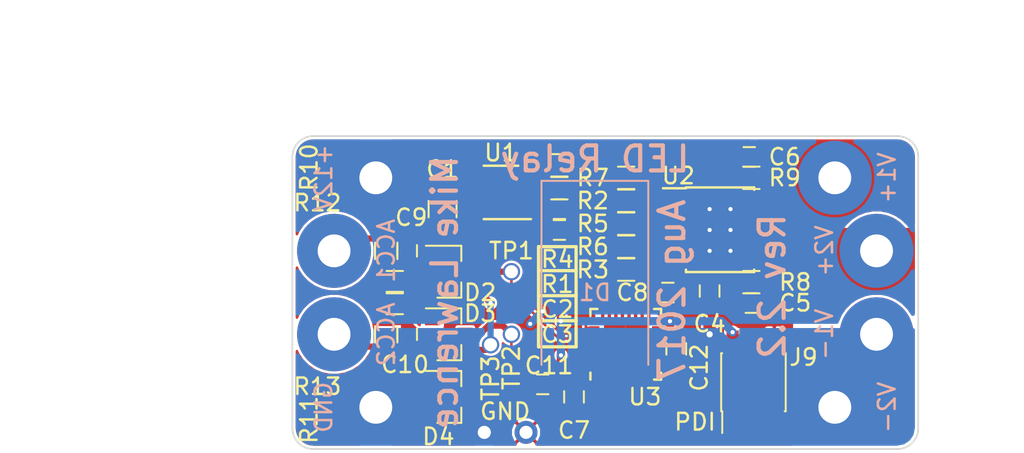
<source format=kicad_pcb>
(kicad_pcb (version 4) (host pcbnew 4.0.6)

  (general
    (links 89)
    (no_connects 1)
    (area 35.509999 27.889999 73.710001 47.040001)
    (thickness 1.6)
    (drawings 38)
    (tracks 139)
    (zones 0)
    (modules 45)
    (nets 51)
  )

  (page A4)
  (layers
    (0 F.Cu signal)
    (31 B.Cu signal)
    (32 B.Adhes user hide)
    (33 F.Adhes user hide)
    (34 B.Paste user hide)
    (35 F.Paste user hide)
    (36 B.SilkS user)
    (37 F.SilkS user hide)
    (38 B.Mask user hide)
    (39 F.Mask user hide)
    (40 Dwgs.User user hide)
    (41 Cmts.User user hide)
    (42 Eco1.User user hide)
    (43 Eco2.User user hide)
    (44 Edge.Cuts user)
    (45 Margin user hide)
    (46 B.CrtYd user hide)
    (47 F.CrtYd user hide)
    (48 B.Fab user hide)
    (49 F.Fab user)
  )

  (setup
    (last_trace_width 0.1524)
    (user_trace_width 0.1524)
    (user_trace_width 0.254)
    (user_trace_width 0.381)
    (user_trace_width 0.508)
    (user_trace_width 0.635)
    (user_trace_width 0.762)
    (user_trace_width 1.016)
    (trace_clearance 0.1524)
    (zone_clearance 0.1524)
    (zone_45_only no)
    (trace_min 0.1524)
    (segment_width 0.2)
    (edge_width 0.1)
    (via_size 0.508)
    (via_drill 0.254)
    (via_min_size 0.508)
    (via_min_drill 0.254)
    (user_via 0.508 0.254)
    (user_via 0.762 0.381)
    (user_via 1.016 0.635)
    (uvia_size 0.508)
    (uvia_drill 0.254)
    (uvias_allowed no)
    (uvia_min_size 0.508)
    (uvia_min_drill 0.254)
    (pcb_text_width 0.3)
    (pcb_text_size 1.5 1.5)
    (mod_edge_width 0.15)
    (mod_text_size 1 1)
    (mod_text_width 0.15)
    (pad_size 2.65 2)
    (pad_drill 0)
    (pad_to_mask_clearance 0)
    (aux_axis_origin 0 0)
    (visible_elements FFFEFF7F)
    (pcbplotparams
      (layerselection 0x00008_00000000)
      (usegerberextensions false)
      (excludeedgelayer true)
      (linewidth 0.100000)
      (plotframeref false)
      (viasonmask false)
      (mode 1)
      (useauxorigin false)
      (hpglpennumber 1)
      (hpglpenspeed 20)
      (hpglpendiameter 15)
      (hpglpenoverlay 2)
      (psnegative false)
      (psa4output false)
      (plotreference true)
      (plotvalue true)
      (plotinvisibletext false)
      (padsonsilk false)
      (subtractmaskfromsilk false)
      (outputformat 1)
      (mirror false)
      (drillshape 0)
      (scaleselection 1)
      (outputdirectory meta/))
  )

  (net 0 "")
  (net 1 "Net-(R1-Pad1)")
  (net 2 "Net-(R3-Pad1)")
  (net 3 "Net-(U1-Pad3)")
  (net 4 "Net-(U1-Pad6)")
  (net 5 "Net-(U1-Pad7)")
  (net 6 "Net-(U2-Pad7)")
  (net 7 +3V3)
  (net 8 "Net-(R5-Pad2)")
  (net 9 "Net-(U2-Pad11)")
  (net 10 "Net-(R2-Pad1)")
  (net 11 "Net-(R6-Pad2)")
  (net 12 "Net-(R7-Pad2)")
  (net 13 "Net-(U3-Pad2)")
  (net 14 "Net-(U3-Pad3)")
  (net 15 "Net-(U3-Pad9)")
  (net 16 "Net-(U3-Pad10)")
  (net 17 "Net-(U3-Pad11)")
  (net 18 "Net-(U3-Pad12)")
  (net 19 "Net-(U3-Pad13)")
  (net 20 "Net-(U3-Pad14)")
  (net 21 "Net-(U3-Pad15)")
  (net 22 "Net-(U3-Pad16)")
  (net 23 "Net-(U3-Pad19)")
  (net 24 "Net-(U3-Pad20)")
  (net 25 "Net-(U3-Pad21)")
  (net 26 "Net-(U3-Pad22)")
  (net 27 "Net-(U3-Pad27)")
  (net 28 "Net-(U3-Pad28)")
  (net 29 "Net-(U3-Pad29)")
  (net 30 "Net-(U2-Pad4)")
  (net 31 /+12V)
  (net 32 /VOUT2+)
  (net 33 /VOUT1+)
  (net 34 /ACC1)
  (net 35 /ACC2)
  (net 36 "Net-(C10-Pad1)")
  (net 37 "Net-(D2-Pad2)")
  (net 38 "Net-(U3-Pad5)")
  (net 39 "Net-(U3-Pad6)")
  (net 40 GNDD)
  (net 41 GND)
  (net 42 V1EN)
  (net 43 V2EN)
  (net 44 /PDI_DATA)
  (net 45 /PDI_CLK)
  (net 46 "Net-(J9-Pad3)")
  (net 47 "Net-(J9-Pad4)")
  (net 48 "Net-(U3-Pad30)")
  (net 49 "Net-(U3-Pad31)")
  (net 50 ACC1_IN)

  (net_class Default "This is the default net class."
    (clearance 0.1524)
    (trace_width 0.1524)
    (via_dia 0.508)
    (via_drill 0.254)
    (uvia_dia 0.508)
    (uvia_drill 0.254)
    (add_net /+12V)
    (add_net /ACC1)
    (add_net /ACC2)
    (add_net /PDI_CLK)
    (add_net /PDI_DATA)
    (add_net /VOUT1+)
    (add_net /VOUT2+)
    (add_net ACC1_IN)
    (add_net GND)
    (add_net GNDD)
    (add_net "Net-(C10-Pad1)")
    (add_net "Net-(D2-Pad2)")
    (add_net "Net-(J9-Pad3)")
    (add_net "Net-(J9-Pad4)")
    (add_net "Net-(R1-Pad1)")
    (add_net "Net-(R2-Pad1)")
    (add_net "Net-(R3-Pad1)")
    (add_net "Net-(R5-Pad2)")
    (add_net "Net-(R6-Pad2)")
    (add_net "Net-(R7-Pad2)")
    (add_net "Net-(U1-Pad3)")
    (add_net "Net-(U1-Pad6)")
    (add_net "Net-(U1-Pad7)")
    (add_net "Net-(U2-Pad11)")
    (add_net "Net-(U2-Pad4)")
    (add_net "Net-(U2-Pad7)")
    (add_net "Net-(U3-Pad10)")
    (add_net "Net-(U3-Pad11)")
    (add_net "Net-(U3-Pad12)")
    (add_net "Net-(U3-Pad13)")
    (add_net "Net-(U3-Pad14)")
    (add_net "Net-(U3-Pad15)")
    (add_net "Net-(U3-Pad16)")
    (add_net "Net-(U3-Pad19)")
    (add_net "Net-(U3-Pad2)")
    (add_net "Net-(U3-Pad20)")
    (add_net "Net-(U3-Pad21)")
    (add_net "Net-(U3-Pad22)")
    (add_net "Net-(U3-Pad27)")
    (add_net "Net-(U3-Pad28)")
    (add_net "Net-(U3-Pad29)")
    (add_net "Net-(U3-Pad3)")
    (add_net "Net-(U3-Pad30)")
    (add_net "Net-(U3-Pad31)")
    (add_net "Net-(U3-Pad5)")
    (add_net "Net-(U3-Pad6)")
    (add_net "Net-(U3-Pad9)")
    (add_net V1EN)
    (add_net V2EN)
  )

  (net_class +3V3 ""
    (clearance 0.1524)
    (trace_width 0.1524)
    (via_dia 0.508)
    (via_drill 0.254)
    (uvia_dia 0.508)
    (uvia_drill 0.254)
    (add_net +3V3)
  )

  (module Housings_SOIC_ML:Infineon_PG-TSDSO-14-22 (layer F.Cu) (tedit 598BB7ED) (tstamp 5988D3BB)
    (at 61.595 33.64)
    (descr Infineon_PG-TSDSO-14-22)
    (tags "DSO DSO-14 TSDSO TSDSO-14 SOIC SOIC-14")
    (path /59892E07)
    (attr smd)
    (fp_text reference U2 (at -2.54 -3.287) (layer F.SilkS)
      (effects (font (size 1 1) (thickness 0.15)))
    )
    (fp_text value BTS7008-2EPA (at 0 4) (layer F.Fab) hide
      (effects (font (size 1 1) (thickness 0.15)))
    )
    (fp_text user %R (at 0 0) (layer F.Fab) hide
      (effects (font (size 0.9 0.9) (thickness 0.135)))
    )
    (fp_line (start -0.95 -2.45) (end 1.95 -2.45) (layer F.Fab) (width 0.15))
    (fp_line (start 1.95 -2.45) (end 1.95 2.45) (layer F.Fab) (width 0.15))
    (fp_line (start 1.95 2.45) (end -1.95 2.45) (layer F.Fab) (width 0.15))
    (fp_line (start -1.95 2.45) (end -1.95 -1.45) (layer F.Fab) (width 0.15))
    (fp_line (start -1.95 -1.45) (end -0.95 -2.45) (layer F.Fab) (width 0.15))
    (fp_line (start -3.75 -2.75) (end -3.75 2.75) (layer F.CrtYd) (width 0.05))
    (fp_line (start 3.75 -2.75) (end 3.75 2.75) (layer F.CrtYd) (width 0.05))
    (fp_line (start -3.75 -2.75) (end 3.75 -2.75) (layer F.CrtYd) (width 0.05))
    (fp_line (start -3.75 2.75) (end 3.75 2.75) (layer F.CrtYd) (width 0.05))
    (fp_line (start -2.075 -2.575) (end -2.075 -2.525) (layer F.SilkS) (width 0.15))
    (fp_line (start 2.075 -2.575) (end 2.075 -2.43) (layer F.SilkS) (width 0.15))
    (fp_line (start 2.075 2.575) (end 2.075 2.43) (layer F.SilkS) (width 0.15))
    (fp_line (start -2.075 2.575) (end -2.075 2.43) (layer F.SilkS) (width 0.15))
    (fp_line (start -2.075 -2.575) (end 2.075 -2.575) (layer F.SilkS) (width 0.15))
    (fp_line (start -2.075 2.575) (end 2.075 2.575) (layer F.SilkS) (width 0.15))
    (fp_line (start -2.075 -2.525) (end -3.475 -2.525) (layer F.SilkS) (width 0.15))
    (pad 1 smd rect (at -2.85 -1.95) (size 1.31 0.45) (layers F.Cu F.Paste F.Mask)
      (net 12 "Net-(R7-Pad2)"))
    (pad 2 smd rect (at -2.85 -1.3) (size 1.31 0.45) (layers F.Cu F.Paste F.Mask)
      (net 10 "Net-(R2-Pad1)"))
    (pad 3 smd rect (at -2.85 -0.65) (size 1.31 0.45) (layers F.Cu F.Paste F.Mask)
      (net 8 "Net-(R5-Pad2)"))
    (pad 4 smd rect (at -2.85 0) (size 1.31 0.45) (layers F.Cu F.Paste F.Mask)
      (net 30 "Net-(U2-Pad4)"))
    (pad 5 smd rect (at -2.85 0.65) (size 1.31 0.45) (layers F.Cu F.Paste F.Mask)
      (net 11 "Net-(R6-Pad2)"))
    (pad 6 smd rect (at -2.85 1.3) (size 1.31 0.45) (layers F.Cu F.Paste F.Mask)
      (net 2 "Net-(R3-Pad1)"))
    (pad 7 smd rect (at -2.85 1.95) (size 1.31 0.45) (layers F.Cu F.Paste F.Mask)
      (net 6 "Net-(U2-Pad7)"))
    (pad 8 smd rect (at 2.85 1.95) (size 1.31 0.45) (layers F.Cu F.Paste F.Mask)
      (net 32 /VOUT2+))
    (pad 15 smd rect (at 0 1) (size 2.65 2) (layers F.Cu F.Paste F.Mask)
      (net 31 /+12V) (solder_paste_margin_ratio -0.2))
    (pad 15 smd rect (at 0 -1) (size 2.65 2) (layers F.Cu F.Paste F.Mask)
      (net 31 /+12V) (solder_paste_margin_ratio -0.2))
    (pad 9 smd rect (at 2.85 1.3) (size 1.31 0.45) (layers F.Cu F.Paste F.Mask)
      (net 32 /VOUT2+))
    (pad 10 smd rect (at 2.85 0.65) (size 1.31 0.45) (layers F.Cu F.Paste F.Mask)
      (net 32 /VOUT2+))
    (pad 11 smd rect (at 2.85 0) (size 1.31 0.45) (layers F.Cu F.Paste F.Mask)
      (net 9 "Net-(U2-Pad11)"))
    (pad 12 smd rect (at 2.85 -0.65) (size 1.31 0.45) (layers F.Cu F.Paste F.Mask)
      (net 33 /VOUT1+))
    (pad 13 smd rect (at 2.85 -1.3) (size 1.31 0.45) (layers F.Cu F.Paste F.Mask)
      (net 33 /VOUT1+))
    (pad 14 smd rect (at 2.85 -1.95) (size 1.31 0.45) (layers F.Cu F.Paste F.Mask)
      (net 33 /VOUT1+))
  )

  (module Wire_Connections_Bridges:WireConnection_0.80mmDrill_ThinPad (layer F.Cu) (tedit 598BAE39) (tstamp 598B20EC)
    (at 47.244 45.974)
    (descr "WireConnection with thin pad and 0.8mm drill")
    (path /598B3901)
    (fp_text reference JP1 (at 1.27 -1.905) (layer F.SilkS) hide
      (effects (font (size 1 1) (thickness 0.15)))
    )
    (fp_text value GND (at 1.27 -1.27) (layer F.SilkS)
      (effects (font (size 1 1) (thickness 0.15)))
    )
    (fp_line (start 14.0716 -3.7592) (end 13.8684 -3.6576) (layer Cmts.User) (width 0.381))
    (fp_line (start 13.8684 -3.6576) (end 13.6398 -3.6576) (layer Cmts.User) (width 0.381))
    (fp_line (start 13.6398 -3.6576) (end 13.4366 -3.7592) (layer Cmts.User) (width 0.381))
    (fp_line (start 13.4366 -3.7592) (end 13.3604 -4.1148) (layer Cmts.User) (width 0.381))
    (fp_line (start 13.3604 -4.1148) (end 13.3604 -4.572) (layer Cmts.User) (width 0.381))
    (fp_line (start 13.3604 -4.572) (end 13.462 -4.6482) (layer Cmts.User) (width 0.381))
    (fp_line (start 13.462 -4.6482) (end 13.7668 -4.7244) (layer Cmts.User) (width 0.381))
    (fp_line (start 13.7668 -4.7244) (end 13.9954 -4.6736) (layer Cmts.User) (width 0.381))
    (fp_line (start 13.9954 -4.6736) (end 14.0462 -4.318) (layer Cmts.User) (width 0.381))
    (fp_line (start 14.0462 -4.318) (end 13.4366 -4.191) (layer Cmts.User) (width 0.381))
    (fp_line (start 13.4366 -4.191) (end 13.4366 -4.2418) (layer Cmts.User) (width 0.381))
    (fp_line (start 12.7508 -3.7084) (end 12.4206 -3.7084) (layer Cmts.User) (width 0.381))
    (fp_line (start 12.4206 -3.7084) (end 12.2174 -3.7084) (layer Cmts.User) (width 0.381))
    (fp_line (start 12.2174 -3.7084) (end 12.0396 -3.8608) (layer Cmts.User) (width 0.381))
    (fp_line (start 12.0396 -3.8608) (end 12.0396 -4.2418) (layer Cmts.User) (width 0.381))
    (fp_line (start 12.0396 -4.2418) (end 12.1412 -4.572) (layer Cmts.User) (width 0.381))
    (fp_line (start 12.1412 -4.572) (end 12.2936 -4.6482) (layer Cmts.User) (width 0.381))
    (fp_line (start 12.2936 -4.6482) (end 12.573 -4.6482) (layer Cmts.User) (width 0.381))
    (fp_line (start 12.573 -4.6482) (end 12.7508 -4.572) (layer Cmts.User) (width 0.381))
    (fp_line (start 12.7508 -4.572) (end 12.7762 -4.2672) (layer Cmts.User) (width 0.381))
    (fp_line (start 12.7762 -4.2672) (end 12.1412 -4.2418) (layer Cmts.User) (width 0.381))
    (fp_line (start 11.2268 -4.5212) (end 11.6078 -4.6736) (layer Cmts.User) (width 0.381))
    (fp_line (start 11.6078 -4.6736) (end 11.6332 -4.6736) (layer Cmts.User) (width 0.381))
    (fp_line (start 11.2014 -4.7244) (end 11.2014 -3.6576) (layer Cmts.User) (width 0.381))
    (fp_line (start 9.9822 -4.6736) (end 10.668 -4.7244) (layer Cmts.User) (width 0.381))
    (fp_line (start 10.7188 -5.207) (end 10.541 -5.207) (layer Cmts.User) (width 0.381))
    (fp_line (start 10.541 -5.207) (end 10.3886 -5.08) (layer Cmts.User) (width 0.381))
    (fp_line (start 10.3886 -5.08) (end 10.3378 -3.7084) (layer Cmts.User) (width 0.381))
    (fp_line (start 8.4328 -4.5974) (end 8.3058 -4.6736) (layer Cmts.User) (width 0.381))
    (fp_line (start 8.3058 -4.6736) (end 8.0264 -4.6736) (layer Cmts.User) (width 0.381))
    (fp_line (start 8.0264 -4.6736) (end 7.874 -4.445) (layer Cmts.User) (width 0.381))
    (fp_line (start 7.874 -4.445) (end 7.8994 -4.2672) (layer Cmts.User) (width 0.381))
    (fp_line (start 7.8994 -4.2672) (end 8.1788 -4.191) (layer Cmts.User) (width 0.381))
    (fp_line (start 8.1788 -4.191) (end 8.4328 -4.1148) (layer Cmts.User) (width 0.381))
    (fp_line (start 8.4328 -4.1148) (end 8.4836 -3.8354) (layer Cmts.User) (width 0.381))
    (fp_line (start 8.4836 -3.8354) (end 8.2804 -3.6576) (layer Cmts.User) (width 0.381))
    (fp_line (start 8.2804 -3.6576) (end 7.8994 -3.7084) (layer Cmts.User) (width 0.381))
    (fp_line (start 7.1628 -3.6576) (end 6.8072 -3.7592) (layer Cmts.User) (width 0.381))
    (fp_line (start 6.8072 -3.7592) (end 6.604 -3.8354) (layer Cmts.User) (width 0.381))
    (fp_line (start 6.604 -3.8354) (end 6.477 -4.1656) (layer Cmts.User) (width 0.381))
    (fp_line (start 6.477 -4.1656) (end 6.477 -4.4704) (layer Cmts.User) (width 0.381))
    (fp_line (start 6.477 -4.4704) (end 6.6802 -4.6736) (layer Cmts.User) (width 0.381))
    (fp_line (start 6.6802 -4.6736) (end 7.0104 -4.7244) (layer Cmts.User) (width 0.381))
    (fp_line (start 7.2136 -5.207) (end 7.2136 -3.6576) (layer Cmts.User) (width 0.381))
    (fp_line (start 5.715 -3.6576) (end 5.2578 -3.7084) (layer Cmts.User) (width 0.381))
    (fp_line (start 5.2578 -3.7084) (end 5.1054 -3.9116) (layer Cmts.User) (width 0.381))
    (fp_line (start 5.1054 -3.9116) (end 5.1308 -4.191) (layer Cmts.User) (width 0.381))
    (fp_line (start 5.1308 -4.191) (end 5.842 -4.2418) (layer Cmts.User) (width 0.381))
    (fp_line (start 5.1054 -4.572) (end 5.3848 -4.7244) (layer Cmts.User) (width 0.381))
    (fp_line (start 5.3848 -4.7244) (end 5.6388 -4.6482) (layer Cmts.User) (width 0.381))
    (fp_line (start 5.6388 -4.6482) (end 5.7912 -4.4704) (layer Cmts.User) (width 0.381))
    (fp_line (start 5.7912 -4.4704) (end 5.842 -3.6322) (layer Cmts.User) (width 0.381))
    (fp_line (start 3.6068 -3.6576) (end 3.6322 -5.2578) (layer Cmts.User) (width 0.381))
    (fp_line (start 3.6322 -5.2578) (end 4.0894 -5.2578) (layer Cmts.User) (width 0.381))
    (fp_line (start 4.0894 -5.2578) (end 4.3688 -5.1308) (layer Cmts.User) (width 0.381))
    (fp_line (start 4.3688 -5.1308) (end 4.4958 -4.8768) (layer Cmts.User) (width 0.381))
    (fp_line (start 4.4958 -4.8768) (end 4.4958 -4.5974) (layer Cmts.User) (width 0.381))
    (fp_line (start 4.4958 -4.5974) (end 4.3688 -4.3942) (layer Cmts.User) (width 0.381))
    (fp_line (start 4.3688 -4.3942) (end 4.0894 -4.445) (layer Cmts.User) (width 0.381))
    (fp_line (start 4.0894 -4.445) (end 3.6322 -4.445) (layer Cmts.User) (width 0.381))
    (fp_line (start 1.778 -3.7592) (end 1.524 -3.6576) (layer Cmts.User) (width 0.381))
    (fp_line (start 1.524 -3.6576) (end 1.27 -3.7592) (layer Cmts.User) (width 0.381))
    (fp_line (start 1.27 -3.7592) (end 1.1176 -3.9116) (layer Cmts.User) (width 0.381))
    (fp_line (start 1.1176 -3.9116) (end 1.0414 -4.318) (layer Cmts.User) (width 0.381))
    (fp_line (start 1.0414 -4.318) (end 1.1684 -4.572) (layer Cmts.User) (width 0.381))
    (fp_line (start 1.1684 -4.572) (end 1.3716 -4.6736) (layer Cmts.User) (width 0.381))
    (fp_line (start 1.3716 -4.6736) (end 1.651 -4.6482) (layer Cmts.User) (width 0.381))
    (fp_line (start 1.651 -4.6482) (end 1.8034 -4.5212) (layer Cmts.User) (width 0.381))
    (fp_line (start 1.8034 -4.5212) (end 1.8034 -4.318) (layer Cmts.User) (width 0.381))
    (fp_line (start 1.8034 -4.318) (end 1.1684 -4.2418) (layer Cmts.User) (width 0.381))
    (fp_line (start -0.1524 -4.7244) (end 0.3048 -3.6576) (layer Cmts.User) (width 0.381))
    (fp_line (start 0.3048 -3.6576) (end 0.5842 -4.6736) (layer Cmts.User) (width 0.381))
    (fp_line (start 0.5842 -4.6736) (end 0.5588 -4.6736) (layer Cmts.User) (width 0.381))
    (fp_line (start -1.4732 -4.3942) (end -1.4732 -3.9116) (layer Cmts.User) (width 0.381))
    (fp_line (start -1.4732 -3.9116) (end -1.27 -3.7084) (layer Cmts.User) (width 0.381))
    (fp_line (start -1.27 -3.7084) (end -1.0414 -3.6576) (layer Cmts.User) (width 0.381))
    (fp_line (start -1.0414 -3.6576) (end -0.762 -3.7846) (layer Cmts.User) (width 0.381))
    (fp_line (start -0.762 -3.7846) (end -0.6604 -3.9878) (layer Cmts.User) (width 0.381))
    (fp_line (start -0.6604 -3.9878) (end -0.6604 -4.445) (layer Cmts.User) (width 0.381))
    (fp_line (start -0.6604 -4.445) (end -0.8382 -4.6482) (layer Cmts.User) (width 0.381))
    (fp_line (start -0.8382 -4.6482) (end -1.1176 -4.7244) (layer Cmts.User) (width 0.381))
    (fp_line (start -1.1176 -4.7244) (end -1.4478 -4.4704) (layer Cmts.User) (width 0.381))
    (fp_line (start -3.0988 -3.6322) (end -3.0988 -5.2578) (layer Cmts.User) (width 0.381))
    (fp_line (start -3.0988 -5.2578) (end -2.6162 -4.1148) (layer Cmts.User) (width 0.381))
    (fp_line (start -2.6162 -4.1148) (end -2.1336 -5.1816) (layer Cmts.User) (width 0.381))
    (fp_line (start -2.1336 -5.1816) (end -2.1336 -3.6322) (layer Cmts.User) (width 0.381))
    (pad 1 thru_hole circle (at 0 0) (size 1.4 1.4) (drill 0.8001) (layers *.Cu *.Mask)
      (net 41 GND))
    (pad 2 thru_hole circle (at 2.54 0) (size 1.4 1.4) (drill 0.8001) (layers *.Cu *.Mask)
      (net 40 GNDD))
  )

  (module Capacitors_SMD:C_0603 (layer F.Cu) (tedit 598BAD4A) (tstamp 598A15ED)
    (at 52.705 43.815 90)
    (descr "Capacitor SMD 0603, reflow soldering, AVX (see smccp.pdf)")
    (tags "capacitor 0603")
    (path /598A2C00)
    (attr smd)
    (fp_text reference C7 (at -2.032 0 360) (layer F.SilkS)
      (effects (font (size 1 1) (thickness 0.15)))
    )
    (fp_text value 0.47uF (at 0 1.5 90) (layer F.Fab) hide
      (effects (font (size 1 1) (thickness 0.15)))
    )
    (fp_text user %R (at 0 -1.5 90) (layer F.Fab) hide
      (effects (font (size 1 1) (thickness 0.15)))
    )
    (fp_line (start -0.8 0.4) (end -0.8 -0.4) (layer F.Fab) (width 0.1))
    (fp_line (start 0.8 0.4) (end -0.8 0.4) (layer F.Fab) (width 0.1))
    (fp_line (start 0.8 -0.4) (end 0.8 0.4) (layer F.Fab) (width 0.1))
    (fp_line (start -0.8 -0.4) (end 0.8 -0.4) (layer F.Fab) (width 0.1))
    (fp_line (start -0.35 -0.6) (end 0.35 -0.6) (layer F.SilkS) (width 0.12))
    (fp_line (start 0.35 0.6) (end -0.35 0.6) (layer F.SilkS) (width 0.12))
    (fp_line (start -1.4 -0.65) (end 1.4 -0.65) (layer F.CrtYd) (width 0.05))
    (fp_line (start -1.4 -0.65) (end -1.4 0.65) (layer F.CrtYd) (width 0.05))
    (fp_line (start 1.4 0.65) (end 1.4 -0.65) (layer F.CrtYd) (width 0.05))
    (fp_line (start 1.4 0.65) (end -1.4 0.65) (layer F.CrtYd) (width 0.05))
    (pad 1 smd rect (at -0.75 0 90) (size 0.8 0.75) (layers F.Cu F.Paste F.Mask)
      (net 40 GNDD))
    (pad 2 smd rect (at 0.75 0 90) (size 0.8 0.75) (layers F.Cu F.Paste F.Mask)
      (net 7 +3V3))
    (model Capacitors_SMD.3dshapes/C_0603.wrl
      (at (xyz 0 0 0))
      (scale (xyz 1 1 1))
      (rotate (xyz 0 0 0))
    )
  )

  (module Wire_Pads:SolderWirePad_single_0-8mmDrill (layer F.Cu) (tedit 598BA867) (tstamp 598B069D)
    (at 48.895 36.195)
    (path /598B112C)
    (fp_text reference TP1 (at 0 -1.27 180) (layer F.SilkS)
      (effects (font (size 1 1) (thickness 0.15)))
    )
    (fp_text value TEST_1P (at 0 2.54) (layer F.Fab) hide
      (effects (font (size 1 1) (thickness 0.15)))
    )
    (pad 1 thru_hole circle (at 0 0) (size 1.0541 1.0541) (drill 0.8001) (layers *.Cu *.Mask)
      (net 50 ACC1_IN))
  )

  (module Resistors_SMD:R_0603 (layer F.Cu) (tedit 598BAD40) (tstamp 5987838F)
    (at 51.816 31.115)
    (descr "Resistor SMD 0603, reflow soldering, Vishay (see dcrcw.pdf)")
    (tags "resistor 0603")
    (path /58D090D7)
    (attr smd)
    (fp_text reference R1 (at -0.127 5.842) (layer F.SilkS)
      (effects (font (size 1.016 1.016) (thickness 0.1524)))
    )
    (fp_text value 2.15M (at 0 1.5) (layer F.Fab) hide
      (effects (font (size 1 1) (thickness 0.15)))
    )
    (fp_text user %R (at 0 0) (layer F.Fab) hide
      (effects (font (size 0.4 0.4) (thickness 0.075)))
    )
    (fp_line (start -0.8 0.4) (end -0.8 -0.4) (layer F.Fab) (width 0.1))
    (fp_line (start 0.8 0.4) (end -0.8 0.4) (layer F.Fab) (width 0.1))
    (fp_line (start 0.8 -0.4) (end 0.8 0.4) (layer F.Fab) (width 0.1))
    (fp_line (start -0.8 -0.4) (end 0.8 -0.4) (layer F.Fab) (width 0.1))
    (fp_line (start 0.5 0.68) (end -0.5 0.68) (layer F.SilkS) (width 0.12))
    (fp_line (start -0.5 -0.68) (end 0.5 -0.68) (layer F.SilkS) (width 0.12))
    (fp_line (start -1.25 -0.7) (end 1.25 -0.7) (layer F.CrtYd) (width 0.05))
    (fp_line (start -1.25 -0.7) (end -1.25 0.7) (layer F.CrtYd) (width 0.05))
    (fp_line (start 1.25 0.7) (end 1.25 -0.7) (layer F.CrtYd) (width 0.05))
    (fp_line (start 1.25 0.7) (end -1.25 0.7) (layer F.CrtYd) (width 0.05))
    (pad 1 smd rect (at -0.75 0) (size 0.5 0.9) (layers F.Cu F.Paste F.Mask)
      (net 1 "Net-(R1-Pad1)"))
    (pad 2 smd rect (at 0.75 0) (size 0.5 0.9) (layers F.Cu F.Paste F.Mask)
      (net 7 +3V3))
    (model ${KISYS3DMOD}/Resistors_SMD.3dshapes/R_0603.wrl
      (at (xyz 0 0 0))
      (scale (xyz 1 1 1))
      (rotate (xyz 0 0 0))
    )
  )

  (module Resistors_SMD:R_0603 (layer F.Cu) (tedit 598BAD7D) (tstamp 598783A0)
    (at 55.88 31.877 180)
    (descr "Resistor SMD 0603, reflow soldering, Vishay (see dcrcw.pdf)")
    (tags "resistor 0603")
    (path /5988EC5A)
    (attr smd)
    (fp_text reference R2 (at 2.032 0 180) (layer F.SilkS)
      (effects (font (size 1 1) (thickness 0.15)))
    )
    (fp_text value 4.7k (at 0 1.5 180) (layer F.Fab) hide
      (effects (font (size 1 1) (thickness 0.15)))
    )
    (fp_text user %R (at 0 0 180) (layer F.Fab) hide
      (effects (font (size 0.4 0.4) (thickness 0.075)))
    )
    (fp_line (start -0.8 0.4) (end -0.8 -0.4) (layer F.Fab) (width 0.1))
    (fp_line (start 0.8 0.4) (end -0.8 0.4) (layer F.Fab) (width 0.1))
    (fp_line (start 0.8 -0.4) (end 0.8 0.4) (layer F.Fab) (width 0.1))
    (fp_line (start -0.8 -0.4) (end 0.8 -0.4) (layer F.Fab) (width 0.1))
    (fp_line (start 0.5 0.68) (end -0.5 0.68) (layer F.SilkS) (width 0.12))
    (fp_line (start -0.5 -0.68) (end 0.5 -0.68) (layer F.SilkS) (width 0.12))
    (fp_line (start -1.25 -0.7) (end 1.25 -0.7) (layer F.CrtYd) (width 0.05))
    (fp_line (start -1.25 -0.7) (end -1.25 0.7) (layer F.CrtYd) (width 0.05))
    (fp_line (start 1.25 0.7) (end 1.25 -0.7) (layer F.CrtYd) (width 0.05))
    (fp_line (start 1.25 0.7) (end -1.25 0.7) (layer F.CrtYd) (width 0.05))
    (pad 1 smd rect (at -0.75 0 180) (size 0.5 0.9) (layers F.Cu F.Paste F.Mask)
      (net 10 "Net-(R2-Pad1)"))
    (pad 2 smd rect (at 0.75 0 180) (size 0.5 0.9) (layers F.Cu F.Paste F.Mask)
      (net 42 V1EN))
    (model ${KISYS3DMOD}/Resistors_SMD.3dshapes/R_0603.wrl
      (at (xyz 0 0 0))
      (scale (xyz 1 1 1))
      (rotate (xyz 0 0 0))
    )
  )

  (module Resistors_SMD:R_0603 (layer F.Cu) (tedit 598BAD72) (tstamp 598783B1)
    (at 55.88 36.068 180)
    (descr "Resistor SMD 0603, reflow soldering, Vishay (see dcrcw.pdf)")
    (tags "resistor 0603")
    (path /58AFBF2D)
    (attr smd)
    (fp_text reference R3 (at 2.032 0 180) (layer F.SilkS)
      (effects (font (size 1.016 1.016) (thickness 0.1524)))
    )
    (fp_text value 4.7k (at 0 1.5 180) (layer F.Fab) hide
      (effects (font (size 1 1) (thickness 0.15)))
    )
    (fp_text user %R (at 0 0 180) (layer F.Fab) hide
      (effects (font (size 0.4 0.4) (thickness 0.075)))
    )
    (fp_line (start -0.8 0.4) (end -0.8 -0.4) (layer F.Fab) (width 0.1))
    (fp_line (start 0.8 0.4) (end -0.8 0.4) (layer F.Fab) (width 0.1))
    (fp_line (start 0.8 -0.4) (end 0.8 0.4) (layer F.Fab) (width 0.1))
    (fp_line (start -0.8 -0.4) (end 0.8 -0.4) (layer F.Fab) (width 0.1))
    (fp_line (start 0.5 0.68) (end -0.5 0.68) (layer F.SilkS) (width 0.12))
    (fp_line (start -0.5 -0.68) (end 0.5 -0.68) (layer F.SilkS) (width 0.12))
    (fp_line (start -1.25 -0.7) (end 1.25 -0.7) (layer F.CrtYd) (width 0.05))
    (fp_line (start -1.25 -0.7) (end -1.25 0.7) (layer F.CrtYd) (width 0.05))
    (fp_line (start 1.25 0.7) (end 1.25 -0.7) (layer F.CrtYd) (width 0.05))
    (fp_line (start 1.25 0.7) (end -1.25 0.7) (layer F.CrtYd) (width 0.05))
    (pad 1 smd rect (at -0.75 0 180) (size 0.5 0.9) (layers F.Cu F.Paste F.Mask)
      (net 2 "Net-(R3-Pad1)"))
    (pad 2 smd rect (at 0.75 0 180) (size 0.5 0.9) (layers F.Cu F.Paste F.Mask)
      (net 43 V2EN))
    (model ${KISYS3DMOD}/Resistors_SMD.3dshapes/R_0603.wrl
      (at (xyz 0 0 0))
      (scale (xyz 1 1 1))
      (rotate (xyz 0 0 0))
    )
  )

  (module Resistors_SMD:R_0603 (layer F.Cu) (tedit 598BAD3D) (tstamp 598783C2)
    (at 51.816 29.718 180)
    (descr "Resistor SMD 0603, reflow soldering, Vishay (see dcrcw.pdf)")
    (tags "resistor 0603")
    (path /5987993D)
    (attr smd)
    (fp_text reference R4 (at 0.127 -5.715 180) (layer F.SilkS)
      (effects (font (size 1.016 1.016) (thickness 0.1524)))
    )
    (fp_text value 1.27M (at 0 1.5 180) (layer F.Fab) hide
      (effects (font (size 1 1) (thickness 0.15)))
    )
    (fp_text user %R (at 0 0 180) (layer F.Fab) hide
      (effects (font (size 0.4 0.4) (thickness 0.075)))
    )
    (fp_line (start -0.8 0.4) (end -0.8 -0.4) (layer F.Fab) (width 0.1))
    (fp_line (start 0.8 0.4) (end -0.8 0.4) (layer F.Fab) (width 0.1))
    (fp_line (start 0.8 -0.4) (end 0.8 0.4) (layer F.Fab) (width 0.1))
    (fp_line (start -0.8 -0.4) (end 0.8 -0.4) (layer F.Fab) (width 0.1))
    (fp_line (start 0.5 0.68) (end -0.5 0.68) (layer F.SilkS) (width 0.12))
    (fp_line (start -0.5 -0.68) (end 0.5 -0.68) (layer F.SilkS) (width 0.12))
    (fp_line (start -1.25 -0.7) (end 1.25 -0.7) (layer F.CrtYd) (width 0.05))
    (fp_line (start -1.25 -0.7) (end -1.25 0.7) (layer F.CrtYd) (width 0.05))
    (fp_line (start 1.25 0.7) (end 1.25 -0.7) (layer F.CrtYd) (width 0.05))
    (fp_line (start 1.25 0.7) (end -1.25 0.7) (layer F.CrtYd) (width 0.05))
    (pad 1 smd rect (at -0.75 0 180) (size 0.5 0.9) (layers F.Cu F.Paste F.Mask)
      (net 40 GNDD))
    (pad 2 smd rect (at 0.75 0 180) (size 0.5 0.9) (layers F.Cu F.Paste F.Mask)
      (net 1 "Net-(R1-Pad1)"))
    (model ${KISYS3DMOD}/Resistors_SMD.3dshapes/R_0603.wrl
      (at (xyz 0 0 0))
      (scale (xyz 1 1 1))
      (rotate (xyz 0 0 0))
    )
  )

  (module Capacitors_SMD:C_0805 (layer F.Cu) (tedit 598BACE1) (tstamp 59885085)
    (at 44.704 32.385 270)
    (descr "Capacitor SMD 0805, reflow soldering, AVX (see smccp.pdf)")
    (tags "capacitor 0805")
    (path /598793B8)
    (attr smd)
    (fp_text reference C1 (at -2.413 0 360) (layer F.SilkS)
      (effects (font (size 1.016 1.016) (thickness 0.1524)))
    )
    (fp_text value 1uF (at 0 1.75 270) (layer F.Fab) hide
      (effects (font (size 1 1) (thickness 0.15)))
    )
    (fp_text user %R (at 0 0 270) (layer F.Fab) hide
      (effects (font (size 0.4 0.4) (thickness 0.075)))
    )
    (fp_line (start -1 0.62) (end -1 -0.62) (layer F.Fab) (width 0.1))
    (fp_line (start 1 0.62) (end -1 0.62) (layer F.Fab) (width 0.1))
    (fp_line (start 1 -0.62) (end 1 0.62) (layer F.Fab) (width 0.1))
    (fp_line (start -1 -0.62) (end 1 -0.62) (layer F.Fab) (width 0.1))
    (fp_line (start 0.5 -0.85) (end -0.5 -0.85) (layer F.SilkS) (width 0.12))
    (fp_line (start -0.5 0.85) (end 0.5 0.85) (layer F.SilkS) (width 0.12))
    (fp_line (start -1.75 -0.88) (end 1.75 -0.88) (layer F.CrtYd) (width 0.05))
    (fp_line (start -1.75 -0.88) (end -1.75 0.87) (layer F.CrtYd) (width 0.05))
    (fp_line (start 1.75 0.87) (end 1.75 -0.88) (layer F.CrtYd) (width 0.05))
    (fp_line (start 1.75 0.87) (end -1.75 0.87) (layer F.CrtYd) (width 0.05))
    (pad 1 smd rect (at -1 0 270) (size 1 1.25) (layers F.Cu F.Paste F.Mask)
      (net 31 /+12V))
    (pad 2 smd rect (at 1 0 270) (size 1 1.25) (layers F.Cu F.Paste F.Mask)
      (net 40 GNDD))
    (model Capacitors_SMD.3dshapes/C_0805.wrl
      (at (xyz 0 0 0))
      (scale (xyz 1 1 1))
      (rotate (xyz 0 0 0))
    )
  )

  (module Capacitors_SMD:C_0603 (layer F.Cu) (tedit 598BAD75) (tstamp 5988508F)
    (at 51.816 33.655)
    (descr "Capacitor SMD 0603, reflow soldering, AVX (see smccp.pdf)")
    (tags "capacitor 0603")
    (path /5987A388)
    (attr smd)
    (fp_text reference C3 (at -0.127 6.35) (layer F.SilkS)
      (effects (font (size 1 1) (thickness 0.15)))
    )
    (fp_text value 0.47uF (at 0 1.5) (layer F.Fab) hide
      (effects (font (size 1 1) (thickness 0.15)))
    )
    (fp_text user %R (at 0 0) (layer F.Fab) hide
      (effects (font (size 0.4 0.4) (thickness 0.075)))
    )
    (fp_line (start -0.8 0.4) (end -0.8 -0.4) (layer F.Fab) (width 0.1))
    (fp_line (start 0.8 0.4) (end -0.8 0.4) (layer F.Fab) (width 0.1))
    (fp_line (start 0.8 -0.4) (end 0.8 0.4) (layer F.Fab) (width 0.1))
    (fp_line (start -0.8 -0.4) (end 0.8 -0.4) (layer F.Fab) (width 0.1))
    (fp_line (start -0.35 -0.6) (end 0.35 -0.6) (layer F.SilkS) (width 0.12))
    (fp_line (start 0.35 0.6) (end -0.35 0.6) (layer F.SilkS) (width 0.12))
    (fp_line (start -1.4 -0.65) (end 1.4 -0.65) (layer F.CrtYd) (width 0.05))
    (fp_line (start -1.4 -0.65) (end -1.4 0.65) (layer F.CrtYd) (width 0.05))
    (fp_line (start 1.4 0.65) (end 1.4 -0.65) (layer F.CrtYd) (width 0.05))
    (fp_line (start 1.4 0.65) (end -1.4 0.65) (layer F.CrtYd) (width 0.05))
    (pad 1 smd rect (at -0.75 0) (size 0.8 0.75) (layers F.Cu F.Paste F.Mask)
      (net 7 +3V3))
    (pad 2 smd rect (at 0.75 0) (size 0.8 0.75) (layers F.Cu F.Paste F.Mask)
      (net 40 GNDD))
    (model Capacitors_SMD.3dshapes/C_0603.wrl
      (at (xyz 0 0 0))
      (scale (xyz 1 1 1))
      (rotate (xyz 0 0 0))
    )
  )

  (module Capacitors_SMD:C_0603 (layer F.Cu) (tedit 598BAD43) (tstamp 59885095)
    (at 51.816 32.385)
    (descr "Capacitor SMD 0603, reflow soldering, AVX (see smccp.pdf)")
    (tags "capacitor 0603")
    (path /5987A120)
    (attr smd)
    (fp_text reference C2 (at -0.127 6.096) (layer F.SilkS)
      (effects (font (size 1 1) (thickness 0.15)))
    )
    (fp_text value 0.47uF (at 0 1.5) (layer F.Fab) hide
      (effects (font (size 1 1) (thickness 0.15)))
    )
    (fp_text user %R (at 0 0) (layer F.Fab) hide
      (effects (font (size 0.4 0.4) (thickness 0.075)))
    )
    (fp_line (start -0.8 0.4) (end -0.8 -0.4) (layer F.Fab) (width 0.1))
    (fp_line (start 0.8 0.4) (end -0.8 0.4) (layer F.Fab) (width 0.1))
    (fp_line (start 0.8 -0.4) (end 0.8 0.4) (layer F.Fab) (width 0.1))
    (fp_line (start -0.8 -0.4) (end 0.8 -0.4) (layer F.Fab) (width 0.1))
    (fp_line (start -0.35 -0.6) (end 0.35 -0.6) (layer F.SilkS) (width 0.12))
    (fp_line (start 0.35 0.6) (end -0.35 0.6) (layer F.SilkS) (width 0.12))
    (fp_line (start -1.4 -0.65) (end 1.4 -0.65) (layer F.CrtYd) (width 0.05))
    (fp_line (start -1.4 -0.65) (end -1.4 0.65) (layer F.CrtYd) (width 0.05))
    (fp_line (start 1.4 0.65) (end 1.4 -0.65) (layer F.CrtYd) (width 0.05))
    (fp_line (start 1.4 0.65) (end -1.4 0.65) (layer F.CrtYd) (width 0.05))
    (pad 1 smd rect (at -0.75 0) (size 0.8 0.75) (layers F.Cu F.Paste F.Mask)
      (net 7 +3V3))
    (pad 2 smd rect (at 0.75 0) (size 0.8 0.75) (layers F.Cu F.Paste F.Mask)
      (net 40 GNDD))
    (model Capacitors_SMD.3dshapes/C_0603.wrl
      (at (xyz 0 0 0))
      (scale (xyz 1 1 1))
      (rotate (xyz 0 0 0))
    )
  )

  (module Capacitors_SMD:C_0603 (layer F.Cu) (tedit 598BAD63) (tstamp 5988509B)
    (at 60.96 37.37 90)
    (descr "Capacitor SMD 0603, reflow soldering, AVX (see smccp.pdf)")
    (tags "capacitor 0603")
    (path /598916B0)
    (attr smd)
    (fp_text reference C4 (at -2 0 180) (layer F.SilkS)
      (effects (font (size 1 1) (thickness 0.15)))
    )
    (fp_text value 68nF (at 0 1.5 90) (layer F.Fab) hide
      (effects (font (size 1 1) (thickness 0.15)))
    )
    (fp_text user %R (at 0 0 90) (layer F.Fab) hide
      (effects (font (size 0.4 0.4) (thickness 0.075)))
    )
    (fp_line (start -0.8 0.4) (end -0.8 -0.4) (layer F.Fab) (width 0.1))
    (fp_line (start 0.8 0.4) (end -0.8 0.4) (layer F.Fab) (width 0.1))
    (fp_line (start 0.8 -0.4) (end 0.8 0.4) (layer F.Fab) (width 0.1))
    (fp_line (start -0.8 -0.4) (end 0.8 -0.4) (layer F.Fab) (width 0.1))
    (fp_line (start -0.35 -0.6) (end 0.35 -0.6) (layer F.SilkS) (width 0.12))
    (fp_line (start 0.35 0.6) (end -0.35 0.6) (layer F.SilkS) (width 0.12))
    (fp_line (start -1.4 -0.65) (end 1.4 -0.65) (layer F.CrtYd) (width 0.05))
    (fp_line (start -1.4 -0.65) (end -1.4 0.65) (layer F.CrtYd) (width 0.05))
    (fp_line (start 1.4 0.65) (end 1.4 -0.65) (layer F.CrtYd) (width 0.05))
    (fp_line (start 1.4 0.65) (end -1.4 0.65) (layer F.CrtYd) (width 0.05))
    (pad 1 smd rect (at -0.75 0 90) (size 0.8 0.75) (layers F.Cu F.Paste F.Mask)
      (net 41 GND))
    (pad 2 smd rect (at 0.75 0 90) (size 0.8 0.75) (layers F.Cu F.Paste F.Mask)
      (net 31 /+12V))
    (model Capacitors_SMD.3dshapes/C_0603.wrl
      (at (xyz 0 0 0))
      (scale (xyz 1 1 1))
      (rotate (xyz 0 0 0))
    )
  )

  (module Wire_Pads:SolderWirePad_single_2mmDrill locked (layer F.Cu) (tedit 5989E9B0) (tstamp 5988509C)
    (at 40.64 30.48)
    (path /59878BC6)
    (fp_text reference J1 (at -6.35 0) (layer F.SilkS) hide
      (effects (font (size 1 1) (thickness 0.15)))
    )
    (fp_text value TEST_1P (at -0.635 3.81) (layer F.Fab) hide
      (effects (font (size 1 1) (thickness 0.15)))
    )
    (pad 1 thru_hole circle (at 0 0) (size 4.50088 4.50088) (drill 1.99898) (layers *.Cu *.Mask)
      (net 31 /+12V))
  )

  (module Wire_Pads:SolderWirePad_single_2mmDrill locked (layer F.Cu) (tedit 5989E9AE) (tstamp 598850A4)
    (at 38.1 34.925)
    (path /5988AAD4)
    (fp_text reference J2 (at -3.81 0) (layer F.SilkS) hide
      (effects (font (size 1 1) (thickness 0.15)))
    )
    (fp_text value TEST_1P (at -0.635 3.81) (layer F.Fab) hide
      (effects (font (size 1 1) (thickness 0.15)))
    )
    (pad 1 thru_hole circle (at 0 0) (size 4.50088 4.50088) (drill 1.99898) (layers *.Cu *.Mask)
      (net 34 /ACC1))
  )

  (module Resistors_SMD:R_0603 (layer F.Cu) (tedit 598BAD7A) (tstamp 598850AA)
    (at 55.88 33.274)
    (descr "Resistor SMD 0603, reflow soldering, Vishay (see dcrcw.pdf)")
    (tags "resistor 0603")
    (path /5988D577)
    (attr smd)
    (fp_text reference R5 (at -2.032 0) (layer F.SilkS)
      (effects (font (size 1 1) (thickness 0.15)))
    )
    (fp_text value 10k (at 0 1.5) (layer F.Fab) hide
      (effects (font (size 1 1) (thickness 0.15)))
    )
    (fp_text user %R (at 0 0) (layer F.Fab) hide
      (effects (font (size 0.4 0.4) (thickness 0.075)))
    )
    (fp_line (start -0.8 0.4) (end -0.8 -0.4) (layer F.Fab) (width 0.1))
    (fp_line (start 0.8 0.4) (end -0.8 0.4) (layer F.Fab) (width 0.1))
    (fp_line (start 0.8 -0.4) (end 0.8 0.4) (layer F.Fab) (width 0.1))
    (fp_line (start -0.8 -0.4) (end 0.8 -0.4) (layer F.Fab) (width 0.1))
    (fp_line (start 0.5 0.68) (end -0.5 0.68) (layer F.SilkS) (width 0.12))
    (fp_line (start -0.5 -0.68) (end 0.5 -0.68) (layer F.SilkS) (width 0.12))
    (fp_line (start -1.25 -0.7) (end 1.25 -0.7) (layer F.CrtYd) (width 0.05))
    (fp_line (start -1.25 -0.7) (end -1.25 0.7) (layer F.CrtYd) (width 0.05))
    (fp_line (start 1.25 0.7) (end 1.25 -0.7) (layer F.CrtYd) (width 0.05))
    (fp_line (start 1.25 0.7) (end -1.25 0.7) (layer F.CrtYd) (width 0.05))
    (pad 1 smd rect (at -0.75 0) (size 0.5 0.9) (layers F.Cu F.Paste F.Mask)
      (net 40 GNDD))
    (pad 2 smd rect (at 0.75 0) (size 0.5 0.9) (layers F.Cu F.Paste F.Mask)
      (net 8 "Net-(R5-Pad2)"))
    (model ${KISYS3DMOD}/Resistors_SMD.3dshapes/R_0603.wrl
      (at (xyz 0 0 0))
      (scale (xyz 1 1 1))
      (rotate (xyz 0 0 0))
    )
  )

  (module Housings_DFN_QFN:DFN-8-1EP_3x3mm_Pitch0.5mm (layer F.Cu) (tedit 5988D914) (tstamp 598850AB)
    (at 48.26 31.369 180)
    (descr "DD Package; 8-Lead Plastic DFN (3mm x 3mm) (see Linear Technology DFN_8_05-08-1698.pdf)")
    (tags "DFN 0.5")
    (path /598791D5)
    (attr smd)
    (fp_text reference U1 (at 0 2.413 180) (layer F.SilkS)
      (effects (font (size 1.016 1.016) (thickness 0.1524)))
    )
    (fp_text value LT3014IDD (at 0 2.55 180) (layer F.Fab) hide
      (effects (font (size 1 1) (thickness 0.15)))
    )
    (fp_line (start -0.5 -1.5) (end 1.5 -1.5) (layer F.Fab) (width 0.15))
    (fp_line (start 1.5 -1.5) (end 1.5 1.5) (layer F.Fab) (width 0.15))
    (fp_line (start 1.5 1.5) (end -1.5 1.5) (layer F.Fab) (width 0.15))
    (fp_line (start -1.5 1.5) (end -1.5 -0.5) (layer F.Fab) (width 0.15))
    (fp_line (start -1.5 -0.5) (end -0.5 -1.5) (layer F.Fab) (width 0.15))
    (fp_line (start -2 -1.8) (end -2 1.8) (layer F.CrtYd) (width 0.05))
    (fp_line (start 2 -1.8) (end 2 1.8) (layer F.CrtYd) (width 0.05))
    (fp_line (start -2 -1.8) (end 2 -1.8) (layer F.CrtYd) (width 0.05))
    (fp_line (start -2 1.8) (end 2 1.8) (layer F.CrtYd) (width 0.05))
    (fp_line (start -1.05 1.625) (end 1.05 1.625) (layer F.SilkS) (width 0.15))
    (fp_line (start -1.825 -1.625) (end 1.05 -1.625) (layer F.SilkS) (width 0.15))
    (pad 1 smd rect (at -1.4 -0.75 180) (size 0.7 0.25) (layers F.Cu F.Paste F.Mask)
      (net 7 +3V3))
    (pad 2 smd rect (at -1.4 -0.25 180) (size 0.7 0.25) (layers F.Cu F.Paste F.Mask)
      (net 1 "Net-(R1-Pad1)"))
    (pad 3 smd rect (at -1.4 0.25 180) (size 0.7 0.25) (layers F.Cu F.Paste F.Mask)
      (net 3 "Net-(U1-Pad3)"))
    (pad 4 smd rect (at -1.4 0.75 180) (size 0.7 0.25) (layers F.Cu F.Paste F.Mask)
      (net 40 GNDD))
    (pad 5 smd rect (at 1.4 0.75 180) (size 0.7 0.25) (layers F.Cu F.Paste F.Mask)
      (net 31 /+12V))
    (pad 6 smd rect (at 1.4 0.25 180) (size 0.7 0.25) (layers F.Cu F.Paste F.Mask)
      (net 4 "Net-(U1-Pad6)"))
    (pad 7 smd rect (at 1.4 -0.25 180) (size 0.7 0.25) (layers F.Cu F.Paste F.Mask)
      (net 5 "Net-(U1-Pad7)"))
    (pad 8 smd rect (at 1.4 -0.75 180) (size 0.7 0.25) (layers F.Cu F.Paste F.Mask)
      (net 31 /+12V))
    (pad 9 smd rect (at 0.415 0.595 180) (size 0.83 1.19) (layers F.Cu F.Paste F.Mask)
      (net 40 GNDD) (solder_paste_margin_ratio -0.2))
    (pad 9 smd rect (at 0.415 -0.595 180) (size 0.83 1.19) (layers F.Cu F.Paste F.Mask)
      (net 40 GNDD) (solder_paste_margin_ratio -0.2))
    (pad 9 smd rect (at -0.415 0.595 180) (size 0.83 1.19) (layers F.Cu F.Paste F.Mask)
      (net 40 GNDD) (solder_paste_margin_ratio -0.2))
    (pad 9 smd rect (at -0.415 -0.595 180) (size 0.83 1.19) (layers F.Cu F.Paste F.Mask)
      (net 40 GNDD) (solder_paste_margin_ratio -0.2))
    (model ${KISYS3DMOD}/Housings_DFN_QFN.3dshapes/DFN-8-1EP_3x3mm_Pitch0.5mm.wrl
      (at (xyz 0 0 0))
      (scale (xyz 1 1 1))
      (rotate (xyz 0 0 0))
    )
  )

  (module Wire_Pads:SolderWirePad_single_2mmDrill locked (layer F.Cu) (tedit 5989EAE3) (tstamp 5988AB50)
    (at 68.58 30.48)
    (path /5987928B)
    (fp_text reference J3 (at 6.35 0) (layer F.SilkS) hide
      (effects (font (size 1 1) (thickness 0.15)))
    )
    (fp_text value TEST_1P (at -0.635 3.81) (layer F.Fab) hide
      (effects (font (size 1 1) (thickness 0.15)))
    )
    (pad 1 thru_hole circle (at 0 0) (size 4.50088 4.50088) (drill 1.99898) (layers *.Cu *.Mask)
      (net 33 /VOUT1+))
  )

  (module Wire_Pads:SolderWirePad_single_2mmDrill locked (layer F.Cu) (tedit 5989EADD) (tstamp 5988AB55)
    (at 71.12 40.005)
    (path /5988CA67)
    (fp_text reference J4 (at 3.81 0) (layer F.SilkS) hide
      (effects (font (size 1 1) (thickness 0.15)))
    )
    (fp_text value TEST_1P (at -0.635 3.81) (layer F.Fab) hide
      (effects (font (size 1 1) (thickness 0.15)))
    )
    (pad 1 thru_hole circle (at 0 0) (size 4.50088 4.50088) (drill 1.99898) (layers *.Cu *.Mask)
      (net 41 GND))
  )

  (module Wire_Pads:SolderWirePad_single_2mmDrill locked (layer F.Cu) (tedit 5989EAE0) (tstamp 5988AB5A)
    (at 71.12 34.925)
    (path /5988CAE1)
    (fp_text reference J5 (at 3.81 0) (layer F.SilkS) hide
      (effects (font (size 1 1) (thickness 0.15)))
    )
    (fp_text value TEST_1P (at -0.635 3.81) (layer F.Fab) hide
      (effects (font (size 1 1) (thickness 0.15)))
    )
    (pad 1 thru_hole circle (at 0 0) (size 4.50088 4.50088) (drill 1.99898) (layers *.Cu *.Mask)
      (net 32 /VOUT2+))
  )

  (module Wire_Pads:SolderWirePad_single_2mmDrill locked (layer F.Cu) (tedit 5989EADB) (tstamp 5988AB5F)
    (at 68.58 44.45)
    (path /5988AC1A)
    (fp_text reference J6 (at 6.35 0) (layer F.SilkS) hide
      (effects (font (size 1 1) (thickness 0.15)))
    )
    (fp_text value TEST_1P (at -0.635 3.81) (layer F.Fab) hide
      (effects (font (size 1 1) (thickness 0.15)))
    )
    (pad 1 thru_hole circle (at 0 0) (size 4.50088 4.50088) (drill 1.99898) (layers *.Cu *.Mask)
      (net 41 GND))
  )

  (module Capacitors_SMD:C_0603 (layer F.Cu) (tedit 598BAD55) (tstamp 5988CFE5)
    (at 63.5 38.1 180)
    (descr "Capacitor SMD 0603, reflow soldering, AVX (see smccp.pdf)")
    (tags "capacitor 0603")
    (path /59890503)
    (attr smd)
    (fp_text reference C5 (at -2.667 0 180) (layer F.SilkS)
      (effects (font (size 1 1) (thickness 0.15)))
    )
    (fp_text value 10nF (at 0 1.5 180) (layer F.Fab) hide
      (effects (font (size 1 1) (thickness 0.15)))
    )
    (fp_text user %R (at 0 -1.5 180) (layer F.Fab) hide
      (effects (font (size 1 1) (thickness 0.15)))
    )
    (fp_line (start -0.8 0.4) (end -0.8 -0.4) (layer F.Fab) (width 0.1))
    (fp_line (start 0.8 0.4) (end -0.8 0.4) (layer F.Fab) (width 0.1))
    (fp_line (start 0.8 -0.4) (end 0.8 0.4) (layer F.Fab) (width 0.1))
    (fp_line (start -0.8 -0.4) (end 0.8 -0.4) (layer F.Fab) (width 0.1))
    (fp_line (start -0.35 -0.6) (end 0.35 -0.6) (layer F.SilkS) (width 0.12))
    (fp_line (start 0.35 0.6) (end -0.35 0.6) (layer F.SilkS) (width 0.12))
    (fp_line (start -1.4 -0.65) (end 1.4 -0.65) (layer F.CrtYd) (width 0.05))
    (fp_line (start -1.4 -0.65) (end -1.4 0.65) (layer F.CrtYd) (width 0.05))
    (fp_line (start 1.4 0.65) (end 1.4 -0.65) (layer F.CrtYd) (width 0.05))
    (fp_line (start 1.4 0.65) (end -1.4 0.65) (layer F.CrtYd) (width 0.05))
    (pad 1 smd rect (at -0.75 0 180) (size 0.8 0.75) (layers F.Cu F.Paste F.Mask)
      (net 32 /VOUT2+))
    (pad 2 smd rect (at 0.75 0 180) (size 0.8 0.75) (layers F.Cu F.Paste F.Mask)
      (net 40 GNDD))
    (model Capacitors_SMD.3dshapes/C_0603.wrl
      (at (xyz 0 0 0))
      (scale (xyz 1 1 1))
      (rotate (xyz 0 0 0))
    )
  )

  (module Wire_Pads:SolderWirePad_single_2mmDrill locked (layer F.Cu) (tedit 5989EAD7) (tstamp 5988CFFB)
    (at 38.1 40.005)
    (path /5988AB37)
    (fp_text reference J7 (at -3.81 0) (layer F.SilkS) hide
      (effects (font (size 1 1) (thickness 0.15)))
    )
    (fp_text value TEST_1P (at -0.635 3.81) (layer F.Fab) hide
      (effects (font (size 1 1) (thickness 0.15)))
    )
    (pad 1 thru_hole circle (at 0 0) (size 4.50088 4.50088) (drill 1.99898) (layers *.Cu *.Mask)
      (net 35 /ACC2))
  )

  (module Wire_Pads:SolderWirePad_single_2mmDrill locked (layer F.Cu) (tedit 5989EAD3) (tstamp 5988D000)
    (at 40.64 44.45)
    (path /5988AB7E)
    (fp_text reference J8 (at -6.35 0) (layer F.SilkS) hide
      (effects (font (size 1 1) (thickness 0.15)))
    )
    (fp_text value TEST_1P (at -0.635 3.81) (layer F.Fab) hide
      (effects (font (size 1 1) (thickness 0.15)))
    )
    (pad 1 thru_hole circle (at 0 0) (size 4.50088 4.50088) (drill 1.99898) (layers *.Cu *.Mask)
      (net 41 GND))
  )

  (module Resistors_SMD:R_0603 (layer F.Cu) (tedit 598BAD77) (tstamp 5988D011)
    (at 55.88 34.671)
    (descr "Resistor SMD 0603, reflow soldering, Vishay (see dcrcw.pdf)")
    (tags "resistor 0603")
    (path /5988E3C0)
    (attr smd)
    (fp_text reference R6 (at -2.032 0) (layer F.SilkS)
      (effects (font (size 1 1) (thickness 0.15)))
    )
    (fp_text value 10k (at 0 1.5) (layer F.Fab) hide
      (effects (font (size 1 1) (thickness 0.15)))
    )
    (fp_text user %R (at 0 0) (layer F.Fab) hide
      (effects (font (size 0.4 0.4) (thickness 0.075)))
    )
    (fp_line (start -0.8 0.4) (end -0.8 -0.4) (layer F.Fab) (width 0.1))
    (fp_line (start 0.8 0.4) (end -0.8 0.4) (layer F.Fab) (width 0.1))
    (fp_line (start 0.8 -0.4) (end 0.8 0.4) (layer F.Fab) (width 0.1))
    (fp_line (start -0.8 -0.4) (end 0.8 -0.4) (layer F.Fab) (width 0.1))
    (fp_line (start 0.5 0.68) (end -0.5 0.68) (layer F.SilkS) (width 0.12))
    (fp_line (start -0.5 -0.68) (end 0.5 -0.68) (layer F.SilkS) (width 0.12))
    (fp_line (start -1.25 -0.7) (end 1.25 -0.7) (layer F.CrtYd) (width 0.05))
    (fp_line (start -1.25 -0.7) (end -1.25 0.7) (layer F.CrtYd) (width 0.05))
    (fp_line (start 1.25 0.7) (end 1.25 -0.7) (layer F.CrtYd) (width 0.05))
    (fp_line (start 1.25 0.7) (end -1.25 0.7) (layer F.CrtYd) (width 0.05))
    (pad 1 smd rect (at -0.75 0) (size 0.5 0.9) (layers F.Cu F.Paste F.Mask)
      (net 40 GNDD))
    (pad 2 smd rect (at 0.75 0) (size 0.5 0.9) (layers F.Cu F.Paste F.Mask)
      (net 11 "Net-(R6-Pad2)"))
    (model ${KISYS3DMOD}/Resistors_SMD.3dshapes/R_0603.wrl
      (at (xyz 0 0 0))
      (scale (xyz 1 1 1))
      (rotate (xyz 0 0 0))
    )
  )

  (module Resistors_SMD:R_0603 (layer F.Cu) (tedit 598BAD81) (tstamp 5988D022)
    (at 55.88 30.48)
    (descr "Resistor SMD 0603, reflow soldering, Vishay (see dcrcw.pdf)")
    (tags "resistor 0603")
    (path /5988E4D8)
    (attr smd)
    (fp_text reference R7 (at -2.032 0) (layer F.SilkS)
      (effects (font (size 1 1) (thickness 0.15)))
    )
    (fp_text value 47 (at 0 1.5) (layer F.Fab) hide
      (effects (font (size 1 1) (thickness 0.15)))
    )
    (fp_text user %R (at 0 0) (layer F.Fab) hide
      (effects (font (size 0.4 0.4) (thickness 0.075)))
    )
    (fp_line (start -0.8 0.4) (end -0.8 -0.4) (layer F.Fab) (width 0.1))
    (fp_line (start 0.8 0.4) (end -0.8 0.4) (layer F.Fab) (width 0.1))
    (fp_line (start 0.8 -0.4) (end 0.8 0.4) (layer F.Fab) (width 0.1))
    (fp_line (start -0.8 -0.4) (end 0.8 -0.4) (layer F.Fab) (width 0.1))
    (fp_line (start 0.5 0.68) (end -0.5 0.68) (layer F.SilkS) (width 0.12))
    (fp_line (start -0.5 -0.68) (end 0.5 -0.68) (layer F.SilkS) (width 0.12))
    (fp_line (start -1.25 -0.7) (end 1.25 -0.7) (layer F.CrtYd) (width 0.05))
    (fp_line (start -1.25 -0.7) (end -1.25 0.7) (layer F.CrtYd) (width 0.05))
    (fp_line (start 1.25 0.7) (end 1.25 -0.7) (layer F.CrtYd) (width 0.05))
    (fp_line (start 1.25 0.7) (end -1.25 0.7) (layer F.CrtYd) (width 0.05))
    (pad 1 smd rect (at -0.75 0) (size 0.5 0.9) (layers F.Cu F.Paste F.Mask)
      (net 40 GNDD))
    (pad 2 smd rect (at 0.75 0) (size 0.5 0.9) (layers F.Cu F.Paste F.Mask)
      (net 12 "Net-(R7-Pad2)"))
    (model ${KISYS3DMOD}/Resistors_SMD.3dshapes/R_0603.wrl
      (at (xyz 0 0 0))
      (scale (xyz 1 1 1))
      (rotate (xyz 0 0 0))
    )
  )

  (module Resistors_SMD:R_0603 (layer F.Cu) (tedit 598BAD60) (tstamp 5988D033)
    (at 63.5 36.83)
    (descr "Resistor SMD 0603, reflow soldering, Vishay (see dcrcw.pdf)")
    (tags "resistor 0603")
    (path /59890487)
    (attr smd)
    (fp_text reference R8 (at 2.667 0) (layer F.SilkS)
      (effects (font (size 1 1) (thickness 0.15)))
    )
    (fp_text value 47k (at 0 1.5) (layer F.Fab) hide
      (effects (font (size 1 1) (thickness 0.15)))
    )
    (fp_text user %R (at 0 0) (layer F.Fab) hide
      (effects (font (size 0.4 0.4) (thickness 0.075)))
    )
    (fp_line (start -0.8 0.4) (end -0.8 -0.4) (layer F.Fab) (width 0.1))
    (fp_line (start 0.8 0.4) (end -0.8 0.4) (layer F.Fab) (width 0.1))
    (fp_line (start 0.8 -0.4) (end 0.8 0.4) (layer F.Fab) (width 0.1))
    (fp_line (start -0.8 -0.4) (end 0.8 -0.4) (layer F.Fab) (width 0.1))
    (fp_line (start 0.5 0.68) (end -0.5 0.68) (layer F.SilkS) (width 0.12))
    (fp_line (start -0.5 -0.68) (end 0.5 -0.68) (layer F.SilkS) (width 0.12))
    (fp_line (start -1.25 -0.7) (end 1.25 -0.7) (layer F.CrtYd) (width 0.05))
    (fp_line (start -1.25 -0.7) (end -1.25 0.7) (layer F.CrtYd) (width 0.05))
    (fp_line (start 1.25 0.7) (end 1.25 -0.7) (layer F.CrtYd) (width 0.05))
    (fp_line (start 1.25 0.7) (end -1.25 0.7) (layer F.CrtYd) (width 0.05))
    (pad 1 smd rect (at -0.75 0) (size 0.5 0.9) (layers F.Cu F.Paste F.Mask)
      (net 40 GNDD))
    (pad 2 smd rect (at 0.75 0) (size 0.5 0.9) (layers F.Cu F.Paste F.Mask)
      (net 32 /VOUT2+))
    (model ${KISYS3DMOD}/Resistors_SMD.3dshapes/R_0603.wrl
      (at (xyz 0 0 0))
      (scale (xyz 1 1 1))
      (rotate (xyz 0 0 0))
    )
  )

  (module Resistors_SMD:R_0603 (layer F.Cu) (tedit 598BAD6F) (tstamp 5988D044)
    (at 63.5 30.48)
    (descr "Resistor SMD 0603, reflow soldering, Vishay (see dcrcw.pdf)")
    (tags "resistor 0603")
    (path /5988FDD8)
    (attr smd)
    (fp_text reference R9 (at 2.032 0) (layer F.SilkS)
      (effects (font (size 1 1) (thickness 0.15)))
    )
    (fp_text value 47k (at 0 1.5) (layer F.Fab) hide
      (effects (font (size 1 1) (thickness 0.15)))
    )
    (fp_text user %R (at 0 0) (layer F.Fab) hide
      (effects (font (size 0.4 0.4) (thickness 0.075)))
    )
    (fp_line (start -0.8 0.4) (end -0.8 -0.4) (layer F.Fab) (width 0.1))
    (fp_line (start 0.8 0.4) (end -0.8 0.4) (layer F.Fab) (width 0.1))
    (fp_line (start 0.8 -0.4) (end 0.8 0.4) (layer F.Fab) (width 0.1))
    (fp_line (start -0.8 -0.4) (end 0.8 -0.4) (layer F.Fab) (width 0.1))
    (fp_line (start 0.5 0.68) (end -0.5 0.68) (layer F.SilkS) (width 0.12))
    (fp_line (start -0.5 -0.68) (end 0.5 -0.68) (layer F.SilkS) (width 0.12))
    (fp_line (start -1.25 -0.7) (end 1.25 -0.7) (layer F.CrtYd) (width 0.05))
    (fp_line (start -1.25 -0.7) (end -1.25 0.7) (layer F.CrtYd) (width 0.05))
    (fp_line (start 1.25 0.7) (end 1.25 -0.7) (layer F.CrtYd) (width 0.05))
    (fp_line (start 1.25 0.7) (end -1.25 0.7) (layer F.CrtYd) (width 0.05))
    (pad 1 smd rect (at -0.75 0) (size 0.5 0.9) (layers F.Cu F.Paste F.Mask)
      (net 40 GNDD))
    (pad 2 smd rect (at 0.75 0) (size 0.5 0.9) (layers F.Cu F.Paste F.Mask)
      (net 33 /VOUT1+))
    (model ${KISYS3DMOD}/Resistors_SMD.3dshapes/R_0603.wrl
      (at (xyz 0 0 0))
      (scale (xyz 1 1 1))
      (rotate (xyz 0 0 0))
    )
  )

  (module Housings_DFN_QFN:QFN-32-1EP_4x4mm_Pitch0.4mm (layer F.Cu) (tedit 5989EACA) (tstamp 5988D09E)
    (at 55.8525 40.6125 90)
    (descr "L32.4x4A; 32 LEAD QUAD FLAT NO-LEAD PLASTIC PACKAGE; (see Intersil l32.4x4a.pdf)")
    (tags "QFN 0.4")
    (path /59879142)
    (attr smd)
    (fp_text reference U3 (at -3.2025 1.1705 360) (layer F.SilkS)
      (effects (font (size 1 1) (thickness 0.15)))
    )
    (fp_text value ATXMEGA8E5-M4U (at 0 3.2 90) (layer F.Fab) hide
      (effects (font (size 1 1) (thickness 0.15)))
    )
    (fp_line (start -1 -2) (end 2 -2) (layer F.Fab) (width 0.15))
    (fp_line (start 2 -2) (end 2 2) (layer F.Fab) (width 0.15))
    (fp_line (start 2 2) (end -2 2) (layer F.Fab) (width 0.15))
    (fp_line (start -2 2) (end -2 -1) (layer F.Fab) (width 0.15))
    (fp_line (start -2 -1) (end -1 -2) (layer F.Fab) (width 0.15))
    (fp_line (start -2.45 -2.45) (end -2.45 2.45) (layer F.CrtYd) (width 0.05))
    (fp_line (start 2.45 -2.45) (end 2.45 2.45) (layer F.CrtYd) (width 0.05))
    (fp_line (start -2.45 -2.45) (end 2.45 -2.45) (layer F.CrtYd) (width 0.05))
    (fp_line (start -2.45 2.45) (end 2.45 2.45) (layer F.CrtYd) (width 0.05))
    (fp_line (start 2.15 -2.15) (end 2.15 -1.725) (layer F.SilkS) (width 0.15))
    (fp_line (start -2.15 2.15) (end -2.15 1.725) (layer F.SilkS) (width 0.15))
    (fp_line (start 2.15 2.15) (end 2.15 1.725) (layer F.SilkS) (width 0.15))
    (fp_line (start -2.15 -2.15) (end -1.725 -2.15) (layer F.SilkS) (width 0.15))
    (fp_line (start -2.15 2.15) (end -1.725 2.15) (layer F.SilkS) (width 0.15))
    (fp_line (start 2.15 2.15) (end 1.725 2.15) (layer F.SilkS) (width 0.15))
    (fp_line (start 2.15 -2.15) (end 1.725 -2.15) (layer F.SilkS) (width 0.15))
    (pad 1 smd rect (at -1.9 -1.4 90) (size 0.6 0.2) (layers F.Cu F.Paste F.Mask)
      (net 40 GNDD))
    (pad 2 smd rect (at -1.9 -1 90) (size 0.6 0.2) (layers F.Cu F.Paste F.Mask)
      (net 13 "Net-(U3-Pad2)"))
    (pad 3 smd rect (at -1.9 -0.6 90) (size 0.6 0.2) (layers F.Cu F.Paste F.Mask)
      (net 14 "Net-(U3-Pad3)"))
    (pad 4 smd rect (at -1.9 -0.2 90) (size 0.6 0.2) (layers F.Cu F.Paste F.Mask)
      (net 36 "Net-(C10-Pad1)"))
    (pad 5 smd rect (at -1.9 0.2 90) (size 0.6 0.2) (layers F.Cu F.Paste F.Mask)
      (net 38 "Net-(U3-Pad5)"))
    (pad 6 smd rect (at -1.9 0.6 90) (size 0.6 0.2) (layers F.Cu F.Paste F.Mask)
      (net 39 "Net-(U3-Pad6)"))
    (pad 7 smd rect (at -1.9 1 90) (size 0.6 0.2) (layers F.Cu F.Paste F.Mask)
      (net 44 /PDI_DATA))
    (pad 8 smd rect (at -1.9 1.4 90) (size 0.6 0.2) (layers F.Cu F.Paste F.Mask)
      (net 45 /PDI_CLK))
    (pad 9 smd rect (at -1.4 1.9 180) (size 0.6 0.2) (layers F.Cu F.Paste F.Mask)
      (net 15 "Net-(U3-Pad9)"))
    (pad 10 smd rect (at -1 1.9 180) (size 0.6 0.2) (layers F.Cu F.Paste F.Mask)
      (net 16 "Net-(U3-Pad10)"))
    (pad 11 smd rect (at -0.6 1.9 180) (size 0.6 0.2) (layers F.Cu F.Paste F.Mask)
      (net 17 "Net-(U3-Pad11)"))
    (pad 12 smd rect (at -0.2 1.9 180) (size 0.6 0.2) (layers F.Cu F.Paste F.Mask)
      (net 18 "Net-(U3-Pad12)"))
    (pad 13 smd rect (at 0.2 1.9 180) (size 0.6 0.2) (layers F.Cu F.Paste F.Mask)
      (net 19 "Net-(U3-Pad13)"))
    (pad 14 smd rect (at 0.6 1.9 180) (size 0.6 0.2) (layers F.Cu F.Paste F.Mask)
      (net 20 "Net-(U3-Pad14)"))
    (pad 15 smd rect (at 1 1.9 180) (size 0.6 0.2) (layers F.Cu F.Paste F.Mask)
      (net 21 "Net-(U3-Pad15)"))
    (pad 16 smd rect (at 1.4 1.9 180) (size 0.6 0.2) (layers F.Cu F.Paste F.Mask)
      (net 22 "Net-(U3-Pad16)"))
    (pad 17 smd rect (at 1.9 1.4 90) (size 0.6 0.2) (layers F.Cu F.Paste F.Mask)
      (net 7 +3V3))
    (pad 18 smd rect (at 1.9 1 90) (size 0.6 0.2) (layers F.Cu F.Paste F.Mask)
      (net 40 GNDD))
    (pad 19 smd rect (at 1.9 0.6 90) (size 0.6 0.2) (layers F.Cu F.Paste F.Mask)
      (net 23 "Net-(U3-Pad19)"))
    (pad 20 smd rect (at 1.9 0.2 90) (size 0.6 0.2) (layers F.Cu F.Paste F.Mask)
      (net 24 "Net-(U3-Pad20)"))
    (pad 21 smd rect (at 1.9 -0.2 90) (size 0.6 0.2) (layers F.Cu F.Paste F.Mask)
      (net 25 "Net-(U3-Pad21)"))
    (pad 22 smd rect (at 1.9 -0.6 90) (size 0.6 0.2) (layers F.Cu F.Paste F.Mask)
      (net 26 "Net-(U3-Pad22)"))
    (pad 23 smd rect (at 1.9 -1 90) (size 0.6 0.2) (layers F.Cu F.Paste F.Mask)
      (net 43 V2EN))
    (pad 24 smd rect (at 1.9 -1.4 90) (size 0.6 0.2) (layers F.Cu F.Paste F.Mask)
      (net 42 V1EN))
    (pad 25 smd rect (at 1.4 -1.9 180) (size 0.6 0.2) (layers F.Cu F.Paste F.Mask)
      (net 50 ACC1_IN))
    (pad 26 smd rect (at 1 -1.9 180) (size 0.6 0.2) (layers F.Cu F.Paste F.Mask)
      (net 50 ACC1_IN))
    (pad 27 smd rect (at 0.6 -1.9 180) (size 0.6 0.2) (layers F.Cu F.Paste F.Mask)
      (net 27 "Net-(U3-Pad27)"))
    (pad 28 smd rect (at 0.2 -1.9 180) (size 0.6 0.2) (layers F.Cu F.Paste F.Mask)
      (net 28 "Net-(U3-Pad28)"))
    (pad 29 smd rect (at -0.2 -1.9 180) (size 0.6 0.2) (layers F.Cu F.Paste F.Mask)
      (net 29 "Net-(U3-Pad29)"))
    (pad 30 smd rect (at -0.6 -1.9 180) (size 0.6 0.2) (layers F.Cu F.Paste F.Mask)
      (net 48 "Net-(U3-Pad30)"))
    (pad 31 smd rect (at -1 -1.9 180) (size 0.6 0.2) (layers F.Cu F.Paste F.Mask)
      (net 49 "Net-(U3-Pad31)"))
    (pad 32 smd rect (at -1.4 -1.9 180) (size 0.6 0.2) (layers F.Cu F.Paste F.Mask)
      (net 7 +3V3))
    (pad 33 smd rect (at 0.6625 0.6625 90) (size 1.325 1.325) (layers F.Cu F.Paste F.Mask)
      (solder_paste_margin_ratio -0.2))
    (pad 33 smd rect (at 0.6625 -0.6625 90) (size 1.325 1.325) (layers F.Cu F.Paste F.Mask)
      (solder_paste_margin_ratio -0.2))
    (pad 33 smd rect (at -0.6625 0.6625 90) (size 1.325 1.325) (layers F.Cu F.Paste F.Mask)
      (solder_paste_margin_ratio -0.2))
    (pad 33 smd rect (at -0.6625 -0.6625 90) (size 1.325 1.325) (layers F.Cu F.Paste F.Mask)
      (solder_paste_margin_ratio -0.2))
    (model ${KISYS3DMOD}/Housings_DFN_QFN.3dshapes/QFN-32-1EP_4x4mm_Pitch0.4mm.wrl
      (at (xyz 0 0 0))
      (scale (xyz 1 1 1))
      (rotate (xyz 0 0 0))
    )
  )

  (module Capacitors_SMD:C_0603 (layer F.Cu) (tedit 598BAD6A) (tstamp 5989A658)
    (at 63.373 29.21 180)
    (descr "Capacitor SMD 0603, reflow soldering, AVX (see smccp.pdf)")
    (tags "capacitor 0603")
    (path /5988EFED)
    (attr smd)
    (fp_text reference C6 (at -2.159 0 180) (layer F.SilkS)
      (effects (font (size 1 1) (thickness 0.15)))
    )
    (fp_text value 10nF (at 0 1.5 180) (layer F.Fab) hide
      (effects (font (size 1 1) (thickness 0.15)))
    )
    (fp_text user %R (at 0 -1.5 180) (layer F.Fab) hide
      (effects (font (size 1 1) (thickness 0.15)))
    )
    (fp_line (start -0.8 0.4) (end -0.8 -0.4) (layer F.Fab) (width 0.1))
    (fp_line (start 0.8 0.4) (end -0.8 0.4) (layer F.Fab) (width 0.1))
    (fp_line (start 0.8 -0.4) (end 0.8 0.4) (layer F.Fab) (width 0.1))
    (fp_line (start -0.8 -0.4) (end 0.8 -0.4) (layer F.Fab) (width 0.1))
    (fp_line (start -0.35 -0.6) (end 0.35 -0.6) (layer F.SilkS) (width 0.12))
    (fp_line (start 0.35 0.6) (end -0.35 0.6) (layer F.SilkS) (width 0.12))
    (fp_line (start -1.4 -0.65) (end 1.4 -0.65) (layer F.CrtYd) (width 0.05))
    (fp_line (start -1.4 -0.65) (end -1.4 0.65) (layer F.CrtYd) (width 0.05))
    (fp_line (start 1.4 0.65) (end 1.4 -0.65) (layer F.CrtYd) (width 0.05))
    (fp_line (start 1.4 0.65) (end -1.4 0.65) (layer F.CrtYd) (width 0.05))
    (pad 1 smd rect (at -0.75 0 180) (size 0.8 0.75) (layers F.Cu F.Paste F.Mask)
      (net 33 /VOUT1+))
    (pad 2 smd rect (at 0.75 0 180) (size 0.8 0.75) (layers F.Cu F.Paste F.Mask)
      (net 40 GNDD))
    (model Capacitors_SMD.3dshapes/C_0603.wrl
      (at (xyz 0 0 0))
      (scale (xyz 1 1 1))
      (rotate (xyz 0 0 0))
    )
  )

  (module Diodes_SMD:D_SMC_Handsoldering (layer B.Cu) (tedit 58642B03) (tstamp 5989E558)
    (at 53.975 37.465 270)
    (descr "Diode SMC (DO-214AB) Handsoldering")
    (tags "Diode SMC (DO-214AB) Handsoldering")
    (path /59891414)
    (attr smd)
    (fp_text reference D1 (at 0 0 360) (layer B.SilkS)
      (effects (font (size 1 1) (thickness 0.15)) (justify mirror))
    )
    (fp_text value SM15T33CA (at 0 -4.2 270) (layer B.Fab)
      (effects (font (size 1 1) (thickness 0.15)) (justify mirror))
    )
    (fp_text user %R (at 0 1.5 270) (layer B.Fab)
      (effects (font (size 1 1) (thickness 0.15)) (justify mirror))
    )
    (fp_line (start -6.8 -3.25) (end -6.8 3.25) (layer B.SilkS) (width 0.12))
    (fp_line (start 3.55 -3.1) (end -3.55 -3.1) (layer B.Fab) (width 0.1))
    (fp_line (start -3.55 -3.1) (end -3.55 3.1) (layer B.Fab) (width 0.1))
    (fp_line (start 3.55 3.1) (end 3.55 -3.1) (layer B.Fab) (width 0.1))
    (fp_line (start 3.55 3.1) (end -3.55 3.1) (layer B.Fab) (width 0.1))
    (fp_line (start -6.9 3.35) (end 6.9 3.35) (layer B.CrtYd) (width 0.05))
    (fp_line (start 6.9 3.35) (end 6.9 -3.35) (layer B.CrtYd) (width 0.05))
    (fp_line (start 6.9 -3.35) (end -6.9 -3.35) (layer B.CrtYd) (width 0.05))
    (fp_line (start -6.9 -3.35) (end -6.9 3.35) (layer B.CrtYd) (width 0.05))
    (fp_line (start -0.64944 -0.00102) (end -1.55114 -0.00102) (layer B.Fab) (width 0.1))
    (fp_line (start 0.50118 -0.00102) (end 1.4994 -0.00102) (layer B.Fab) (width 0.1))
    (fp_line (start -0.64944 0.79908) (end -0.64944 -0.80112) (layer B.Fab) (width 0.1))
    (fp_line (start 0.50118 -0.75032) (end 0.50118 0.79908) (layer B.Fab) (width 0.1))
    (fp_line (start -0.64944 -0.00102) (end 0.50118 -0.75032) (layer B.Fab) (width 0.1))
    (fp_line (start -0.64944 -0.00102) (end 0.50118 0.79908) (layer B.Fab) (width 0.1))
    (fp_line (start -6.8 -3.25) (end 4.4 -3.25) (layer B.SilkS) (width 0.12))
    (fp_line (start -6.8 3.25) (end 4.4 3.25) (layer B.SilkS) (width 0.12))
    (pad 1 smd rect (at -4.4 0 180) (size 3.3 4.5) (layers B.Cu B.Paste B.Mask)
      (net 31 /+12V))
    (pad 2 smd rect (at 4.4 0 180) (size 3.3 4.5) (layers B.Cu B.Paste B.Mask)
      (net 41 GND))
    (model ${KISYS3DMOD}/Diodes_SMD.3dshapes/D_SMC.wrl
      (at (xyz 0 0 0))
      (scale (xyz 1 1 1))
      (rotate (xyz 0 0 0))
    )
  )

  (module Capacitors_SMD:C_0603 (layer F.Cu) (tedit 598BAD5C) (tstamp 598A15F3)
    (at 58.42 37.465)
    (descr "Capacitor SMD 0603, reflow soldering, AVX (see smccp.pdf)")
    (tags "capacitor 0603")
    (path /598A2B44)
    (attr smd)
    (fp_text reference C8 (at -2.159 0) (layer F.SilkS)
      (effects (font (size 1 1) (thickness 0.15)))
    )
    (fp_text value 0.47uF (at 0 1.5) (layer F.Fab) hide
      (effects (font (size 1 1) (thickness 0.15)))
    )
    (fp_text user %R (at 0 -1.5) (layer F.Fab) hide
      (effects (font (size 1 1) (thickness 0.15)))
    )
    (fp_line (start -0.8 0.4) (end -0.8 -0.4) (layer F.Fab) (width 0.1))
    (fp_line (start 0.8 0.4) (end -0.8 0.4) (layer F.Fab) (width 0.1))
    (fp_line (start 0.8 -0.4) (end 0.8 0.4) (layer F.Fab) (width 0.1))
    (fp_line (start -0.8 -0.4) (end 0.8 -0.4) (layer F.Fab) (width 0.1))
    (fp_line (start -0.35 -0.6) (end 0.35 -0.6) (layer F.SilkS) (width 0.12))
    (fp_line (start 0.35 0.6) (end -0.35 0.6) (layer F.SilkS) (width 0.12))
    (fp_line (start -1.4 -0.65) (end 1.4 -0.65) (layer F.CrtYd) (width 0.05))
    (fp_line (start -1.4 -0.65) (end -1.4 0.65) (layer F.CrtYd) (width 0.05))
    (fp_line (start 1.4 0.65) (end 1.4 -0.65) (layer F.CrtYd) (width 0.05))
    (fp_line (start 1.4 0.65) (end -1.4 0.65) (layer F.CrtYd) (width 0.05))
    (pad 1 smd rect (at -0.75 0) (size 0.8 0.75) (layers F.Cu F.Paste F.Mask)
      (net 7 +3V3))
    (pad 2 smd rect (at 0.75 0) (size 0.8 0.75) (layers F.Cu F.Paste F.Mask)
      (net 40 GNDD))
    (model Capacitors_SMD.3dshapes/C_0603.wrl
      (at (xyz 0 0 0))
      (scale (xyz 1 1 1))
      (rotate (xyz 0 0 0))
    )
  )

  (module Capacitors_SMD:C_0603 (layer F.Cu) (tedit 598BACE5) (tstamp 598A2AB5)
    (at 42.545 34.925 90)
    (descr "Capacitor SMD 0603, reflow soldering, AVX (see smccp.pdf)")
    (tags "capacitor 0603")
    (path /598A44C4)
    (attr smd)
    (fp_text reference C9 (at 2.032 0.254 360) (layer F.SilkS)
      (effects (font (size 1 1) (thickness 0.15)))
    )
    (fp_text value 10nF (at 0 1.5 90) (layer F.Fab) hide
      (effects (font (size 1 1) (thickness 0.15)))
    )
    (fp_text user %R (at 0 -1.5 90) (layer F.Fab) hide
      (effects (font (size 1 1) (thickness 0.15)))
    )
    (fp_line (start -0.8 0.4) (end -0.8 -0.4) (layer F.Fab) (width 0.1))
    (fp_line (start 0.8 0.4) (end -0.8 0.4) (layer F.Fab) (width 0.1))
    (fp_line (start 0.8 -0.4) (end 0.8 0.4) (layer F.Fab) (width 0.1))
    (fp_line (start -0.8 -0.4) (end 0.8 -0.4) (layer F.Fab) (width 0.1))
    (fp_line (start -0.35 -0.6) (end 0.35 -0.6) (layer F.SilkS) (width 0.12))
    (fp_line (start 0.35 0.6) (end -0.35 0.6) (layer F.SilkS) (width 0.12))
    (fp_line (start -1.4 -0.65) (end 1.4 -0.65) (layer F.CrtYd) (width 0.05))
    (fp_line (start -1.4 -0.65) (end -1.4 0.65) (layer F.CrtYd) (width 0.05))
    (fp_line (start 1.4 0.65) (end 1.4 -0.65) (layer F.CrtYd) (width 0.05))
    (fp_line (start 1.4 0.65) (end -1.4 0.65) (layer F.CrtYd) (width 0.05))
    (pad 1 smd rect (at -0.75 0 90) (size 0.8 0.75) (layers F.Cu F.Paste F.Mask)
      (net 50 ACC1_IN))
    (pad 2 smd rect (at 0.75 0 90) (size 0.8 0.75) (layers F.Cu F.Paste F.Mask)
      (net 40 GNDD))
    (model Capacitors_SMD.3dshapes/C_0603.wrl
      (at (xyz 0 0 0))
      (scale (xyz 1 1 1))
      (rotate (xyz 0 0 0))
    )
  )

  (module Capacitors_SMD:C_0603 (layer F.Cu) (tedit 598BAD2C) (tstamp 598A2ABB)
    (at 42.545 40.005 270)
    (descr "Capacitor SMD 0603, reflow soldering, AVX (see smccp.pdf)")
    (tags "capacitor 0603")
    (path /598A4661)
    (attr smd)
    (fp_text reference C10 (at 1.8415 0.127 540) (layer F.SilkS)
      (effects (font (size 1 1) (thickness 0.15)))
    )
    (fp_text value 10nF (at 0 1.5 270) (layer F.Fab) hide
      (effects (font (size 1 1) (thickness 0.15)))
    )
    (fp_text user %R (at 0 -1.5 270) (layer F.Fab) hide
      (effects (font (size 1 1) (thickness 0.15)))
    )
    (fp_line (start -0.8 0.4) (end -0.8 -0.4) (layer F.Fab) (width 0.1))
    (fp_line (start 0.8 0.4) (end -0.8 0.4) (layer F.Fab) (width 0.1))
    (fp_line (start 0.8 -0.4) (end 0.8 0.4) (layer F.Fab) (width 0.1))
    (fp_line (start -0.8 -0.4) (end 0.8 -0.4) (layer F.Fab) (width 0.1))
    (fp_line (start -0.35 -0.6) (end 0.35 -0.6) (layer F.SilkS) (width 0.12))
    (fp_line (start 0.35 0.6) (end -0.35 0.6) (layer F.SilkS) (width 0.12))
    (fp_line (start -1.4 -0.65) (end 1.4 -0.65) (layer F.CrtYd) (width 0.05))
    (fp_line (start -1.4 -0.65) (end -1.4 0.65) (layer F.CrtYd) (width 0.05))
    (fp_line (start 1.4 0.65) (end 1.4 -0.65) (layer F.CrtYd) (width 0.05))
    (fp_line (start 1.4 0.65) (end -1.4 0.65) (layer F.CrtYd) (width 0.05))
    (pad 1 smd rect (at -0.75 0 270) (size 0.8 0.75) (layers F.Cu F.Paste F.Mask)
      (net 36 "Net-(C10-Pad1)"))
    (pad 2 smd rect (at 0.75 0 270) (size 0.8 0.75) (layers F.Cu F.Paste F.Mask)
      (net 40 GNDD))
    (model Capacitors_SMD.3dshapes/C_0603.wrl
      (at (xyz 0 0 0))
      (scale (xyz 1 1 1))
      (rotate (xyz 0 0 0))
    )
  )

  (module TO_SOT_Packages_SMD:SOT-23 (layer F.Cu) (tedit 598BACF2) (tstamp 598A2AC2)
    (at 45.085 36.195)
    (descr "SOT-23, Standard")
    (tags SOT-23)
    (path /598A319E)
    (attr smd)
    (fp_text reference D2 (at 1.905 1.27) (layer F.SilkS)
      (effects (font (size 1 1) (thickness 0.15)))
    )
    (fp_text value BAT54S (at 0 2.5) (layer F.Fab) hide
      (effects (font (size 1 1) (thickness 0.15)))
    )
    (fp_text user %R (at 0 0 90) (layer F.Fab) hide
      (effects (font (size 0.5 0.5) (thickness 0.075)))
    )
    (fp_line (start -0.7 -0.95) (end -0.7 1.5) (layer F.Fab) (width 0.1))
    (fp_line (start -0.15 -1.52) (end 0.7 -1.52) (layer F.Fab) (width 0.1))
    (fp_line (start -0.7 -0.95) (end -0.15 -1.52) (layer F.Fab) (width 0.1))
    (fp_line (start 0.7 -1.52) (end 0.7 1.52) (layer F.Fab) (width 0.1))
    (fp_line (start -0.7 1.52) (end 0.7 1.52) (layer F.Fab) (width 0.1))
    (fp_line (start 0.76 1.58) (end 0.76 0.65) (layer F.SilkS) (width 0.12))
    (fp_line (start 0.76 -1.58) (end 0.76 -0.65) (layer F.SilkS) (width 0.12))
    (fp_line (start -1.7 -1.75) (end 1.7 -1.75) (layer F.CrtYd) (width 0.05))
    (fp_line (start 1.7 -1.75) (end 1.7 1.75) (layer F.CrtYd) (width 0.05))
    (fp_line (start 1.7 1.75) (end -1.7 1.75) (layer F.CrtYd) (width 0.05))
    (fp_line (start -1.7 1.75) (end -1.7 -1.75) (layer F.CrtYd) (width 0.05))
    (fp_line (start 0.76 -1.58) (end -1.4 -1.58) (layer F.SilkS) (width 0.12))
    (fp_line (start 0.76 1.58) (end -0.7 1.58) (layer F.SilkS) (width 0.12))
    (pad 1 smd rect (at -1 -0.95) (size 0.9 0.8) (layers F.Cu F.Paste F.Mask)
      (net 40 GNDD))
    (pad 2 smd rect (at -1 0.95) (size 0.9 0.8) (layers F.Cu F.Paste F.Mask)
      (net 37 "Net-(D2-Pad2)"))
    (pad 3 smd rect (at 1 0) (size 0.9 0.8) (layers F.Cu F.Paste F.Mask)
      (net 50 ACC1_IN))
    (model ${KISYS3DMOD}/TO_SOT_Packages_SMD.3dshapes/SOT-23.wrl
      (at (xyz 0 0 0))
      (scale (xyz 1 1 1))
      (rotate (xyz 0 0 0))
    )
  )

  (module TO_SOT_Packages_SMD:SOT-23 (layer F.Cu) (tedit 598BAD18) (tstamp 598A2AC9)
    (at 45.085 40.005)
    (descr "SOT-23, Standard")
    (tags SOT-23)
    (path /598A415B)
    (attr smd)
    (fp_text reference D3 (at 1.905 -1.27) (layer F.SilkS)
      (effects (font (size 1 1) (thickness 0.15)))
    )
    (fp_text value BAT54S (at 0 2.5) (layer F.Fab) hide
      (effects (font (size 1 1) (thickness 0.15)))
    )
    (fp_text user %R (at 0 0 90) (layer F.Fab) hide
      (effects (font (size 0.5 0.5) (thickness 0.075)))
    )
    (fp_line (start -0.7 -0.95) (end -0.7 1.5) (layer F.Fab) (width 0.1))
    (fp_line (start -0.15 -1.52) (end 0.7 -1.52) (layer F.Fab) (width 0.1))
    (fp_line (start -0.7 -0.95) (end -0.15 -1.52) (layer F.Fab) (width 0.1))
    (fp_line (start 0.7 -1.52) (end 0.7 1.52) (layer F.Fab) (width 0.1))
    (fp_line (start -0.7 1.52) (end 0.7 1.52) (layer F.Fab) (width 0.1))
    (fp_line (start 0.76 1.58) (end 0.76 0.65) (layer F.SilkS) (width 0.12))
    (fp_line (start 0.76 -1.58) (end 0.76 -0.65) (layer F.SilkS) (width 0.12))
    (fp_line (start -1.7 -1.75) (end 1.7 -1.75) (layer F.CrtYd) (width 0.05))
    (fp_line (start 1.7 -1.75) (end 1.7 1.75) (layer F.CrtYd) (width 0.05))
    (fp_line (start 1.7 1.75) (end -1.7 1.75) (layer F.CrtYd) (width 0.05))
    (fp_line (start -1.7 1.75) (end -1.7 -1.75) (layer F.CrtYd) (width 0.05))
    (fp_line (start 0.76 -1.58) (end -1.4 -1.58) (layer F.SilkS) (width 0.12))
    (fp_line (start 0.76 1.58) (end -0.7 1.58) (layer F.SilkS) (width 0.12))
    (pad 1 smd rect (at -1 -0.95) (size 0.9 0.8) (layers F.Cu F.Paste F.Mask)
      (net 40 GNDD))
    (pad 2 smd rect (at -1 0.95) (size 0.9 0.8) (layers F.Cu F.Paste F.Mask)
      (net 37 "Net-(D2-Pad2)"))
    (pad 3 smd rect (at 1 0) (size 0.9 0.8) (layers F.Cu F.Paste F.Mask)
      (net 36 "Net-(C10-Pad1)"))
    (model ${KISYS3DMOD}/TO_SOT_Packages_SMD.3dshapes/SOT-23.wrl
      (at (xyz 0 0 0))
      (scale (xyz 1 1 1))
      (rotate (xyz 0 0 0))
    )
  )

  (module Resistors_SMD:R_0603 (layer F.Cu) (tedit 598BACEA) (tstamp 598A2ACF)
    (at 41.275 34.925 90)
    (descr "Resistor SMD 0603, reflow soldering, Vishay (see dcrcw.pdf)")
    (tags "resistor 0603")
    (path /598A3E39)
    (attr smd)
    (fp_text reference R10 (at 5.08 -4.699 90) (layer F.SilkS)
      (effects (font (size 1 1) (thickness 0.15)))
    )
    (fp_text value 47k (at 0 1.5 90) (layer F.Fab) hide
      (effects (font (size 1 1) (thickness 0.15)))
    )
    (fp_text user %R (at 0 0 90) (layer F.Fab) hide
      (effects (font (size 0.4 0.4) (thickness 0.075)))
    )
    (fp_line (start -0.8 0.4) (end -0.8 -0.4) (layer F.Fab) (width 0.1))
    (fp_line (start 0.8 0.4) (end -0.8 0.4) (layer F.Fab) (width 0.1))
    (fp_line (start 0.8 -0.4) (end 0.8 0.4) (layer F.Fab) (width 0.1))
    (fp_line (start -0.8 -0.4) (end 0.8 -0.4) (layer F.Fab) (width 0.1))
    (fp_line (start 0.5 0.68) (end -0.5 0.68) (layer F.SilkS) (width 0.12))
    (fp_line (start -0.5 -0.68) (end 0.5 -0.68) (layer F.SilkS) (width 0.12))
    (fp_line (start -1.25 -0.7) (end 1.25 -0.7) (layer F.CrtYd) (width 0.05))
    (fp_line (start -1.25 -0.7) (end -1.25 0.7) (layer F.CrtYd) (width 0.05))
    (fp_line (start 1.25 0.7) (end 1.25 -0.7) (layer F.CrtYd) (width 0.05))
    (fp_line (start 1.25 0.7) (end -1.25 0.7) (layer F.CrtYd) (width 0.05))
    (pad 1 smd rect (at -0.75 0 90) (size 0.5 0.9) (layers F.Cu F.Paste F.Mask)
      (net 50 ACC1_IN))
    (pad 2 smd rect (at 0.75 0 90) (size 0.5 0.9) (layers F.Cu F.Paste F.Mask)
      (net 34 /ACC1))
    (model ${KISYS3DMOD}/Resistors_SMD.3dshapes/R_0603.wrl
      (at (xyz 0 0 0))
      (scale (xyz 1 1 1))
      (rotate (xyz 0 0 0))
    )
  )

  (module Resistors_SMD:R_0603 (layer F.Cu) (tedit 598BAD08) (tstamp 598A2AD5)
    (at 41.275 40.005 270)
    (descr "Resistor SMD 0603, reflow soldering, Vishay (see dcrcw.pdf)")
    (tags "resistor 0603")
    (path /598B1876)
    (attr smd)
    (fp_text reference R11 (at 5.207 4.699 270) (layer F.SilkS)
      (effects (font (size 1 1) (thickness 0.15)))
    )
    (fp_text value 47k (at 0 1.5 270) (layer F.Fab) hide
      (effects (font (size 1 1) (thickness 0.15)))
    )
    (fp_text user %R (at 0 0 270) (layer F.Fab) hide
      (effects (font (size 0.4 0.4) (thickness 0.075)))
    )
    (fp_line (start -0.8 0.4) (end -0.8 -0.4) (layer F.Fab) (width 0.1))
    (fp_line (start 0.8 0.4) (end -0.8 0.4) (layer F.Fab) (width 0.1))
    (fp_line (start 0.8 -0.4) (end 0.8 0.4) (layer F.Fab) (width 0.1))
    (fp_line (start -0.8 -0.4) (end 0.8 -0.4) (layer F.Fab) (width 0.1))
    (fp_line (start 0.5 0.68) (end -0.5 0.68) (layer F.SilkS) (width 0.12))
    (fp_line (start -0.5 -0.68) (end 0.5 -0.68) (layer F.SilkS) (width 0.12))
    (fp_line (start -1.25 -0.7) (end 1.25 -0.7) (layer F.CrtYd) (width 0.05))
    (fp_line (start -1.25 -0.7) (end -1.25 0.7) (layer F.CrtYd) (width 0.05))
    (fp_line (start 1.25 0.7) (end 1.25 -0.7) (layer F.CrtYd) (width 0.05))
    (fp_line (start 1.25 0.7) (end -1.25 0.7) (layer F.CrtYd) (width 0.05))
    (pad 1 smd rect (at -0.75 0 270) (size 0.5 0.9) (layers F.Cu F.Paste F.Mask)
      (net 36 "Net-(C10-Pad1)"))
    (pad 2 smd rect (at 0.75 0 270) (size 0.5 0.9) (layers F.Cu F.Paste F.Mask)
      (net 35 /ACC2))
    (model ${KISYS3DMOD}/Resistors_SMD.3dshapes/R_0603.wrl
      (at (xyz 0 0 0))
      (scale (xyz 1 1 1))
      (rotate (xyz 0 0 0))
    )
  )

  (module TO_SOT_Packages_SMD:SOT-23 (layer F.Cu) (tedit 598BAD34) (tstamp 598B0698)
    (at 45.085 43.815)
    (descr "SOT-23, Standard")
    (tags SOT-23)
    (path /598AFA7C)
    (attr smd)
    (fp_text reference D4 (at -0.635 2.413) (layer F.SilkS)
      (effects (font (size 1 1) (thickness 0.15)))
    )
    (fp_text value ZRC330 (at 0 2.5) (layer F.Fab) hide
      (effects (font (size 1 1) (thickness 0.15)))
    )
    (fp_text user %R (at 0 0 90) (layer F.Fab) hide
      (effects (font (size 0.5 0.5) (thickness 0.075)))
    )
    (fp_line (start -0.7 -0.95) (end -0.7 1.5) (layer F.Fab) (width 0.1))
    (fp_line (start -0.15 -1.52) (end 0.7 -1.52) (layer F.Fab) (width 0.1))
    (fp_line (start -0.7 -0.95) (end -0.15 -1.52) (layer F.Fab) (width 0.1))
    (fp_line (start 0.7 -1.52) (end 0.7 1.52) (layer F.Fab) (width 0.1))
    (fp_line (start -0.7 1.52) (end 0.7 1.52) (layer F.Fab) (width 0.1))
    (fp_line (start 0.76 1.58) (end 0.76 0.65) (layer F.SilkS) (width 0.12))
    (fp_line (start 0.76 -1.58) (end 0.76 -0.65) (layer F.SilkS) (width 0.12))
    (fp_line (start -1.7 -1.75) (end 1.7 -1.75) (layer F.CrtYd) (width 0.05))
    (fp_line (start 1.7 -1.75) (end 1.7 1.75) (layer F.CrtYd) (width 0.05))
    (fp_line (start 1.7 1.75) (end -1.7 1.75) (layer F.CrtYd) (width 0.05))
    (fp_line (start -1.7 1.75) (end -1.7 -1.75) (layer F.CrtYd) (width 0.05))
    (fp_line (start 0.76 -1.58) (end -1.4 -1.58) (layer F.SilkS) (width 0.12))
    (fp_line (start 0.76 1.58) (end -0.7 1.58) (layer F.SilkS) (width 0.12))
    (pad 1 smd rect (at -1 -0.95) (size 0.9 0.8) (layers F.Cu F.Paste F.Mask)
      (net 37 "Net-(D2-Pad2)"))
    (pad 2 smd rect (at -1 0.95) (size 0.9 0.8) (layers F.Cu F.Paste F.Mask)
      (net 40 GNDD))
    (pad 3 smd rect (at 1 0) (size 0.9 0.8) (layers F.Cu F.Paste F.Mask))
    (model ${KISYS3DMOD}/TO_SOT_Packages_SMD.3dshapes/SOT-23.wrl
      (at (xyz 0 0 0))
      (scale (xyz 1 1 1))
      (rotate (xyz 0 0 0))
    )
  )

  (module Wire_Pads:SolderWirePad_single_0-8mmDrill (layer F.Cu) (tedit 598B8988) (tstamp 598B06A2)
    (at 48.895 40.005)
    (path /598B12EB)
    (fp_text reference TP2 (at 0 2.032 90) (layer F.SilkS)
      (effects (font (size 1 1) (thickness 0.15)))
    )
    (fp_text value TEST_1P (at 0 2.54) (layer F.Fab) hide
      (effects (font (size 1 1) (thickness 0.15)))
    )
    (pad 1 thru_hole circle (at 0 0) (size 1.0541 1.0541) (drill 0.8001) (layers *.Cu *.Mask)
      (net 36 "Net-(C10-Pad1)"))
  )

  (module Wire_Pads:SolderWirePad_single_0-8mmDrill (layer F.Cu) (tedit 598B8991) (tstamp 598B06A7)
    (at 47.625 40.64)
    (path /598B158B)
    (fp_text reference TP3 (at 0 2.032 90) (layer F.SilkS)
      (effects (font (size 1.016 1.016) (thickness 0.1524)))
    )
    (fp_text value TEST_1P (at 0 2.54) (layer F.Fab) hide
      (effects (font (size 1 1) (thickness 0.15)))
    )
    (pad 1 thru_hole circle (at 0 0) (size 1.0541 1.0541) (drill 0.8001) (layers *.Cu *.Mask)
      (net 37 "Net-(D2-Pad2)"))
  )

  (module Capacitors_SMD:C_0603 (layer F.Cu) (tedit 598BAD47) (tstamp 598B4146)
    (at 50.8 43.053 180)
    (descr "Capacitor SMD 0603, reflow soldering, AVX (see smccp.pdf)")
    (tags "capacitor 0603")
    (path /598B97BE)
    (attr smd)
    (fp_text reference C11 (at -0.381 1.143 360) (layer F.SilkS)
      (effects (font (size 1.016 1.016) (thickness 0.1524)))
    )
    (fp_text value 10nF (at 0 1.5 180) (layer F.Fab) hide
      (effects (font (size 1 1) (thickness 0.15)))
    )
    (fp_text user %R (at 0 -1.5 180) (layer F.Fab) hide
      (effects (font (size 1 1) (thickness 0.15)))
    )
    (fp_line (start -0.8 0.4) (end -0.8 -0.4) (layer F.Fab) (width 0.1))
    (fp_line (start 0.8 0.4) (end -0.8 0.4) (layer F.Fab) (width 0.1))
    (fp_line (start 0.8 -0.4) (end 0.8 0.4) (layer F.Fab) (width 0.1))
    (fp_line (start -0.8 -0.4) (end 0.8 -0.4) (layer F.Fab) (width 0.1))
    (fp_line (start -0.35 -0.6) (end 0.35 -0.6) (layer F.SilkS) (width 0.12))
    (fp_line (start 0.35 0.6) (end -0.35 0.6) (layer F.SilkS) (width 0.12))
    (fp_line (start -1.4 -0.65) (end 1.4 -0.65) (layer F.CrtYd) (width 0.05))
    (fp_line (start -1.4 -0.65) (end -1.4 0.65) (layer F.CrtYd) (width 0.05))
    (fp_line (start 1.4 0.65) (end 1.4 -0.65) (layer F.CrtYd) (width 0.05))
    (fp_line (start 1.4 0.65) (end -1.4 0.65) (layer F.CrtYd) (width 0.05))
    (pad 1 smd rect (at -0.75 0 180) (size 0.8 0.75) (layers F.Cu F.Paste F.Mask)
      (net 7 +3V3))
    (pad 2 smd rect (at 0.75 0 180) (size 0.8 0.75) (layers F.Cu F.Paste F.Mask)
      (net 40 GNDD))
    (model Capacitors_SMD.3dshapes/C_0603.wrl
      (at (xyz 0 0 0))
      (scale (xyz 1 1 1))
      (rotate (xyz 0 0 0))
    )
  )

  (module Capacitors_SMD:C_0603 (layer F.Cu) (tedit 598BAD58) (tstamp 598B4157)
    (at 58.928 40.894 270)
    (descr "Capacitor SMD 0603, reflow soldering, AVX (see smccp.pdf)")
    (tags "capacitor 0603")
    (path /598B9996)
    (attr smd)
    (fp_text reference C12 (at 1.143 -1.397 450) (layer F.SilkS)
      (effects (font (size 1 1) (thickness 0.15)))
    )
    (fp_text value 10nF (at 0 1.5 270) (layer F.Fab) hide
      (effects (font (size 1 1) (thickness 0.15)))
    )
    (fp_text user %R (at 0 -1.5 270) (layer F.Fab) hide
      (effects (font (size 1 1) (thickness 0.15)))
    )
    (fp_line (start -0.8 0.4) (end -0.8 -0.4) (layer F.Fab) (width 0.1))
    (fp_line (start 0.8 0.4) (end -0.8 0.4) (layer F.Fab) (width 0.1))
    (fp_line (start 0.8 -0.4) (end 0.8 0.4) (layer F.Fab) (width 0.1))
    (fp_line (start -0.8 -0.4) (end 0.8 -0.4) (layer F.Fab) (width 0.1))
    (fp_line (start -0.35 -0.6) (end 0.35 -0.6) (layer F.SilkS) (width 0.12))
    (fp_line (start 0.35 0.6) (end -0.35 0.6) (layer F.SilkS) (width 0.12))
    (fp_line (start -1.4 -0.65) (end 1.4 -0.65) (layer F.CrtYd) (width 0.05))
    (fp_line (start -1.4 -0.65) (end -1.4 0.65) (layer F.CrtYd) (width 0.05))
    (fp_line (start 1.4 0.65) (end 1.4 -0.65) (layer F.CrtYd) (width 0.05))
    (fp_line (start 1.4 0.65) (end -1.4 0.65) (layer F.CrtYd) (width 0.05))
    (pad 1 smd rect (at -0.75 0 270) (size 0.8 0.75) (layers F.Cu F.Paste F.Mask)
      (net 7 +3V3))
    (pad 2 smd rect (at 0.75 0 270) (size 0.8 0.75) (layers F.Cu F.Paste F.Mask)
      (net 40 GNDD))
    (model Capacitors_SMD.3dshapes/C_0603.wrl
      (at (xyz 0 0 0))
      (scale (xyz 1 1 1))
      (rotate (xyz 0 0 0))
    )
  )

  (module Pin_Headers:Pin_Header_Straight_2x03_Pitch1.27mm_SMD (layer F.Cu) (tedit 598BAD4E) (tstamp 598B843C)
    (at 63.627 42.926 90)
    (descr "surface-mounted straight pin header, 2x03, 1.27mm pitch, double rows")
    (tags "Surface mounted pin header SMD 2x03 1.27mm double row")
    (path /598B6AA5)
    (attr smd)
    (fp_text reference J9 (at 1.524 3.048 180) (layer F.SilkS)
      (effects (font (size 1 1) (thickness 0.15)))
    )
    (fp_text value Header (at 0 2.965 90) (layer F.Fab) hide
      (effects (font (size 1 1) (thickness 0.15)))
    )
    (fp_line (start 1.705 1.905) (end -1.705 1.905) (layer F.Fab) (width 0.1))
    (fp_line (start -1.27 -1.905) (end 1.705 -1.905) (layer F.Fab) (width 0.1))
    (fp_line (start -1.705 1.905) (end -1.705 -1.47) (layer F.Fab) (width 0.1))
    (fp_line (start -1.705 -1.47) (end -1.27 -1.905) (layer F.Fab) (width 0.1))
    (fp_line (start 1.705 -1.905) (end 1.705 1.905) (layer F.Fab) (width 0.1))
    (fp_line (start -1.705 -1.47) (end -2.75 -1.47) (layer F.Fab) (width 0.1))
    (fp_line (start -2.75 -1.47) (end -2.75 -1.07) (layer F.Fab) (width 0.1))
    (fp_line (start -2.75 -1.07) (end -1.705 -1.07) (layer F.Fab) (width 0.1))
    (fp_line (start 1.705 -1.47) (end 2.75 -1.47) (layer F.Fab) (width 0.1))
    (fp_line (start 2.75 -1.47) (end 2.75 -1.07) (layer F.Fab) (width 0.1))
    (fp_line (start 2.75 -1.07) (end 1.705 -1.07) (layer F.Fab) (width 0.1))
    (fp_line (start -1.705 -0.2) (end -2.75 -0.2) (layer F.Fab) (width 0.1))
    (fp_line (start -2.75 -0.2) (end -2.75 0.2) (layer F.Fab) (width 0.1))
    (fp_line (start -2.75 0.2) (end -1.705 0.2) (layer F.Fab) (width 0.1))
    (fp_line (start 1.705 -0.2) (end 2.75 -0.2) (layer F.Fab) (width 0.1))
    (fp_line (start 2.75 -0.2) (end 2.75 0.2) (layer F.Fab) (width 0.1))
    (fp_line (start 2.75 0.2) (end 1.705 0.2) (layer F.Fab) (width 0.1))
    (fp_line (start -1.705 1.07) (end -2.75 1.07) (layer F.Fab) (width 0.1))
    (fp_line (start -2.75 1.07) (end -2.75 1.47) (layer F.Fab) (width 0.1))
    (fp_line (start -2.75 1.47) (end -1.705 1.47) (layer F.Fab) (width 0.1))
    (fp_line (start 1.705 1.07) (end 2.75 1.07) (layer F.Fab) (width 0.1))
    (fp_line (start 2.75 1.07) (end 2.75 1.47) (layer F.Fab) (width 0.1))
    (fp_line (start 2.75 1.47) (end 1.705 1.47) (layer F.Fab) (width 0.1))
    (fp_line (start -1.765 -1.965) (end 1.765 -1.965) (layer F.SilkS) (width 0.12))
    (fp_line (start -1.765 1.965) (end 1.765 1.965) (layer F.SilkS) (width 0.12))
    (fp_line (start -3.09 -1.9) (end -1.765 -1.9) (layer F.SilkS) (width 0.12))
    (fp_line (start -1.765 -1.965) (end -1.765 -1.9) (layer F.SilkS) (width 0.12))
    (fp_line (start 1.765 -1.965) (end 1.765 -1.9) (layer F.SilkS) (width 0.12))
    (fp_line (start -1.765 1.9) (end -1.765 1.965) (layer F.SilkS) (width 0.12))
    (fp_line (start 1.765 1.9) (end 1.765 1.965) (layer F.SilkS) (width 0.12))
    (fp_line (start -4.3 -2.45) (end -4.3 2.45) (layer F.CrtYd) (width 0.05))
    (fp_line (start -4.3 2.45) (end 4.3 2.45) (layer F.CrtYd) (width 0.05))
    (fp_line (start 4.3 2.45) (end 4.3 -2.45) (layer F.CrtYd) (width 0.05))
    (fp_line (start 4.3 -2.45) (end -4.3 -2.45) (layer F.CrtYd) (width 0.05))
    (fp_text user %R (at 0 0 180) (layer F.Fab) hide
      (effects (font (size 1 1) (thickness 0.15)))
    )
    (pad 1 smd rect (at -1.95 -1.27 90) (size 2.4 0.74) (layers F.Cu F.Paste F.Mask)
      (net 44 /PDI_DATA))
    (pad 2 smd rect (at 1.95 -1.27 90) (size 2.4 0.74) (layers F.Cu F.Paste F.Mask)
      (net 7 +3V3))
    (pad 3 smd rect (at -1.95 0 90) (size 2.4 0.74) (layers F.Cu F.Paste F.Mask)
      (net 46 "Net-(J9-Pad3)"))
    (pad 4 smd rect (at 1.95 0 90) (size 2.4 0.74) (layers F.Cu F.Paste F.Mask)
      (net 47 "Net-(J9-Pad4)"))
    (pad 5 smd rect (at -1.95 1.27 90) (size 2.4 0.74) (layers F.Cu F.Paste F.Mask)
      (net 45 /PDI_CLK))
    (pad 6 smd rect (at 1.95 1.27 90) (size 2.4 0.74) (layers F.Cu F.Paste F.Mask)
      (net 40 GNDD))
    (model ${KISYS3DMOD}/Pin_Headers.3dshapes/Pin_Header_Straight_2x03_Pitch1.27mm_SMD.wrl
      (at (xyz 0 0 0))
      (scale (xyz 1 1 1))
      (rotate (xyz 0 0 0))
    )
  )

  (module Resistors_SMD:R_0603 (layer F.Cu) (tedit 598DABCE) (tstamp 598CF07C)
    (at 41.795 36.83)
    (descr "Resistor SMD 0603, reflow soldering, Vishay (see dcrcw.pdf)")
    (tags "resistor 0603")
    (path /598D05AF)
    (attr smd)
    (fp_text reference R12 (at -4.711 -4.826) (layer F.SilkS)
      (effects (font (size 1 1) (thickness 0.15)))
    )
    (fp_text value 47k (at 0 1.5) (layer F.Fab) hide
      (effects (font (size 1 1) (thickness 0.15)))
    )
    (fp_text user %R (at 0 0) (layer F.Fab) hide
      (effects (font (size 0.4 0.4) (thickness 0.075)))
    )
    (fp_line (start -0.8 0.4) (end -0.8 -0.4) (layer F.Fab) (width 0.1))
    (fp_line (start 0.8 0.4) (end -0.8 0.4) (layer F.Fab) (width 0.1))
    (fp_line (start 0.8 -0.4) (end 0.8 0.4) (layer F.Fab) (width 0.1))
    (fp_line (start -0.8 -0.4) (end 0.8 -0.4) (layer F.Fab) (width 0.1))
    (fp_line (start 0.5 0.68) (end -0.5 0.68) (layer F.SilkS) (width 0.12))
    (fp_line (start -0.5 -0.68) (end 0.5 -0.68) (layer F.SilkS) (width 0.12))
    (fp_line (start -1.25 -0.7) (end 1.25 -0.7) (layer F.CrtYd) (width 0.05))
    (fp_line (start -1.25 -0.7) (end -1.25 0.7) (layer F.CrtYd) (width 0.05))
    (fp_line (start 1.25 0.7) (end 1.25 -0.7) (layer F.CrtYd) (width 0.05))
    (fp_line (start 1.25 0.7) (end -1.25 0.7) (layer F.CrtYd) (width 0.05))
    (pad 1 smd rect (at -0.75 0) (size 0.5 0.9) (layers F.Cu F.Paste F.Mask)
      (net 40 GNDD))
    (pad 2 smd rect (at 0.75 0) (size 0.5 0.9) (layers F.Cu F.Paste F.Mask)
      (net 50 ACC1_IN))
    (model ${KISYS3DMOD}/Resistors_SMD.3dshapes/R_0603.wrl
      (at (xyz 0 0 0))
      (scale (xyz 1 1 1))
      (rotate (xyz 0 0 0))
    )
  )

  (module Resistors_SMD:R_0603 (layer F.Cu) (tedit 598DABD6) (tstamp 598CF08D)
    (at 41.795 38.1)
    (descr "Resistor SMD 0603, reflow soldering, Vishay (see dcrcw.pdf)")
    (tags "resistor 0603")
    (path /598D04BD)
    (attr smd)
    (fp_text reference R13 (at -4.711 5.08) (layer F.SilkS)
      (effects (font (size 1 1) (thickness 0.15)))
    )
    (fp_text value 47k (at 0 1.5) (layer F.Fab) hide
      (effects (font (size 1 1) (thickness 0.15)))
    )
    (fp_text user %R (at 0 0) (layer F.Fab) hide
      (effects (font (size 0.4 0.4) (thickness 0.075)))
    )
    (fp_line (start -0.8 0.4) (end -0.8 -0.4) (layer F.Fab) (width 0.1))
    (fp_line (start 0.8 0.4) (end -0.8 0.4) (layer F.Fab) (width 0.1))
    (fp_line (start 0.8 -0.4) (end 0.8 0.4) (layer F.Fab) (width 0.1))
    (fp_line (start -0.8 -0.4) (end 0.8 -0.4) (layer F.Fab) (width 0.1))
    (fp_line (start 0.5 0.68) (end -0.5 0.68) (layer F.SilkS) (width 0.12))
    (fp_line (start -0.5 -0.68) (end 0.5 -0.68) (layer F.SilkS) (width 0.12))
    (fp_line (start -1.25 -0.7) (end 1.25 -0.7) (layer F.CrtYd) (width 0.05))
    (fp_line (start -1.25 -0.7) (end -1.25 0.7) (layer F.CrtYd) (width 0.05))
    (fp_line (start 1.25 0.7) (end 1.25 -0.7) (layer F.CrtYd) (width 0.05))
    (fp_line (start 1.25 0.7) (end -1.25 0.7) (layer F.CrtYd) (width 0.05))
    (pad 1 smd rect (at -0.75 0) (size 0.5 0.9) (layers F.Cu F.Paste F.Mask)
      (net 40 GNDD))
    (pad 2 smd rect (at 0.75 0) (size 0.5 0.9) (layers F.Cu F.Paste F.Mask)
      (net 36 "Net-(C10-Pad1)"))
    (model ${KISYS3DMOD}/Resistors_SMD.3dshapes/R_0603.wrl
      (at (xyz 0 0 0))
      (scale (xyz 1 1 1))
      (rotate (xyz 0 0 0))
    )
  )

  (gr_text V2- (at 74.93 44.45) (layer F.Fab)
    (effects (font (size 1.5 1.5) (thickness 0.3)) (justify left))
  )
  (gr_text V1- (at 74.93 40.132) (layer F.Fab)
    (effects (font (size 1.5 1.5) (thickness 0.3)) (justify left))
  )
  (gr_text V2+ (at 74.93 35.052) (layer F.Fab)
    (effects (font (size 1.5 1.5) (thickness 0.3)) (justify left))
  )
  (gr_text V1+ (at 74.93 30.48) (layer F.Fab)
    (effects (font (size 1.5 1.5) (thickness 0.3)) (justify left))
  )
  (gr_text GND (at 34.29 44.45) (layer F.Fab)
    (effects (font (size 1.5 1.5) (thickness 0.3)) (justify right))
  )
  (gr_text ACC2 (at 34.29 39.878) (layer F.Fab)
    (effects (font (size 1.5 1.5) (thickness 0.3)) (justify right))
  )
  (gr_text "ACC1\n" (at 34.544 34.798) (layer F.Fab)
    (effects (font (size 1.5 1.5) (thickness 0.3)) (justify right))
  )
  (gr_text +12V (at 34.29 30.48) (layer F.Fab)
    (effects (font (size 1.5 1.5) (thickness 0.3)) (justify right))
  )
  (gr_text PDI (at 60.071 45.339) (layer F.SilkS) (tstamp 598B3B7C)
    (effects (font (size 1.016 1.016) (thickness 0.1524)))
  )
  (gr_line (start 52.832 36.1315) (end 50.546 36.1315) (layer F.SilkS) (width 0.2))
  (gr_line (start 52.832 37.6555) (end 50.546 37.6555) (layer F.SilkS) (width 0.2))
  (gr_line (start 52.832 39.1795) (end 50.546 39.1795) (layer F.SilkS) (width 0.2))
  (gr_line (start 50.546 40.767) (end 50.546 34.671) (layer F.SilkS) (width 0.2))
  (gr_line (start 52.832 40.767) (end 50.546 40.767) (layer F.SilkS) (width 0.2))
  (gr_line (start 52.832 34.671) (end 52.832 40.767) (layer F.SilkS) (width 0.2))
  (gr_line (start 50.546 34.671) (end 52.832 34.671) (layer F.SilkS) (width 0.2))
  (gr_text "Mike Lawrence" (at 44.831 37.465 90) (layer B.SilkS)
    (effects (font (thickness 0.254)) (justify mirror))
  )
  (gr_text "Aug 2017" (at 58.674 37.338 90) (layer B.SilkS)
    (effects (font (thickness 0.254)) (justify mirror))
  )
  (gr_text "Rev 2.2" (at 64.77 37.084 90) (layer B.SilkS)
    (effects (font (thickness 0.254)) (justify mirror))
  )
  (gr_text "LED Relay" (at 53.975 29.337) (layer B.SilkS)
    (effects (font (thickness 0.254)) (justify mirror))
  )
  (gr_text V1- (at 67.945 40.005 90) (layer B.SilkS)
    (effects (font (size 1.016 1.016) (thickness 0.1524)) (justify mirror))
  )
  (gr_text V2- (at 71.755 44.45 90) (layer B.SilkS)
    (effects (font (size 1.016 1.016) (thickness 0.1524)) (justify mirror))
  )
  (gr_text V2+ (at 67.945 34.925 90) (layer B.SilkS)
    (effects (font (size 1.016 1.016) (thickness 0.1524)) (justify mirror))
  )
  (gr_text V1+ (at 71.755 30.48 90) (layer B.SilkS)
    (effects (font (size 1.016 1.016) (thickness 0.1524)) (justify mirror))
  )
  (gr_text GND (at 37.465 44.45 90) (layer B.SilkS)
    (effects (font (size 1.016 1.016) (thickness 0.1524)) (justify mirror))
  )
  (gr_text ACC2 (at 41.275 40.005 90) (layer B.SilkS)
    (effects (font (size 1.016 1.016) (thickness 0.1524)) (justify mirror))
  )
  (gr_text ACC1 (at 41.275 34.925 90) (layer B.SilkS)
    (effects (font (size 1.016 1.016) (thickness 0.1524)) (justify mirror))
  )
  (gr_text +12V (at 37.465 30.48 90) (layer B.SilkS)
    (effects (font (size 1.016 1.016) (thickness 0.1524)) (justify mirror))
  )
  (dimension 19.05 (width 0.3) (layer F.Fab)
    (gr_text "0.7500 in" (at 24.05 37.465 90) (layer F.Fab)
      (effects (font (size 1.5 1.5) (thickness 0.3)))
    )
    (feature1 (pts (xy 34.29 27.94) (xy 22.7 27.94)))
    (feature2 (pts (xy 34.29 46.99) (xy 22.7 46.99)))
    (crossbar (pts (xy 25.4 46.99) (xy 25.4 27.94)))
    (arrow1a (pts (xy 25.4 27.94) (xy 25.986421 29.066504)))
    (arrow1b (pts (xy 25.4 27.94) (xy 24.813579 29.066504)))
    (arrow2a (pts (xy 25.4 46.99) (xy 25.986421 45.863496)))
    (arrow2b (pts (xy 25.4 46.99) (xy 24.813579 45.863496)))
  )
  (gr_line (start 35.56 29.21) (end 35.56 45.72) (angle 90) (layer Edge.Cuts) (width 0.1))
  (gr_line (start 72.39 46.99) (end 36.83 46.99) (angle 90) (layer Edge.Cuts) (width 0.1))
  (gr_line (start 73.66 29.21) (end 73.66 45.72) (angle 90) (layer Edge.Cuts) (width 0.1))
  (gr_line (start 36.83 27.94) (end 72.39 27.94) (angle 90) (layer Edge.Cuts) (width 0.1))
  (dimension 38.1 (width 0.3) (layer F.Fab)
    (gr_text "1.50 in" (at 54.61 21.51) (layer F.Fab)
      (effects (font (size 1.5 1.5) (thickness 0.3)))
    )
    (feature1 (pts (xy 73.66 26.67) (xy 73.66 20.16)))
    (feature2 (pts (xy 35.56 26.67) (xy 35.56 20.16)))
    (crossbar (pts (xy 35.56 22.86) (xy 73.66 22.86)))
    (arrow1a (pts (xy 73.66 22.86) (xy 72.533496 23.446421)))
    (arrow1b (pts (xy 73.66 22.86) (xy 72.533496 22.273579)))
    (arrow2a (pts (xy 35.56 22.86) (xy 36.686504 23.446421)))
    (arrow2b (pts (xy 35.56 22.86) (xy 36.686504 22.273579)))
  )
  (gr_arc (start 36.83 29.21) (end 35.56 29.21) (angle 90) (layer Edge.Cuts) (width 0.1))
  (gr_arc (start 36.83 45.72) (end 36.83 46.99) (angle 90) (layer Edge.Cuts) (width 0.1))
  (gr_arc (start 72.39 45.72) (end 73.66 45.72) (angle 90) (layer Edge.Cuts) (width 0.1))
  (gr_arc (start 72.39 29.21) (end 72.39 27.94) (angle 90) (layer Edge.Cuts) (width 0.1))

  (segment (start 51.066 31.115) (end 51.066 29.718) (width 0.254) (layer F.Cu) (net 1))
  (segment (start 49.66 31.619) (end 50.562 31.619) (width 0.254) (layer F.Cu) (net 1))
  (segment (start 50.562 31.619) (end 51.066 31.115) (width 0.254) (layer F.Cu) (net 1))
  (segment (start 58.745 34.94) (end 57.558 34.94) (width 0.254) (layer F.Cu) (net 2))
  (segment (start 57.558 34.94) (end 56.63 35.868) (width 0.254) (layer F.Cu) (net 2))
  (segment (start 56.63 35.868) (end 56.63 36.068) (width 0.254) (layer F.Cu) (net 2))
  (segment (start 51.066 33.655) (end 51.066 36.068) (width 0.508) (layer F.Cu) (net 7))
  (segment (start 51.909572 39.208598) (end 51.909572 36.911572) (width 0.508) (layer F.Cu) (net 7))
  (segment (start 51.909572 36.911572) (end 51.066 36.068) (width 0.508) (layer F.Cu) (net 7))
  (segment (start 58.547 39.208598) (end 61.687598 39.208598) (width 0.508) (layer B.Cu) (net 7))
  (segment (start 61.687598 39.208598) (end 62.357 39.878) (width 0.508) (layer B.Cu) (net 7))
  (via (at 62.357 39.878) (size 0.508) (drill 0.254) (layers F.Cu B.Cu) (net 7))
  (segment (start 58.547 39.208598) (end 58.547 39.763) (width 0.508) (layer F.Cu) (net 7))
  (segment (start 58.547 39.763) (end 58.928 40.144) (width 0.508) (layer F.Cu) (net 7))
  (segment (start 51.909572 42.269572) (end 51.909572 42.693428) (width 0.508) (layer F.Cu) (net 7))
  (segment (start 51.909572 42.693428) (end 51.55 43.053) (width 0.508) (layer F.Cu) (net 7))
  (segment (start 58.305612 38.608) (end 57.93 38.608) (width 0.508) (layer F.Cu) (net 7))
  (segment (start 57.93 38.608) (end 57.67 38.348) (width 0.508) (layer F.Cu) (net 7))
  (segment (start 57.67 38.348) (end 57.67 37.465) (width 0.508) (layer F.Cu) (net 7))
  (segment (start 58.547 39.208598) (end 58.547 38.849388) (width 0.508) (layer F.Cu) (net 7))
  (segment (start 58.547 38.849388) (end 58.305612 38.608) (width 0.508) (layer F.Cu) (net 7))
  (segment (start 52.705 39.208598) (end 58.547 39.208598) (width 0.508) (layer B.Cu) (net 7))
  (via (at 58.547 39.208598) (size 0.508) (drill 0.254) (layers F.Cu B.Cu) (net 7))
  (segment (start 53.22468 42.02532) (end 53.9525 42.02532) (width 0.254) (layer F.Cu) (net 7))
  (segment (start 52.705 42.545) (end 53.22468 42.02532) (width 0.254) (layer F.Cu) (net 7))
  (segment (start 52.705 43.065) (end 52.705 42.545) (width 0.254) (layer F.Cu) (net 7))
  (segment (start 57.2525 38.7125) (end 57.2525 37.8825) (width 0.2032) (layer F.Cu) (net 7))
  (segment (start 57.2525 37.8825) (end 57.67 37.465) (width 0.2032) (layer F.Cu) (net 7))
  (segment (start 51.909572 41.284026) (end 51.909572 42.269572) (width 0.508) (layer F.Cu) (net 7))
  (segment (start 51.909572 42.269572) (end 52.705 43.065) (width 0.508) (layer F.Cu) (net 7))
  (segment (start 52.705 39.208598) (end 51.99988 39.208598) (width 0.508) (layer B.Cu) (net 7))
  (segment (start 51.99988 39.208598) (end 51.909572 39.298906) (width 0.508) (layer B.Cu) (net 7))
  (segment (start 51.909572 39.298906) (end 51.909572 41.284026) (width 0.508) (layer B.Cu) (net 7))
  (via (at 51.909572 41.284026) (size 0.508) (drill 0.254) (layers F.Cu B.Cu) (net 7))
  (via (at 51.909572 39.208598) (size 0.508) (drill 0.254) (layers F.Cu B.Cu) (net 7))
  (segment (start 50.673 32.385) (end 49.657 32.385) (width 0.762) (layer F.Cu) (net 7))
  (segment (start 51.066 32.385) (end 50.673 32.385) (width 0.762) (layer F.Cu) (net 7))
  (segment (start 51.066 33.655) (end 51.066 32.385) (width 0.762) (layer F.Cu) (net 7))
  (segment (start 49.66 32.119) (end 50.8 32.119) (width 0.254) (layer F.Cu) (net 7))
  (segment (start 50.8 32.119) (end 51.066 32.385) (width 0.254) (layer F.Cu) (net 7))
  (segment (start 51.066 32.385) (end 51.296 32.385) (width 0.254) (layer F.Cu) (net 7))
  (segment (start 51.296 32.385) (end 52.566 31.115) (width 0.254) (layer F.Cu) (net 7))
  (segment (start 58.745 32.99) (end 56.914 32.99) (width 0.254) (layer F.Cu) (net 8))
  (segment (start 56.914 32.99) (end 56.63 33.274) (width 0.254) (layer F.Cu) (net 8))
  (segment (start 58.745 32.34) (end 57.093 32.34) (width 0.254) (layer F.Cu) (net 10))
  (segment (start 57.093 32.34) (end 56.63 31.877) (width 0.254) (layer F.Cu) (net 10))
  (segment (start 58.745 34.29) (end 57.011 34.29) (width 0.254) (layer F.Cu) (net 11))
  (segment (start 57.011 34.29) (end 56.63 34.671) (width 0.254) (layer F.Cu) (net 11))
  (segment (start 58.745 31.69) (end 57.64 31.69) (width 0.254) (layer F.Cu) (net 12))
  (segment (start 57.64 31.69) (end 56.63 30.68) (width 0.254) (layer F.Cu) (net 12))
  (segment (start 56.63 30.68) (end 56.63 30.48) (width 0.254) (layer F.Cu) (net 12))
  (segment (start 60.96 32.385) (end 62.23 32.385) (width 0.762) (layer F.Cu) (net 31))
  (segment (start 60.96 33.655) (end 60.96 32.385) (width 0.762) (layer F.Cu) (net 31))
  (segment (start 62.23 33.655) (end 60.96 33.655) (width 0.762) (layer F.Cu) (net 31))
  (segment (start 62.23 34.925) (end 62.23 33.655) (width 0.762) (layer F.Cu) (net 31))
  (segment (start 60.96 34.925) (end 62.23 34.925) (width 0.762) (layer F.Cu) (net 31))
  (segment (start 60.96 36.62) (end 60.96 34.925) (width 0.762) (layer F.Cu) (net 31))
  (segment (start 44.704 31.385) (end 41.545 31.385) (width 1.016) (layer F.Cu) (net 31))
  (segment (start 41.545 31.385) (end 40.64 30.48) (width 1.016) (layer F.Cu) (net 31))
  (segment (start 45.47 30.619) (end 44.704 31.385) (width 0.254) (layer F.Cu) (net 31))
  (segment (start 46.86 32.119) (end 45.974 32.119) (width 0.254) (layer F.Cu) (net 31))
  (segment (start 45.438 32.119) (end 45.974 32.119) (width 0.762) (layer F.Cu) (net 31))
  (segment (start 44.704 31.385) (end 45.438 32.119) (width 0.762) (layer F.Cu) (net 31))
  (via (at 62.23 33.655) (size 0.508) (drill 0.254) (layers F.Cu B.Cu) (net 31))
  (via (at 62.23 34.925) (size 0.508) (drill 0.254) (layers F.Cu B.Cu) (net 31))
  (via (at 62.23 32.385) (size 0.508) (drill 0.254) (layers F.Cu B.Cu) (net 31))
  (via (at 60.96 34.925) (size 0.508) (drill 0.254) (layers F.Cu B.Cu) (net 31))
  (via (at 60.96 33.655) (size 0.508) (drill 0.254) (layers F.Cu B.Cu) (net 31))
  (via (at 60.96 32.385) (size 0.508) (drill 0.254) (layers F.Cu B.Cu) (net 31))
  (segment (start 45.47 30.619) (end 46.86 30.619) (width 0.254) (layer F.Cu) (net 31))
  (segment (start 41.275 34.175) (end 38.85 34.175) (width 0.381) (layer F.Cu) (net 34))
  (segment (start 38.85 34.175) (end 38.1 34.925) (width 0.381) (layer F.Cu) (net 34))
  (segment (start 41.275 40.755) (end 38.85 40.755) (width 0.381) (layer F.Cu) (net 35))
  (segment (start 38.85 40.755) (end 38.1 40.005) (width 0.381) (layer F.Cu) (net 35))
  (segment (start 55.6525 42.5125) (end 55.6525 42.9649) (width 0.1524) (layer F.Cu) (net 36))
  (segment (start 55.6525 42.9649) (end 53.423799 45.193601) (width 0.1524) (layer F.Cu) (net 36))
  (segment (start 53.423799 45.193601) (end 51.797601 45.193601) (width 0.1524) (layer F.Cu) (net 36))
  (segment (start 51.797601 45.193601) (end 50.292 43.688) (width 0.1524) (layer F.Cu) (net 36))
  (segment (start 50.292 43.688) (end 49.498518 43.688) (width 0.1524) (layer F.Cu) (net 36))
  (segment (start 49.498518 43.688) (end 48.895 43.084482) (width 0.1524) (layer F.Cu) (net 36))
  (segment (start 48.895 43.084482) (end 48.895 40.005) (width 0.1524) (layer F.Cu) (net 36))
  (segment (start 42.545 38.1) (end 42.545 39.255) (width 0.381) (layer F.Cu) (net 36))
  (segment (start 42.545 39.255) (end 42.545 39.28) (width 0.381) (layer F.Cu) (net 36))
  (segment (start 42.545 39.28) (end 43.27 40.005) (width 0.381) (layer F.Cu) (net 36))
  (segment (start 43.27 40.005) (end 45.254 40.005) (width 0.381) (layer F.Cu) (net 36))
  (segment (start 45.254 40.005) (end 46.085 40.005) (width 0.381) (layer F.Cu) (net 36))
  (segment (start 41.275 39.255) (end 42.545 39.255) (width 0.381) (layer F.Cu) (net 36))
  (segment (start 46.085 40.005) (end 46.972472 40.005) (width 0.381) (layer F.Cu) (net 36))
  (segment (start 48.367951 39.477951) (end 48.895 40.005) (width 0.381) (layer F.Cu) (net 36))
  (segment (start 46.972472 40.005) (end 47.499521 39.477951) (width 0.381) (layer F.Cu) (net 36))
  (segment (start 47.499521 39.477951) (end 48.367951 39.477951) (width 0.381) (layer F.Cu) (net 36))
  (segment (start 47.625 40.64) (end 47.31 40.955) (width 0.381) (layer F.Cu) (net 37))
  (segment (start 47.31 40.955) (end 44.085 40.955) (width 0.381) (layer F.Cu) (net 37))
  (segment (start 47.625 38.1) (end 47.625 40.64) (width 0.381) (layer B.Cu) (net 37))
  (segment (start 44.085 37.145) (end 46.67 37.145) (width 0.381) (layer F.Cu) (net 37))
  (via (at 47.625 38.1) (size 0.508) (drill 0.254) (layers F.Cu B.Cu) (net 37))
  (segment (start 46.67 37.145) (end 47.625 38.1) (width 0.381) (layer F.Cu) (net 37))
  (segment (start 44.085 42.865) (end 44.085 40.955) (width 0.381) (layer F.Cu) (net 37))
  (segment (start 50.038 39.37) (end 50.8 38.608) (width 0.508) (layer B.Cu) (net 40))
  (via (at 50.8 38.608) (size 0.508) (drill 0.254) (layers F.Cu B.Cu) (net 40))
  (segment (start 50.05 43.053) (end 50.05 39.382) (width 0.1524) (layer F.Cu) (net 40))
  (segment (start 50.05 39.382) (end 50.038 39.37) (width 0.1524) (layer F.Cu) (net 40))
  (via (at 50.038 39.37) (size 0.508) (drill 0.254) (layers F.Cu B.Cu) (net 40))
  (segment (start 54.4525 42.5125) (end 54.4525 43.0225) (width 0.1524) (layer F.Cu) (net 40))
  (segment (start 52.705 44.565) (end 52.705 44.54) (width 0.1524) (layer F.Cu) (net 40))
  (segment (start 60.96 38.12) (end 60.96 40.005) (width 0.762) (layer F.Cu) (net 41))
  (via (at 60.96 40.005) (size 0.762) (drill 0.381) (layers F.Cu B.Cu) (net 41))
  (segment (start 55.13 31.877) (end 54.7276 31.877) (width 0.1524) (layer F.Cu) (net 42))
  (segment (start 54.7276 31.877) (end 53.848 32.7566) (width 0.1524) (layer F.Cu) (net 42))
  (segment (start 53.848 32.7566) (end 53.848 38.3604) (width 0.1524) (layer F.Cu) (net 42))
  (segment (start 53.848 38.3604) (end 54.2001 38.7125) (width 0.1524) (layer F.Cu) (net 42))
  (segment (start 54.2001 38.7125) (end 54.4525 38.7125) (width 0.1524) (layer F.Cu) (net 42))
  (segment (start 55.13 36.068) (end 55.13 36.6704) (width 0.1524) (layer F.Cu) (net 43))
  (segment (start 55.13 36.6704) (end 54.8525 36.9479) (width 0.1524) (layer F.Cu) (net 43))
  (segment (start 54.8525 36.9479) (end 54.8525 38.2601) (width 0.1524) (layer F.Cu) (net 43))
  (segment (start 54.8525 38.2601) (end 54.8525 38.7125) (width 0.1524) (layer F.Cu) (net 43))
  (segment (start 56.8525 42.9649) (end 58.7636 44.876) (width 0.1524) (layer F.Cu) (net 44))
  (segment (start 58.7636 44.876) (end 62.357 44.876) (width 0.1524) (layer F.Cu) (net 44))
  (segment (start 56.8525 42.5125) (end 56.8525 42.9649) (width 0.1524) (layer F.Cu) (net 44))
  (segment (start 57.974 43.434) (end 64.285 43.434) (width 0.1524) (layer F.Cu) (net 45))
  (segment (start 64.285 43.434) (end 64.897 44.046) (width 0.1524) (layer F.Cu) (net 45))
  (segment (start 64.897 44.046) (end 64.897 44.876) (width 0.1524) (layer F.Cu) (net 45))
  (segment (start 57.2525 42.7125) (end 57.974 43.434) (width 0.1524) (layer F.Cu) (net 45))
  (segment (start 57.2525 42.5125) (end 57.2525 42.7125) (width 0.1524) (layer F.Cu) (net 45))
  (segment (start 53.423899 40.048101) (end 53.423899 39.624) (width 0.1524) (layer F.Cu) (net 50))
  (segment (start 53.423899 39.624) (end 53.423899 39.288701) (width 0.1524) (layer F.Cu) (net 50))
  (segment (start 53.9525 39.6125) (end 53.435399 39.6125) (width 0.1524) (layer F.Cu) (net 50))
  (segment (start 53.435399 39.6125) (end 53.423899 39.624) (width 0.1524) (layer F.Cu) (net 50))
  (segment (start 42.545 36.83) (end 42.545 35.675) (width 0.381) (layer F.Cu) (net 50))
  (segment (start 48.895 36.195) (end 48.895 37.38575) (width 0.1524) (layer F.Cu) (net 50))
  (segment (start 48.895 37.38575) (end 51.76825 40.259) (width 0.1524) (layer F.Cu) (net 50))
  (segment (start 51.76825 40.259) (end 53.213 40.259) (width 0.1524) (layer F.Cu) (net 50))
  (segment (start 53.213 40.259) (end 53.423899 40.048101) (width 0.1524) (layer F.Cu) (net 50))
  (segment (start 53.423899 39.288701) (end 53.5001 39.2125) (width 0.1524) (layer F.Cu) (net 50))
  (segment (start 53.5001 39.2125) (end 53.9525 39.2125) (width 0.1524) (layer F.Cu) (net 50))
  (segment (start 46.085 36.195) (end 48.895 36.195) (width 0.381) (layer F.Cu) (net 50))
  (segment (start 42.545 35.675) (end 43.065 36.195) (width 0.381) (layer F.Cu) (net 50))
  (segment (start 43.065 36.195) (end 46.085 36.195) (width 0.381) (layer F.Cu) (net 50))
  (segment (start 41.275 35.675) (end 42.545 35.675) (width 0.381) (layer F.Cu) (net 50))

  (zone (net 40) (net_name GNDD) (layer F.Cu) (tstamp 0) (hatch edge 0.508)
    (connect_pads (clearance 0.1524))
    (min_thickness 0.1524)
    (fill yes (arc_segments 32) (thermal_gap 0.254) (thermal_bridge_width 0.2032))
    (polygon
      (pts
        (xy 63.5 38.862) (xy 66.04 38.862) (xy 66.04 46.99) (xy 43.18 46.99) (xy 35.56 46.99)
        (xy 35.56 41.91) (xy 35.56 27.94) (xy 63.5 27.94)
      )
    )
    (filled_polygon
      (pts
        (xy 39.485913 28.272436) (xy 39.079108 28.538642) (xy 38.731756 28.878794) (xy 38.457089 29.279935) (xy 38.265569 29.726786)
        (xy 38.164489 30.202327) (xy 38.157701 30.688444) (xy 38.245463 31.166622) (xy 38.424433 31.618647) (xy 38.687792 32.027301)
        (xy 39.025511 32.377019) (xy 39.424725 32.654479) (xy 39.870228 32.849115) (xy 40.345052 32.953512) (xy 40.83111 32.963693)
        (xy 41.309889 32.879272) (xy 41.378968 32.852478) (xy 43.7488 32.852478) (xy 43.7488 33.27705) (xy 43.83135 33.3596)
        (xy 44.6786 33.3596) (xy 44.6786 32.63735) (xy 44.59605 32.5548) (xy 44.046478 32.5548) (xy 43.982684 32.567489)
        (xy 43.922592 32.59238) (xy 43.86851 32.628517) (xy 43.822517 32.67451) (xy 43.786381 32.728592) (xy 43.761489 32.788684)
        (xy 43.7488 32.852478) (xy 41.378968 32.852478) (xy 41.763152 32.703463) (xy 42.173634 32.442962) (xy 42.511098 32.1216)
        (xy 44.578496 32.1216) (xy 45.006948 32.550052) (xy 45.012728 32.5548) (xy 44.81195 32.5548) (xy 44.7294 32.63735)
        (xy 44.7294 33.3596) (xy 45.57665 33.3596) (xy 45.6592 33.27705) (xy 45.6592 32.852478) (xy 45.646511 32.788684)
        (xy 45.621622 32.7286) (xy 45.974 32.7286) (xy 46.092405 32.71699) (xy 46.206301 32.682603) (xy 46.311347 32.626749)
        (xy 46.403545 32.551554) (xy 46.467207 32.4746) (xy 46.86 32.4746) (xy 46.869118 32.473706) (xy 47.0998 32.473706)
        (xy 47.0998 32.591522) (xy 47.112489 32.655316) (xy 47.13738 32.715408) (xy 47.173517 32.76949) (xy 47.21951 32.815483)
        (xy 47.273592 32.851619) (xy 47.333684 32.876511) (xy 47.397478 32.8892) (xy 47.73705 32.8892) (xy 47.8196 32.80665)
        (xy 47.8196 31.9894) (xy 47.8704 31.9894) (xy 47.8704 32.80665) (xy 47.95295 32.8892) (xy 48.56705 32.8892)
        (xy 48.6496 32.80665) (xy 48.6496 31.9894) (xy 47.8704 31.9894) (xy 47.8196 31.9894) (xy 47.7996 31.9894)
        (xy 47.7996 31.9386) (xy 47.8196 31.9386) (xy 47.8196 30.7994) (xy 47.8704 30.7994) (xy 47.8704 31.9386)
        (xy 48.6496 31.9386) (xy 48.6496 30.7994) (xy 47.8704 30.7994) (xy 47.8196 30.7994) (xy 47.7996 30.7994)
        (xy 47.7996 30.7486) (xy 47.8196 30.7486) (xy 47.8196 29.93135) (xy 47.8704 29.93135) (xy 47.8704 30.7486)
        (xy 48.6496 30.7486) (xy 48.6496 29.93135) (xy 48.7004 29.93135) (xy 48.7004 30.7486) (xy 48.7204 30.7486)
        (xy 48.7204 30.7994) (xy 48.7004 30.7994) (xy 48.7004 31.9386) (xy 48.7204 31.9386) (xy 48.7204 31.9894)
        (xy 48.7004 31.9894) (xy 48.7004 32.80665) (xy 48.78295 32.8892) (xy 49.122522 32.8892) (xy 49.186316 32.876511)
        (xy 49.246408 32.851619) (xy 49.259125 32.843122) (xy 49.312596 32.887989) (xy 49.416853 32.945305) (xy 49.530257 32.981279)
        (xy 49.648489 32.994541) (xy 49.657 32.9946) (xy 50.4564 32.9946) (xy 50.4564 33.191576) (xy 50.445388 33.216005)
        (xy 50.436294 33.28) (xy 50.436294 34.03) (xy 50.439197 34.066404) (xy 50.458318 34.128148) (xy 50.493884 34.182121)
        (xy 50.543078 34.224049) (xy 50.5834 34.242225) (xy 50.5834 36.068) (xy 50.587746 36.112326) (xy 50.591635 36.156775)
        (xy 50.592344 36.159214) (xy 50.592591 36.161737) (xy 50.605472 36.2044) (xy 50.617913 36.247223) (xy 50.61908 36.249475)
        (xy 50.619814 36.251905) (xy 50.640758 36.291295) (xy 50.661258 36.330843) (xy 50.662839 36.332824) (xy 50.664032 36.335067)
        (xy 50.692217 36.369625) (xy 50.720019 36.404452) (xy 50.723505 36.407988) (xy 50.723561 36.408056) (xy 50.723624 36.408108)
        (xy 50.72475 36.40925) (xy 51.426972 37.111472) (xy 51.426972 39.203758) (xy 51.426338 39.249176) (xy 51.443423 39.342264)
        (xy 51.478263 39.430261) (xy 51.529532 39.509814) (xy 51.595276 39.577895) (xy 51.672992 39.631908) (xy 51.759719 39.669799)
        (xy 51.852154 39.690122) (xy 51.946776 39.692104) (xy 52.039981 39.675669) (xy 52.128218 39.641444) (xy 52.208128 39.590732)
        (xy 52.276665 39.525465) (xy 52.331221 39.448128) (xy 52.369715 39.361667) (xy 52.390683 39.269376) (xy 52.39134 39.222333)
        (xy 52.392125 39.215336) (xy 52.392172 39.208598) (xy 52.392172 39.16278) (xy 52.392193 39.161277) (xy 52.392172 39.161171)
        (xy 52.392172 36.911572) (xy 52.387826 36.867246) (xy 52.383937 36.822797) (xy 52.383228 36.820358) (xy 52.382981 36.817835)
        (xy 52.3701 36.775172) (xy 52.357659 36.732349) (xy 52.356492 36.730097) (xy 52.355758 36.727667) (xy 52.334814 36.688277)
        (xy 52.314314 36.648729) (xy 52.312733 36.646748) (xy 52.31154 36.644505) (xy 52.283355 36.609947) (xy 52.255553 36.57512)
        (xy 52.252067 36.571584) (xy 52.252011 36.571516) (xy 52.251948 36.571464) (xy 52.250822 36.570322) (xy 51.5486 35.8681)
        (xy 51.5486 34.242497) (xy 51.564148 34.237682) (xy 51.618121 34.202116) (xy 51.660049 34.152922) (xy 51.686612 34.093995)
        (xy 51.695706 34.03) (xy 51.695706 33.76295) (xy 51.8358 33.76295) (xy 51.8358 34.062522) (xy 51.848489 34.126316)
        (xy 51.87338 34.186408) (xy 51.909517 34.24049) (xy 51.95551 34.286483) (xy 52.009592 34.322619) (xy 52.069684 34.347511)
        (xy 52.133478 34.3602) (xy 52.45805 34.3602) (xy 52.5406 34.27765) (xy 52.5406 33.6804) (xy 52.5914 33.6804)
        (xy 52.5914 34.27765) (xy 52.67395 34.3602) (xy 52.998522 34.3602) (xy 53.062316 34.347511) (xy 53.122408 34.322619)
        (xy 53.17649 34.286483) (xy 53.222483 34.24049) (xy 53.25862 34.186408) (xy 53.283511 34.126316) (xy 53.2962 34.062522)
        (xy 53.2962 33.76295) (xy 53.21365 33.6804) (xy 52.5914 33.6804) (xy 52.5406 33.6804) (xy 51.91835 33.6804)
        (xy 51.8358 33.76295) (xy 51.695706 33.76295) (xy 51.695706 33.28) (xy 51.692803 33.243596) (xy 51.6756 33.188045)
        (xy 51.6756 32.848424) (xy 51.686612 32.823995) (xy 51.695706 32.76) (xy 51.695706 32.49295) (xy 51.8358 32.49295)
        (xy 51.8358 32.792522) (xy 51.848489 32.856316) (xy 51.87338 32.916408) (xy 51.909517 32.97049) (xy 51.95551 33.016483)
        (xy 51.960774 33.02) (xy 51.95551 33.023517) (xy 51.909517 33.06951) (xy 51.87338 33.123592) (xy 51.848489 33.183684)
        (xy 51.8358 33.247478) (xy 51.8358 33.54705) (xy 51.91835 33.6296) (xy 52.5406 33.6296) (xy 52.5406 33.03235)
        (xy 52.52825 33.02) (xy 52.5406 33.00765) (xy 52.5406 32.4104) (xy 52.5914 32.4104) (xy 52.5914 33.00765)
        (xy 52.60375 33.02) (xy 52.5914 33.03235) (xy 52.5914 33.6296) (xy 53.21365 33.6296) (xy 53.2962 33.54705)
        (xy 53.2962 33.247478) (xy 53.283511 33.183684) (xy 53.25862 33.123592) (xy 53.222483 33.06951) (xy 53.17649 33.023517)
        (xy 53.171226 33.02) (xy 53.17649 33.016483) (xy 53.222483 32.97049) (xy 53.25862 32.916408) (xy 53.283511 32.856316)
        (xy 53.2962 32.792522) (xy 53.2962 32.49295) (xy 53.21365 32.4104) (xy 52.5914 32.4104) (xy 52.5406 32.4104)
        (xy 51.91835 32.4104) (xy 51.8358 32.49295) (xy 51.695706 32.49295) (xy 51.695706 32.488188) (xy 51.871322 32.312572)
        (xy 51.91835 32.3596) (xy 52.5406 32.3596) (xy 52.5406 32.3396) (xy 52.5914 32.3396) (xy 52.5914 32.3596)
        (xy 53.21365 32.3596) (xy 53.2962 32.27705) (xy 53.2962 31.977478) (xy 53.283511 31.913684) (xy 53.25862 31.853592)
        (xy 53.222483 31.79951) (xy 53.17649 31.753517) (xy 53.122408 31.717381) (xy 53.062316 31.692489) (xy 53.01246 31.682572)
        (xy 53.036612 31.628995) (xy 53.045706 31.565) (xy 53.045706 30.665) (xy 53.042803 30.628596) (xy 53.023682 30.566852)
        (xy 52.988116 30.512879) (xy 52.941716 30.473333) (xy 52.972408 30.460619) (xy 53.02649 30.424483) (xy 53.072483 30.37849)
        (xy 53.10862 30.324408) (xy 53.133511 30.264316) (xy 53.1462 30.200522) (xy 53.1462 29.997478) (xy 54.5498 29.997478)
        (xy 54.5498 30.37205) (xy 54.63235 30.4546) (xy 55.1046 30.4546) (xy 55.1046 29.78235) (xy 55.1554 29.78235)
        (xy 55.1554 30.4546) (xy 55.62765 30.4546) (xy 55.7102 30.37205) (xy 55.7102 30.03) (xy 56.150294 30.03)
        (xy 56.150294 30.93) (xy 56.153197 30.966404) (xy 56.172318 31.028148) (xy 56.207884 31.082121) (xy 56.257078 31.124049)
        (xy 56.316005 31.150612) (xy 56.38 31.159706) (xy 56.606812 31.159706) (xy 56.6444 31.197294) (xy 56.38 31.197294)
        (xy 56.343596 31.200197) (xy 56.281852 31.219318) (xy 56.227879 31.254884) (xy 56.185951 31.304078) (xy 56.159388 31.363005)
        (xy 56.150294 31.427) (xy 56.150294 32.327) (xy 56.153197 32.363404) (xy 56.172318 32.425148) (xy 56.207884 32.479121)
        (xy 56.257078 32.521049) (xy 56.316005 32.547612) (xy 56.38 32.556706) (xy 56.806812 32.556706) (xy 56.841553 32.591447)
        (xy 56.845019 32.594294) (xy 56.38 32.594294) (xy 56.343596 32.597197) (xy 56.281852 32.616318) (xy 56.227879 32.651884)
        (xy 56.185951 32.701078) (xy 56.159388 32.760005) (xy 56.150294 32.824) (xy 56.150294 33.724) (xy 56.153197 33.760404)
        (xy 56.172318 33.822148) (xy 56.207884 33.876121) (xy 56.257078 33.918049) (xy 56.316005 33.944612) (xy 56.38 33.953706)
        (xy 56.88 33.953706) (xy 56.907597 33.951505) (xy 56.878941 33.95983) (xy 56.877281 33.960691) (xy 56.875491 33.961231)
        (xy 56.846481 33.976656) (xy 56.818242 33.991294) (xy 56.38 33.991294) (xy 56.343596 33.994197) (xy 56.281852 34.013318)
        (xy 56.227879 34.048884) (xy 56.185951 34.098078) (xy 56.159388 34.157005) (xy 56.150294 34.221) (xy 56.150294 35.121)
        (xy 56.153197 35.157404) (xy 56.172318 35.219148) (xy 56.207884 35.273121) (xy 56.257078 35.315049) (xy 56.316005 35.341612)
        (xy 56.38 35.350706) (xy 56.6444 35.350706) (xy 56.606812 35.388294) (xy 56.38 35.388294) (xy 56.343596 35.391197)
        (xy 56.281852 35.410318) (xy 56.227879 35.445884) (xy 56.185951 35.495078) (xy 56.159388 35.554005) (xy 56.150294 35.618)
        (xy 56.150294 36.518) (xy 56.153197 36.554404) (xy 56.172318 36.616148) (xy 56.207884 36.670121) (xy 56.257078 36.712049)
        (xy 56.316005 36.738612) (xy 56.38 36.747706) (xy 56.88 36.747706) (xy 56.916404 36.744803) (xy 56.978148 36.725682)
        (xy 57.032121 36.690116) (xy 57.074049 36.640922) (xy 57.100612 36.581995) (xy 57.109706 36.518) (xy 57.109706 35.891188)
        (xy 57.705294 35.2956) (xy 57.871824 35.2956) (xy 57.869388 35.301005) (xy 57.860294 35.365) (xy 57.860294 35.815)
        (xy 57.863197 35.851404) (xy 57.882318 35.913148) (xy 57.917884 35.967121) (xy 57.967078 36.009049) (xy 58.026005 36.035612)
        (xy 58.09 36.044706) (xy 59.4 36.044706) (xy 59.436404 36.041803) (xy 59.498148 36.022682) (xy 59.552121 35.987116)
        (xy 59.594049 35.937922) (xy 59.620612 35.878995) (xy 59.629706 35.815) (xy 59.629706 35.365) (xy 59.626803 35.328596)
        (xy 59.607682 35.266852) (xy 59.605227 35.263126) (xy 59.620612 35.228995) (xy 59.629706 35.165) (xy 59.629706 34.715)
        (xy 59.626803 34.678596) (xy 59.607682 34.616852) (xy 59.605227 34.613126) (xy 59.620612 34.578995) (xy 59.629706 34.515)
        (xy 59.629706 34.065) (xy 59.626803 34.028596) (xy 59.607682 33.966852) (xy 59.605227 33.963126) (xy 59.620612 33.928995)
        (xy 59.629706 33.865) (xy 59.629706 33.415) (xy 59.626803 33.378596) (xy 59.607682 33.316852) (xy 59.605227 33.313126)
        (xy 59.620612 33.278995) (xy 59.629706 33.215) (xy 59.629706 32.765) (xy 59.626803 32.728596) (xy 59.607682 32.666852)
        (xy 59.605227 32.663126) (xy 59.620612 32.628995) (xy 59.629706 32.565) (xy 59.629706 32.115) (xy 59.626803 32.078596)
        (xy 59.607682 32.016852) (xy 59.605227 32.013126) (xy 59.620612 31.978995) (xy 59.629706 31.915) (xy 59.629706 31.64)
        (xy 60.040294 31.64) (xy 60.040294 35.64) (xy 60.043197 35.676404) (xy 60.062318 35.738148) (xy 60.097884 35.792121)
        (xy 60.147078 35.834049) (xy 60.206005 35.860612) (xy 60.27 35.869706) (xy 60.3504 35.869706) (xy 60.3504 36.62)
        (xy 60.355294 36.669912) (xy 60.355294 37.02) (xy 60.358197 37.056404) (xy 60.377318 37.118148) (xy 60.412884 37.172121)
        (xy 60.462078 37.214049) (xy 60.521005 37.240612) (xy 60.585 37.249706) (xy 61.335 37.249706) (xy 61.371404 37.246803)
        (xy 61.433148 37.227682) (xy 61.487121 37.192116) (xy 61.529049 37.142922) (xy 61.555612 37.083995) (xy 61.564706 37.02)
        (xy 61.564706 36.671615) (xy 61.569541 36.628511) (xy 61.5696 36.62) (xy 61.5696 36.347478) (xy 62.1698 36.347478)
        (xy 62.1698 36.72205) (xy 62.25235 36.8046) (xy 62.7246 36.8046) (xy 62.7246 36.13235) (xy 62.7754 36.13235)
        (xy 62.7754 36.8046) (xy 63.24765 36.8046) (xy 63.3302 36.72205) (xy 63.3302 36.347478) (xy 63.317511 36.283684)
        (xy 63.29262 36.223592) (xy 63.256483 36.16951) (xy 63.21049 36.123517) (xy 63.156408 36.087381) (xy 63.096316 36.062489)
        (xy 63.032522 36.0498) (xy 62.85795 36.0498) (xy 62.7754 36.13235) (xy 62.7246 36.13235) (xy 62.64205 36.0498)
        (xy 62.467478 36.0498) (xy 62.403684 36.062489) (xy 62.343592 36.087381) (xy 62.28951 36.123517) (xy 62.243517 36.16951)
        (xy 62.20738 36.223592) (xy 62.182489 36.283684) (xy 62.1698 36.347478) (xy 61.5696 36.347478) (xy 61.5696 35.869706)
        (xy 62.92 35.869706) (xy 62.956404 35.866803) (xy 63.018148 35.847682) (xy 63.072121 35.812116) (xy 63.114049 35.762922)
        (xy 63.140612 35.703995) (xy 63.149706 35.64) (xy 63.149706 31.64) (xy 63.146803 31.603596) (xy 63.127682 31.541852)
        (xy 63.092116 31.487879) (xy 63.042922 31.445951) (xy 62.983995 31.419388) (xy 62.92 31.410294) (xy 60.27 31.410294)
        (xy 60.233596 31.413197) (xy 60.171852 31.432318) (xy 60.117879 31.467884) (xy 60.075951 31.517078) (xy 60.049388 31.576005)
        (xy 60.040294 31.64) (xy 59.629706 31.64) (xy 59.629706 31.465) (xy 59.626803 31.428596) (xy 59.607682 31.366852)
        (xy 59.572116 31.312879) (xy 59.522922 31.270951) (xy 59.463995 31.244388) (xy 59.4 31.235294) (xy 58.09 31.235294)
        (xy 58.053596 31.238197) (xy 57.991852 31.257318) (xy 57.937879 31.292884) (xy 57.902495 31.3344) (xy 57.787294 31.3344)
        (xy 57.109706 30.656812) (xy 57.109706 30.58795) (xy 62.1698 30.58795) (xy 62.1698 30.962522) (xy 62.182489 31.026316)
        (xy 62.20738 31.086408) (xy 62.243517 31.14049) (xy 62.28951 31.186483) (xy 62.343592 31.222619) (xy 62.403684 31.247511)
        (xy 62.467478 31.2602) (xy 62.64205 31.2602) (xy 62.7246 31.17765) (xy 62.7246 30.5054) (xy 62.7754 30.5054)
        (xy 62.7754 31.17765) (xy 62.85795 31.2602) (xy 63.032522 31.2602) (xy 63.096316 31.247511) (xy 63.156408 31.222619)
        (xy 63.21049 31.186483) (xy 63.256483 31.14049) (xy 63.29262 31.086408) (xy 63.317511 31.026316) (xy 63.3302 30.962522)
        (xy 63.3302 30.58795) (xy 63.24765 30.5054) (xy 62.7754 30.5054) (xy 62.7246 30.5054) (xy 62.25235 30.5054)
        (xy 62.1698 30.58795) (xy 57.109706 30.58795) (xy 57.109706 30.03) (xy 57.106803 29.993596) (xy 57.087682 29.931852)
        (xy 57.052116 29.877879) (xy 57.002922 29.835951) (xy 56.943995 29.809388) (xy 56.88 29.800294) (xy 56.38 29.800294)
        (xy 56.343596 29.803197) (xy 56.281852 29.822318) (xy 56.227879 29.857884) (xy 56.185951 29.907078) (xy 56.159388 29.966005)
        (xy 56.150294 30.03) (xy 55.7102 30.03) (xy 55.7102 29.997478) (xy 55.697511 29.933684) (xy 55.67262 29.873592)
        (xy 55.636483 29.81951) (xy 55.59049 29.773517) (xy 55.536408 29.737381) (xy 55.476316 29.712489) (xy 55.412522 29.6998)
        (xy 55.23795 29.6998) (xy 55.1554 29.78235) (xy 55.1046 29.78235) (xy 55.02205 29.6998) (xy 54.847478 29.6998)
        (xy 54.783684 29.712489) (xy 54.723592 29.737381) (xy 54.66951 29.773517) (xy 54.623517 29.81951) (xy 54.58738 29.873592)
        (xy 54.562489 29.933684) (xy 54.5498 29.997478) (xy 53.1462 29.997478) (xy 53.1462 29.82595) (xy 53.06365 29.7434)
        (xy 52.5914 29.7434) (xy 52.5914 29.7634) (xy 52.5406 29.7634) (xy 52.5406 29.7434) (xy 52.06835 29.7434)
        (xy 51.9858 29.82595) (xy 51.9858 30.200522) (xy 51.998489 30.264316) (xy 52.02338 30.324408) (xy 52.059517 30.37849)
        (xy 52.10551 30.424483) (xy 52.159592 30.460619) (xy 52.192289 30.474163) (xy 52.163879 30.492884) (xy 52.121951 30.542078)
        (xy 52.095388 30.601005) (xy 52.086294 30.665) (xy 52.086294 31.091812) (xy 51.526353 31.651753) (xy 51.536612 31.628995)
        (xy 51.545706 31.565) (xy 51.545706 30.665) (xy 51.542803 30.628596) (xy 51.523682 30.566852) (xy 51.488116 30.512879)
        (xy 51.438922 30.470951) (xy 51.4216 30.463143) (xy 51.4216 30.370771) (xy 51.468121 30.340116) (xy 51.510049 30.290922)
        (xy 51.536612 30.231995) (xy 51.545706 30.168) (xy 51.545706 29.268) (xy 51.543113 29.235478) (xy 51.9858 29.235478)
        (xy 51.9858 29.61005) (xy 52.06835 29.6926) (xy 52.5406 29.6926) (xy 52.5406 29.02035) (xy 52.5914 29.02035)
        (xy 52.5914 29.6926) (xy 53.06365 29.6926) (xy 53.1462 29.61005) (xy 53.1462 29.31795) (xy 61.8928 29.31795)
        (xy 61.8928 29.617522) (xy 61.905489 29.681316) (xy 61.93038 29.741408) (xy 61.966517 29.79549) (xy 62.01251 29.841483)
        (xy 62.066592 29.877619) (xy 62.126684 29.902511) (xy 62.190171 29.915139) (xy 62.182489 29.933684) (xy 62.1698 29.997478)
        (xy 62.1698 30.37205) (xy 62.25235 30.4546) (xy 62.7246 30.4546) (xy 62.7246 30.4346) (xy 62.7754 30.4346)
        (xy 62.7754 30.4546) (xy 63.24765 30.4546) (xy 63.3302 30.37205) (xy 63.3302 29.997478) (xy 63.317511 29.933684)
        (xy 63.29262 29.873592) (xy 63.256483 29.81951) (xy 63.255973 29.819) (xy 63.279483 29.79549) (xy 63.31562 29.741408)
        (xy 63.340511 29.681316) (xy 63.3532 29.617522) (xy 63.3532 29.31795) (xy 63.27065 29.2354) (xy 62.6484 29.2354)
        (xy 62.6484 29.2554) (xy 62.5976 29.2554) (xy 62.5976 29.2354) (xy 61.97535 29.2354) (xy 61.8928 29.31795)
        (xy 53.1462 29.31795) (xy 53.1462 29.235478) (xy 53.133511 29.171684) (xy 53.10862 29.111592) (xy 53.072483 29.05751)
        (xy 53.02649 29.011517) (xy 52.972408 28.975381) (xy 52.912316 28.950489) (xy 52.848522 28.9378) (xy 52.67395 28.9378)
        (xy 52.5914 29.02035) (xy 52.5406 29.02035) (xy 52.45805 28.9378) (xy 52.283478 28.9378) (xy 52.219684 28.950489)
        (xy 52.159592 28.975381) (xy 52.10551 29.011517) (xy 52.059517 29.05751) (xy 52.02338 29.111592) (xy 51.998489 29.171684)
        (xy 51.9858 29.235478) (xy 51.543113 29.235478) (xy 51.542803 29.231596) (xy 51.523682 29.169852) (xy 51.488116 29.115879)
        (xy 51.438922 29.073951) (xy 51.379995 29.047388) (xy 51.316 29.038294) (xy 50.816 29.038294) (xy 50.779596 29.041197)
        (xy 50.717852 29.060318) (xy 50.663879 29.095884) (xy 50.621951 29.145078) (xy 50.595388 29.204005) (xy 50.586294 29.268)
        (xy 50.586294 30.168) (xy 50.589197 30.204404) (xy 50.608318 30.266148) (xy 50.643884 30.320121) (xy 50.693078 30.362049)
        (xy 50.7104 30.369857) (xy 50.7104 30.462229) (xy 50.663879 30.492884) (xy 50.621951 30.542078) (xy 50.595388 30.601005)
        (xy 50.586294 30.665) (xy 50.586294 31.091812) (xy 50.414706 31.2634) (xy 50.236949 31.2634) (xy 50.239706 31.244)
        (xy 50.239706 30.994) (xy 50.238766 30.982207) (xy 50.266483 30.95449) (xy 50.30262 30.900408) (xy 50.327511 30.840316)
        (xy 50.3402 30.776522) (xy 50.3402 30.72695) (xy 50.25765 30.6444) (xy 49.6854 30.6444) (xy 49.6854 30.6644)
        (xy 49.6346 30.6644) (xy 49.6346 30.6444) (xy 49.6146 30.6444) (xy 49.6146 30.5936) (xy 49.6346 30.5936)
        (xy 49.6346 30.24635) (xy 49.6854 30.24635) (xy 49.6854 30.5936) (xy 50.25765 30.5936) (xy 50.3402 30.51105)
        (xy 50.3402 30.461478) (xy 50.327511 30.397684) (xy 50.30262 30.337592) (xy 50.266483 30.28351) (xy 50.22049 30.237517)
        (xy 50.166408 30.201381) (xy 50.106316 30.176489) (xy 50.042522 30.1638) (xy 49.76795 30.1638) (xy 49.6854 30.24635)
        (xy 49.6346 30.24635) (xy 49.55205 30.1638) (xy 49.4202 30.1638) (xy 49.4202 30.146478) (xy 49.407511 30.082684)
        (xy 49.38262 30.022592) (xy 49.346483 29.96851) (xy 49.30049 29.922517) (xy 49.246408 29.886381) (xy 49.186316 29.861489)
        (xy 49.122522 29.8488) (xy 48.78295 29.8488) (xy 48.7004 29.93135) (xy 48.6496 29.93135) (xy 48.56705 29.8488)
        (xy 47.95295 29.8488) (xy 47.8704 29.93135) (xy 47.8196 29.93135) (xy 47.73705 29.8488) (xy 47.397478 29.8488)
        (xy 47.333684 29.861489) (xy 47.273592 29.886381) (xy 47.21951 29.922517) (xy 47.173517 29.96851) (xy 47.13738 30.022592)
        (xy 47.112489 30.082684) (xy 47.0998 30.146478) (xy 47.0998 30.264294) (xy 46.872623 30.264294) (xy 46.864965 30.263435)
        (xy 46.86 30.2634) (xy 45.47 30.2634) (xy 45.437278 30.266608) (xy 45.404587 30.269468) (xy 45.402792 30.269989)
        (xy 45.40093 30.270172) (xy 45.369464 30.279672) (xy 45.337942 30.28883) (xy 45.336283 30.28969) (xy 45.334491 30.290231)
        (xy 45.305442 30.305677) (xy 45.276327 30.320769) (xy 45.274869 30.321933) (xy 45.273214 30.322813) (xy 45.247706 30.343617)
        (xy 45.222089 30.364067) (xy 45.219487 30.366632) (xy 45.219432 30.366677) (xy 45.21939 30.366728) (xy 45.218553 30.367553)
        (xy 44.930812 30.655294) (xy 44.775107 30.655294) (xy 44.714285 30.648472) (xy 44.704 30.6484) (xy 43.1134 30.6484)
        (xy 43.119146 30.236918) (xy 43.024716 29.760012) (xy 42.839453 29.31053) (xy 42.570414 28.905593) (xy 42.468017 28.802478)
        (xy 61.8928 28.802478) (xy 61.8928 29.10205) (xy 61.97535 29.1846) (xy 62.5976 29.1846) (xy 62.5976 28.58735)
        (xy 62.6484 28.58735) (xy 62.6484 29.1846) (xy 63.27065 29.1846) (xy 63.3532 29.10205) (xy 63.3532 28.802478)
        (xy 63.340511 28.738684) (xy 63.31562 28.678592) (xy 63.279483 28.62451) (xy 63.23349 28.578517) (xy 63.179408 28.542381)
        (xy 63.119316 28.517489) (xy 63.055522 28.5048) (xy 62.73095 28.5048) (xy 62.6484 28.58735) (xy 62.5976 28.58735)
        (xy 62.51505 28.5048) (xy 62.190478 28.5048) (xy 62.126684 28.517489) (xy 62.066592 28.542381) (xy 62.01251 28.578517)
        (xy 61.966517 28.62451) (xy 61.93038 28.678592) (xy 61.905489 28.738684) (xy 61.8928 28.802478) (xy 42.468017 28.802478)
        (xy 42.227845 28.560625) (xy 41.824797 28.288765) (xy 41.657881 28.2186) (xy 63.4238 28.2186) (xy 63.4238 37.540426)
        (xy 63.406483 37.51451) (xy 63.36049 37.468517) (xy 63.306408 37.432381) (xy 63.296063 37.428096) (xy 63.317511 37.376316)
        (xy 63.3302 37.312522) (xy 63.3302 36.93795) (xy 63.24765 36.8554) (xy 62.7754 36.8554) (xy 62.7754 38.0746)
        (xy 62.7954 38.0746) (xy 62.7954 38.1254) (xy 62.7754 38.1254) (xy 62.7754 38.72265) (xy 62.85795 38.8052)
        (xy 63.182522 38.8052) (xy 63.246316 38.792511) (xy 63.306408 38.767619) (xy 63.36049 38.731483) (xy 63.406483 38.68549)
        (xy 63.4238 38.659574) (xy 63.4238 38.862) (xy 63.426817 38.883229) (xy 63.435628 38.902777) (xy 63.449537 38.919096)
        (xy 63.467441 38.930894) (xy 63.487924 38.937237) (xy 63.5 38.9382) (xy 65.9638 38.9382) (xy 65.9638 46.7114)
        (xy 50.420028 46.7114) (xy 50.439414 46.665335) (xy 49.784 46.009921) (xy 49.128586 46.665335) (xy 49.147972 46.7114)
        (xy 47.815139 46.7114) (xy 47.818469 46.709287) (xy 47.950347 46.583702) (xy 48.05532 46.434894) (xy 48.12939 46.26853)
        (xy 48.169735 46.090948) (xy 48.171581 45.958752) (xy 48.748927 45.958752) (xy 48.765841 46.160977) (xy 48.821882 46.356017)
        (xy 48.914897 46.536377) (xy 48.93184 46.561734) (xy 49.092665 46.629414) (xy 49.748079 45.974) (xy 49.819921 45.974)
        (xy 50.475335 46.629414) (xy 50.63616 46.561734) (xy 50.734447 46.384193) (xy 50.796209 46.190888) (xy 50.819073 45.989248)
        (xy 50.802159 45.787023) (xy 50.746118 45.591983) (xy 50.653103 45.411623) (xy 50.63616 45.386266) (xy 50.475335 45.318586)
        (xy 49.819921 45.974) (xy 49.748079 45.974) (xy 49.092665 45.318586) (xy 48.93184 45.386266) (xy 48.833553 45.563807)
        (xy 48.771791 45.757112) (xy 48.748927 45.958752) (xy 48.171581 45.958752) (xy 48.17264 45.882946) (xy 48.137268 45.704306)
        (xy 48.067872 45.535939) (xy 47.967095 45.384258) (xy 47.86621 45.282665) (xy 49.128586 45.282665) (xy 49.784 45.938079)
        (xy 50.439414 45.282665) (xy 50.371734 45.12184) (xy 50.194193 45.023553) (xy 50.000888 44.961791) (xy 49.799248 44.938927)
        (xy 49.597023 44.955841) (xy 49.401983 45.011882) (xy 49.221623 45.104897) (xy 49.196266 45.12184) (xy 49.128586 45.282665)
        (xy 47.86621 45.282665) (xy 47.838776 45.255039) (xy 47.687802 45.153206) (xy 47.519923 45.082636) (xy 47.341535 45.046019)
        (xy 47.159431 45.044747) (xy 46.980549 45.078871) (xy 46.811702 45.14709) (xy 46.65932 45.246805) (xy 46.529209 45.374219)
        (xy 46.426324 45.524479) (xy 46.354584 45.691861) (xy 46.316722 45.869989) (xy 46.314179 46.052079) (xy 46.347053 46.231195)
        (xy 46.414092 46.400515) (xy 46.512741 46.553589) (xy 46.639244 46.684586) (xy 46.677825 46.7114) (xy 41.665345 46.7114)
        (xy 41.763152 46.673463) (xy 42.173634 46.412962) (xy 42.525701 46.077694) (xy 42.805942 45.680426) (xy 43.003683 45.236293)
        (xy 43.086232 44.87295) (xy 43.3048 44.87295) (xy 43.3048 45.197522) (xy 43.317489 45.261316) (xy 43.34238 45.321408)
        (xy 43.378517 45.37549) (xy 43.42451 45.421483) (xy 43.478592 45.457619) (xy 43.538684 45.482511) (xy 43.602478 45.4952)
        (xy 43.97705 45.4952) (xy 44.0596 45.41265) (xy 44.0596 44.7904) (xy 44.1104 44.7904) (xy 44.1104 45.41265)
        (xy 44.19295 45.4952) (xy 44.567522 45.4952) (xy 44.631316 45.482511) (xy 44.691408 45.457619) (xy 44.74549 45.421483)
        (xy 44.791483 45.37549) (xy 44.82762 45.321408) (xy 44.852511 45.261316) (xy 44.8652 45.197522) (xy 44.8652 44.87295)
        (xy 44.78265 44.7904) (xy 44.1104 44.7904) (xy 44.0596 44.7904) (xy 43.38735 44.7904) (xy 43.3048 44.87295)
        (xy 43.086232 44.87295) (xy 43.111392 44.762209) (xy 43.117392 44.332478) (xy 43.3048 44.332478) (xy 43.3048 44.65705)
        (xy 43.38735 44.7396) (xy 44.0596 44.7396) (xy 44.0596 44.11735) (xy 44.1104 44.11735) (xy 44.1104 44.7396)
        (xy 44.78265 44.7396) (xy 44.8652 44.65705) (xy 44.8652 44.332478) (xy 44.852511 44.268684) (xy 44.82762 44.208592)
        (xy 44.791483 44.15451) (xy 44.74549 44.108517) (xy 44.691408 44.072381) (xy 44.631316 44.047489) (xy 44.567522 44.0348)
        (xy 44.19295 44.0348) (xy 44.1104 44.11735) (xy 44.0596 44.11735) (xy 43.97705 44.0348) (xy 43.602478 44.0348)
        (xy 43.538684 44.047489) (xy 43.478592 44.072381) (xy 43.42451 44.108517) (xy 43.378517 44.15451) (xy 43.34238 44.208592)
        (xy 43.317489 44.268684) (xy 43.3048 44.332478) (xy 43.117392 44.332478) (xy 43.119146 44.206918) (xy 43.024716 43.730012)
        (xy 42.839453 43.28053) (xy 42.570414 42.875593) (xy 42.227845 42.530625) (xy 41.824797 42.258765) (xy 41.376619 42.070368)
        (xy 40.900384 41.972611) (xy 40.414231 41.969217) (xy 39.936678 42.060315) (xy 39.485913 42.242436) (xy 39.079108 42.508642)
        (xy 38.731756 42.848794) (xy 38.457089 43.249935) (xy 38.265569 43.696786) (xy 38.164489 44.172327) (xy 38.157701 44.658444)
        (xy 38.245463 45.136622) (xy 38.424433 45.588647) (xy 38.687792 45.997301) (xy 39.025511 46.347019) (xy 39.424725 46.624479)
        (xy 39.623679 46.7114) (xy 36.843623 46.7114) (xy 36.637697 46.691209) (xy 36.452718 46.63536) (xy 36.282109 46.544647)
        (xy 36.132369 46.422521) (xy 36.009198 46.273635) (xy 35.917296 46.103664) (xy 35.860158 45.919082) (xy 35.8386 45.713969)
        (xy 35.8386 41.027886) (xy 35.884433 41.143647) (xy 36.147792 41.552301) (xy 36.485511 41.902019) (xy 36.884725 42.179479)
        (xy 37.330228 42.374115) (xy 37.805052 42.478512) (xy 38.29111 42.488693) (xy 38.769889 42.404272) (xy 39.223152 42.228463)
        (xy 39.633634 41.967962) (xy 39.985701 41.632694) (xy 40.265942 41.235426) (xy 40.293246 41.1741) (xy 40.672805 41.1741)
        (xy 40.702078 41.199049) (xy 40.761005 41.225612) (xy 40.825 41.234706) (xy 41.725 41.234706) (xy 41.761404 41.231803)
        (xy 41.823148 41.212682) (xy 41.842295 41.200065) (xy 41.852489 41.251316) (xy 41.877381 41.311408) (xy 41.913517 41.36549)
        (xy 41.95951 41.411483) (xy 42.013592 41.44762) (xy 42.073684 41.472511) (xy 42.137478 41.4852) (xy 42.43705 41.4852)
        (xy 42.5196 41.40265) (xy 42.5196 40.7804) (xy 42.5704 40.7804) (xy 42.5704 41.40265) (xy 42.65295 41.4852)
        (xy 42.952522 41.4852) (xy 43.016316 41.472511) (xy 43.076408 41.44762) (xy 43.13049 41.411483) (xy 43.176483 41.36549)
        (xy 43.212619 41.311408) (xy 43.237511 41.251316) (xy 43.2502 41.187522) (xy 43.2502 40.86295) (xy 43.16765 40.7804)
        (xy 42.5704 40.7804) (xy 42.5196 40.7804) (xy 42.4996 40.7804) (xy 42.4996 40.7296) (xy 42.5196 40.7296)
        (xy 42.5196 40.10735) (xy 42.43705 40.0248) (xy 42.137478 40.0248) (xy 42.073684 40.037489) (xy 42.013592 40.06238)
        (xy 41.95951 40.098517) (xy 41.913517 40.14451) (xy 41.877381 40.198592) (xy 41.852489 40.258684) (xy 41.842572 40.30854)
        (xy 41.788995 40.284388) (xy 41.725 40.275294) (xy 40.825 40.275294) (xy 40.788596 40.278197) (xy 40.726852 40.297318)
        (xy 40.672879 40.332884) (xy 40.670308 40.3359) (xy 40.567146 40.3359) (xy 40.571392 40.317209) (xy 40.579146 39.761918)
        (xy 40.484716 39.285012) (xy 40.299453 38.83553) (xy 40.030414 38.430593) (xy 39.687845 38.085625) (xy 39.284797 37.813765)
        (xy 38.836619 37.625368) (xy 38.360384 37.527611) (xy 37.874231 37.524217) (xy 37.396678 37.615315) (xy 36.945913 37.797436)
        (xy 36.539108 38.063642) (xy 36.191756 38.403794) (xy 35.917089 38.804935) (xy 35.8386 38.988064) (xy 35.8386 35.947886)
        (xy 35.884433 36.063647) (xy 36.147792 36.472301) (xy 36.485511 36.822019) (xy 36.884725 37.099479) (xy 37.330228 37.294115)
        (xy 37.805052 37.398512) (xy 38.29111 37.408693) (xy 38.769889 37.324272) (xy 39.223152 37.148463) (xy 39.554865 36.93795)
        (xy 40.4648 36.93795) (xy 40.4648 37.312522) (xy 40.477489 37.376316) (xy 40.50238 37.436408) (xy 40.521485 37.465)
        (xy 40.50238 37.493592) (xy 40.477489 37.553684) (xy 40.4648 37.617478) (xy 40.4648 37.99205) (xy 40.54735 38.0746)
        (xy 41.0196 38.0746) (xy 41.0196 36.8554) (xy 41.0704 36.8554) (xy 41.0704 38.0746) (xy 41.54265 38.0746)
        (xy 41.6252 37.99205) (xy 41.6252 37.617478) (xy 41.612511 37.553684) (xy 41.58762 37.493592) (xy 41.568515 37.465)
        (xy 41.58762 37.436408) (xy 41.612511 37.376316) (xy 41.6252 37.312522) (xy 41.6252 36.93795) (xy 41.54265 36.8554)
        (xy 41.0704 36.8554) (xy 41.0196 36.8554) (xy 40.54735 36.8554) (xy 40.4648 36.93795) (xy 39.554865 36.93795)
        (xy 39.633634 36.887962) (xy 39.985701 36.552694) (xy 40.130464 36.347478) (xy 40.4648 36.347478) (xy 40.4648 36.72205)
        (xy 40.54735 36.8046) (xy 41.0196 36.8046) (xy 41.0196 36.7846) (xy 41.0704 36.7846) (xy 41.0704 36.8046)
        (xy 41.54265 36.8046) (xy 41.6252 36.72205) (xy 41.6252 36.347478) (xy 41.612511 36.283684) (xy 41.58762 36.223592)
        (xy 41.551483 36.16951) (xy 41.536679 36.154706) (xy 41.725 36.154706) (xy 41.761404 36.151803) (xy 41.823148 36.132682)
        (xy 41.877121 36.097116) (xy 41.879692 36.0941) (xy 41.941817 36.0941) (xy 41.943197 36.111404) (xy 41.962318 36.173148)
        (xy 41.997884 36.227121) (xy 42.047078 36.269049) (xy 42.087368 36.287211) (xy 42.074388 36.316005) (xy 42.065294 36.38)
        (xy 42.065294 37.28) (xy 42.068197 37.316404) (xy 42.087318 37.378148) (xy 42.122884 37.432121) (xy 42.161884 37.465361)
        (xy 42.142879 37.477884) (xy 42.100951 37.527078) (xy 42.074388 37.586005) (xy 42.065294 37.65) (xy 42.065294 38.55)
        (xy 42.068197 38.586404) (xy 42.08573 38.64302) (xy 42.071852 38.647318) (xy 42.017879 38.682884) (xy 41.975951 38.732078)
        (xy 41.949388 38.791005) (xy 41.943008 38.8359) (xy 41.877195 38.8359) (xy 41.847922 38.810951) (xy 41.788995 38.784388)
        (xy 41.725 38.775294) (xy 41.536679 38.775294) (xy 41.551483 38.76049) (xy 41.58762 38.706408) (xy 41.612511 38.646316)
        (xy 41.6252 38.582522) (xy 41.6252 38.20795) (xy 41.54265 38.1254) (xy 41.0704 38.1254) (xy 41.0704 38.1454)
        (xy 41.0196 38.1454) (xy 41.0196 38.1254) (xy 40.54735 38.1254) (xy 40.4648 38.20795) (xy 40.4648 38.582522)
        (xy 40.477489 38.646316) (xy 40.50238 38.706408) (xy 40.538517 38.76049) (xy 40.58451 38.806483) (xy 40.638592 38.842619)
        (xy 40.6578 38.850576) (xy 40.630951 38.882078) (xy 40.604388 38.941005) (xy 40.595294 39.005) (xy 40.595294 39.505)
        (xy 40.598197 39.541404) (xy 40.617318 39.603148) (xy 40.652884 39.657121) (xy 40.702078 39.699049) (xy 40.761005 39.725612)
        (xy 40.825 39.734706) (xy 41.725 39.734706) (xy 41.761404 39.731803) (xy 41.823148 39.712682) (xy 41.877121 39.677116)
        (xy 41.879692 39.6741) (xy 41.941817 39.6741) (xy 41.943197 39.691404) (xy 41.962318 39.753148) (xy 41.997884 39.807121)
        (xy 42.047078 39.849049) (xy 42.106005 39.875612) (xy 42.17 39.884706) (xy 42.55701 39.884706) (xy 42.697103 40.0248)
        (xy 42.65295 40.0248) (xy 42.5704 40.10735) (xy 42.5704 40.7296) (xy 43.16765 40.7296) (xy 43.2502 40.64705)
        (xy 43.2502 40.422495) (xy 43.264148 40.424059) (xy 43.26846 40.424089) (xy 43.268537 40.424097) (xy 43.268608 40.42409)
        (xy 43.27 40.4241) (xy 43.447751 40.4241) (xy 43.440951 40.432078) (xy 43.414388 40.491005) (xy 43.405294 40.555)
        (xy 43.405294 41.355) (xy 43.408197 41.391404) (xy 43.427318 41.453148) (xy 43.462884 41.507121) (xy 43.512078 41.549049)
        (xy 43.571005 41.575612) (xy 43.635 41.584706) (xy 43.6659 41.584706) (xy 43.6659 42.235294) (xy 43.635 42.235294)
        (xy 43.598596 42.238197) (xy 43.536852 42.257318) (xy 43.482879 42.292884) (xy 43.440951 42.342078) (xy 43.414388 42.401005)
        (xy 43.405294 42.465) (xy 43.405294 43.265) (xy 43.408197 43.301404) (xy 43.427318 43.363148) (xy 43.462884 43.417121)
        (xy 43.512078 43.459049) (xy 43.571005 43.485612) (xy 43.635 43.494706) (xy 44.535 43.494706) (xy 44.571404 43.491803)
        (xy 44.633148 43.472682) (xy 44.687121 43.437116) (xy 44.70597 43.415) (xy 45.405294 43.415) (xy 45.405294 44.215)
        (xy 45.408197 44.251404) (xy 45.427318 44.313148) (xy 45.462884 44.367121) (xy 45.512078 44.409049) (xy 45.571005 44.435612)
        (xy 45.635 44.444706) (xy 46.535 44.444706) (xy 46.571404 44.441803) (xy 46.633148 44.422682) (xy 46.687121 44.387116)
        (xy 46.729049 44.337922) (xy 46.755612 44.278995) (xy 46.764706 44.215) (xy 46.764706 43.415) (xy 46.761803 43.378596)
        (xy 46.742682 43.316852) (xy 46.707116 43.262879) (xy 46.657922 43.220951) (xy 46.598995 43.194388) (xy 46.535 43.185294)
        (xy 45.635 43.185294) (xy 45.598596 43.188197) (xy 45.536852 43.207318) (xy 45.482879 43.242884) (xy 45.440951 43.292078)
        (xy 45.414388 43.351005) (xy 45.405294 43.415) (xy 44.70597 43.415) (xy 44.729049 43.387922) (xy 44.755612 43.328995)
        (xy 44.764706 43.265) (xy 44.764706 42.465) (xy 44.761803 42.428596) (xy 44.742682 42.366852) (xy 44.707116 42.312879)
        (xy 44.657922 42.270951) (xy 44.598995 42.244388) (xy 44.535 42.235294) (xy 44.5041 42.235294) (xy 44.5041 41.584706)
        (xy 44.535 41.584706) (xy 44.571404 41.581803) (xy 44.633148 41.562682) (xy 44.687121 41.527116) (xy 44.729049 41.477922)
        (xy 44.755612 41.418995) (xy 44.761992 41.3741) (xy 47.31 41.3741) (xy 47.348529 41.370322) (xy 47.387094 41.366948)
        (xy 47.389211 41.366333) (xy 47.391404 41.366118) (xy 47.398583 41.363951) (xy 47.535095 41.393965) (xy 47.683253 41.397068)
        (xy 47.829192 41.371335) (xy 47.967354 41.317746) (xy 48.092475 41.238341) (xy 48.199791 41.136146) (xy 48.285213 41.015053)
        (xy 48.345487 40.879674) (xy 48.378319 40.735166) (xy 48.380682 40.565905) (xy 48.379275 40.558798) (xy 48.402879 40.583241)
        (xy 48.524565 40.667815) (xy 48.5902 40.69649) (xy 48.5902 43.084482) (xy 48.592947 43.112494) (xy 48.595401 43.140551)
        (xy 48.595849 43.142092) (xy 48.596005 43.143685) (xy 48.604146 43.17065) (xy 48.611998 43.197675) (xy 48.612734 43.199095)
        (xy 48.613198 43.200632) (xy 48.626441 43.225538) (xy 48.639374 43.250488) (xy 48.640372 43.251739) (xy 48.641126 43.253156)
        (xy 48.658965 43.27503) (xy 48.676486 43.296977) (xy 48.678681 43.299204) (xy 48.678723 43.299255) (xy 48.67877 43.299294)
        (xy 48.679474 43.300008) (xy 49.282992 43.903526) (xy 49.304743 43.921393) (xy 49.326316 43.939495) (xy 49.327722 43.940268)
        (xy 49.328959 43.941284) (xy 49.353783 43.954594) (xy 49.378445 43.968152) (xy 49.37997 43.968636) (xy 49.381384 43.969394)
        (xy 49.408322 43.97763) (xy 49.435147 43.986139) (xy 49.43674 43.986318) (xy 49.438272 43.986786) (xy 49.466277 43.989631)
        (xy 49.494262 43.99277) (xy 49.497396 43.992792) (xy 49.497454 43.992798) (xy 49.497508 43.992793) (xy 49.498518 43.9928)
        (xy 50.165748 43.9928) (xy 51.582075 45.409127) (xy 51.603826 45.426994) (xy 51.625399 45.445096) (xy 51.626805 45.445869)
        (xy 51.628042 45.446885) (xy 51.652866 45.460195) (xy 51.677528 45.473753) (xy 51.679053 45.474237) (xy 51.680467 45.474995)
        (xy 51.707405 45.483231) (xy 51.73423 45.49174) (xy 51.735823 45.491919) (xy 51.737355 45.492387) (xy 51.76536 45.495232)
        (xy 51.793345 45.498371) (xy 51.796479 45.498393) (xy 51.796537 45.498399) (xy 51.796591 45.498394) (xy 51.797601 45.498401)
        (xy 53.423799 45.498401) (xy 53.451811 45.495654) (xy 53.479868 45.4932) (xy 53.481409 45.492752) (xy 53.483002 45.492596)
        (xy 53.509967 45.484455) (xy 53.536992 45.476603) (xy 53.538412 45.475867) (xy 53.539949 45.475403) (xy 53.564861 45.462157)
        (xy 53.589805 45.449227) (xy 53.591056 45.448229) (xy 53.592473 45.447475) (xy 53.614347 45.429636) (xy 53.636294 45.412115)
        (xy 53.638521 45.40992) (xy 53.638572 45.409878) (xy 53.638611 45.409831) (xy 53.639325 45.409127) (xy 55.868026 43.180426)
        (xy 55.885893 43.158675) (xy 55.903995 43.137102) (xy 55.904768 43.135696) (xy 55.905784 43.134459) (xy 55.919094 43.109635)
        (xy 55.932652 43.084973) (xy 55.933136 43.083448) (xy 55.933894 43.082034) (xy 55.94213 43.055096) (xy 55.946489 43.041352)
        (xy 55.9525 43.042206) (xy 56.1525 43.042206) (xy 56.188904 43.039303) (xy 56.250648 43.020182) (xy 56.254374 43.017727)
        (xy 56.288505 43.033112) (xy 56.3525 43.042206) (xy 56.5525 43.042206) (xy 56.558818 43.041702) (xy 56.561646 43.051068)
        (xy 56.569498 43.078093) (xy 56.570234 43.079513) (xy 56.570698 43.08105) (xy 56.583941 43.105956) (xy 56.596874 43.130906)
        (xy 56.597872 43.132157) (xy 56.598626 43.133574) (xy 56.616465 43.155448) (xy 56.633986 43.177395) (xy 56.636181 43.179622)
        (xy 56.636223 43.179673) (xy 56.63627 43.179712) (xy 56.636974 43.180426) (xy 58.548074 45.091526) (xy 58.56983 45.109397)
        (xy 58.591398 45.127495) (xy 58.592803 45.128268) (xy 58.594042 45.129285) (xy 58.618899 45.142613) (xy 58.643527 45.156152)
        (xy 58.64505 45.156635) (xy 58.646467 45.157395) (xy 58.673465 45.165649) (xy 58.700229 45.174139) (xy 58.701819 45.174317)
        (xy 58.703355 45.174787) (xy 58.731444 45.17764) (xy 58.759344 45.18077) (xy 58.762468 45.180792) (xy 58.762537 45.180799)
        (xy 58.762601 45.180793) (xy 58.7636 45.1808) (xy 61.757294 45.1808) (xy 61.757294 46.076) (xy 61.760197 46.112404)
        (xy 61.779318 46.174148) (xy 61.814884 46.228121) (xy 61.864078 46.270049) (xy 61.923005 46.296612) (xy 61.987 46.305706)
        (xy 62.727 46.305706) (xy 62.763404 46.302803) (xy 62.825148 46.283682) (xy 62.879121 46.248116) (xy 62.921049 46.198922)
        (xy 62.947612 46.139995) (xy 62.956706 46.076) (xy 62.956706 43.7388) (xy 63.027294 43.7388) (xy 63.027294 46.076)
        (xy 63.030197 46.112404) (xy 63.049318 46.174148) (xy 63.084884 46.228121) (xy 63.134078 46.270049) (xy 63.193005 46.296612)
        (xy 63.257 46.305706) (xy 63.997 46.305706) (xy 64.033404 46.302803) (xy 64.095148 46.283682) (xy 64.149121 46.248116)
        (xy 64.191049 46.198922) (xy 64.217612 46.139995) (xy 64.226706 46.076) (xy 64.226706 43.806758) (xy 64.297294 43.877346)
        (xy 64.297294 46.076) (xy 64.300197 46.112404) (xy 64.319318 46.174148) (xy 64.354884 46.228121) (xy 64.404078 46.270049)
        (xy 64.463005 46.296612) (xy 64.527 46.305706) (xy 65.267 46.305706) (xy 65.303404 46.302803) (xy 65.365148 46.283682)
        (xy 65.419121 46.248116) (xy 65.461049 46.198922) (xy 65.487612 46.139995) (xy 65.496706 46.076) (xy 65.496706 43.676)
        (xy 65.493803 43.639596) (xy 65.474682 43.577852) (xy 65.439116 43.523879) (xy 65.389922 43.481951) (xy 65.330995 43.455388)
        (xy 65.267 43.446294) (xy 64.728346 43.446294) (xy 64.500526 43.218474) (xy 64.478775 43.200607) (xy 64.457202 43.182505)
        (xy 64.455796 43.181732) (xy 64.454559 43.180716) (xy 64.4297 43.167386) (xy 64.405073 43.153848) (xy 64.403553 43.153366)
        (xy 64.402134 43.152605) (xy 64.375121 43.144347) (xy 64.348371 43.135861) (xy 64.346781 43.135683) (xy 64.345245 43.135213)
        (xy 64.317201 43.132365) (xy 64.289256 43.12923) (xy 64.286121 43.129208) (xy 64.286063 43.129202) (xy 64.286009 43.129207)
        (xy 64.285 43.1292) (xy 58.100252 43.1292) (xy 57.582206 42.611154) (xy 57.582206 42.342206) (xy 58.0525 42.342206)
        (xy 58.088904 42.339303) (xy 58.150648 42.320182) (xy 58.204621 42.284616) (xy 58.246549 42.235422) (xy 58.261546 42.202152)
        (xy 58.296517 42.25449) (xy 58.34251 42.300483) (xy 58.396592 42.33662) (xy 58.456684 42.361511) (xy 58.520478 42.3742)
        (xy 58.82005 42.3742) (xy 58.9026 42.29165) (xy 58.9026 41.6694) (xy 58.9534 41.6694) (xy 58.9534 42.29165)
        (xy 59.03595 42.3742) (xy 59.335522 42.3742) (xy 59.399316 42.361511) (xy 59.459408 42.33662) (xy 59.51349 42.300483)
        (xy 59.559483 42.25449) (xy 59.595619 42.200408) (xy 59.620511 42.140316) (xy 59.6332 42.076522) (xy 59.6332 41.75195)
        (xy 59.55065 41.6694) (xy 58.9534 41.6694) (xy 58.9026 41.6694) (xy 58.8826 41.6694) (xy 58.8826 41.6186)
        (xy 58.9026 41.6186) (xy 58.9026 40.99635) (xy 58.9534 40.99635) (xy 58.9534 41.6186) (xy 59.55065 41.6186)
        (xy 59.6332 41.53605) (xy 59.6332 41.211478) (xy 59.620511 41.147684) (xy 59.595619 41.087592) (xy 59.559483 41.03351)
        (xy 59.51349 40.987517) (xy 59.459408 40.95138) (xy 59.399316 40.926489) (xy 59.335522 40.9138) (xy 59.03595 40.9138)
        (xy 58.9534 40.99635) (xy 58.9026 40.99635) (xy 58.82005 40.9138) (xy 58.520478 40.9138) (xy 58.456684 40.926489)
        (xy 58.396592 40.95138) (xy 58.34251 40.987517) (xy 58.296517 41.03351) (xy 58.275743 41.064601) (xy 58.260182 41.014352)
        (xy 58.257727 41.010626) (xy 58.273112 40.976495) (xy 58.282206 40.9125) (xy 58.282206 40.7125) (xy 58.279303 40.676096)
        (xy 58.260182 40.614352) (xy 58.257727 40.610626) (xy 58.273112 40.576495) (xy 58.282206 40.5125) (xy 58.282206 40.3125)
        (xy 58.279303 40.276096) (xy 58.260182 40.214352) (xy 58.257727 40.210626) (xy 58.273112 40.176495) (xy 58.27372 40.172219)
        (xy 58.323294 40.221794) (xy 58.323294 40.544) (xy 58.326197 40.580404) (xy 58.345318 40.642148) (xy 58.380884 40.696121)
        (xy 58.430078 40.738049) (xy 58.489005 40.764612) (xy 58.553 40.773706) (xy 59.303 40.773706) (xy 59.339404 40.770803)
        (xy 59.401148 40.751682) (xy 59.455121 40.716116) (xy 59.497049 40.666922) (xy 59.523612 40.607995) (xy 59.532706 40.544)
        (xy 59.532706 40.056257) (xy 60.349598 40.056257) (xy 60.371179 40.173842) (xy 60.415188 40.284995) (xy 60.479949 40.385484)
        (xy 60.562994 40.47148) (xy 60.661162 40.539708) (xy 60.770712 40.58757) (xy 60.887472 40.613241) (xy 61.006994 40.615745)
        (xy 61.124727 40.594985) (xy 61.236185 40.551753) (xy 61.337123 40.487696) (xy 61.423697 40.405253) (xy 61.492609 40.307564)
        (xy 61.541234 40.198351) (xy 61.56772 40.081773) (xy 61.56855 40.022346) (xy 61.569541 40.013511) (xy 61.5696 40.005)
        (xy 61.5696 39.947159) (xy 61.569627 39.945226) (xy 61.5696 39.94509) (xy 61.5696 39.776) (xy 61.757294 39.776)
        (xy 61.757294 42.176) (xy 61.760197 42.212404) (xy 61.779318 42.274148) (xy 61.814884 42.328121) (xy 61.864078 42.370049)
        (xy 61.923005 42.396612) (xy 61.987 42.405706) (xy 62.727 42.405706) (xy 62.763404 42.402803) (xy 62.825148 42.383682)
        (xy 62.879121 42.348116) (xy 62.921049 42.298922) (xy 62.947612 42.239995) (xy 62.956706 42.176) (xy 62.956706 39.776)
        (xy 63.027294 39.776) (xy 63.027294 42.176) (xy 63.030197 42.212404) (xy 63.049318 42.274148) (xy 63.084884 42.328121)
        (xy 63.134078 42.370049) (xy 63.193005 42.396612) (xy 63.257 42.405706) (xy 63.997 42.405706) (xy 64.033404 42.402803)
        (xy 64.095148 42.383682) (xy 64.149121 42.348116) (xy 64.191049 42.298922) (xy 64.207515 42.262393) (xy 64.209489 42.272316)
        (xy 64.234381 42.332408) (xy 64.270517 42.38649) (xy 64.31651 42.432483) (xy 64.370592 42.46862) (xy 64.430684 42.493511)
        (xy 64.494478 42.5062) (xy 64.78905 42.5062) (xy 64.8716 42.42365) (xy 64.8716 41.0014) (xy 64.9224 41.0014)
        (xy 64.9224 42.42365) (xy 65.00495 42.5062) (xy 65.299522 42.5062) (xy 65.363316 42.493511) (xy 65.423408 42.46862)
        (xy 65.47749 42.432483) (xy 65.523483 42.38649) (xy 65.559619 42.332408) (xy 65.584511 42.272316) (xy 65.5972 42.208522)
        (xy 65.5972 41.08395) (xy 65.51465 41.0014) (xy 64.9224 41.0014) (xy 64.8716 41.0014) (xy 64.8516 41.0014)
        (xy 64.8516 40.9506) (xy 64.8716 40.9506) (xy 64.8716 39.52835) (xy 64.9224 39.52835) (xy 64.9224 40.9506)
        (xy 65.51465 40.9506) (xy 65.5972 40.86805) (xy 65.5972 39.743478) (xy 65.584511 39.679684) (xy 65.559619 39.619592)
        (xy 65.523483 39.56551) (xy 65.47749 39.519517) (xy 65.423408 39.48338) (xy 65.363316 39.458489) (xy 65.299522 39.4458)
        (xy 65.00495 39.4458) (xy 64.9224 39.52835) (xy 64.8716 39.52835) (xy 64.78905 39.4458) (xy 64.494478 39.4458)
        (xy 64.430684 39.458489) (xy 64.370592 39.48338) (xy 64.31651 39.519517) (xy 64.270517 39.56551) (xy 64.234381 39.619592)
        (xy 64.209489 39.679684) (xy 64.207831 39.68802) (xy 64.204682 39.677852) (xy 64.169116 39.623879) (xy 64.119922 39.581951)
        (xy 64.060995 39.555388) (xy 63.997 39.546294) (xy 63.257 39.546294) (xy 63.220596 39.549197) (xy 63.158852 39.568318)
        (xy 63.104879 39.603884) (xy 63.062951 39.653078) (xy 63.036388 39.712005) (xy 63.027294 39.776) (xy 62.956706 39.776)
        (xy 62.953803 39.739596) (xy 62.934682 39.677852) (xy 62.899116 39.623879) (xy 62.849922 39.581951) (xy 62.790995 39.555388)
        (xy 62.727 39.546294) (xy 62.70776 39.546294) (xy 62.666109 39.504351) (xy 62.587647 39.451428) (xy 62.500399 39.414752)
        (xy 62.40769 39.395722) (xy 62.313049 39.395061) (xy 62.220083 39.412795) (xy 62.132332 39.448249) (xy 62.053138 39.500072)
        (xy 62.005937 39.546294) (xy 61.987 39.546294) (xy 61.950596 39.549197) (xy 61.888852 39.568318) (xy 61.834879 39.603884)
        (xy 61.792951 39.653078) (xy 61.766388 39.712005) (xy 61.757294 39.776) (xy 61.5696 39.776) (xy 61.5696 38.20795)
        (xy 62.0198 38.20795) (xy 62.0198 38.507522) (xy 62.032489 38.571316) (xy 62.05738 38.631408) (xy 62.093517 38.68549)
        (xy 62.13951 38.731483) (xy 62.193592 38.767619) (xy 62.253684 38.792511) (xy 62.317478 38.8052) (xy 62.64205 38.8052)
        (xy 62.7246 38.72265) (xy 62.7246 38.1254) (xy 62.10235 38.1254) (xy 62.0198 38.20795) (xy 61.5696 38.20795)
        (xy 61.5696 38.12) (xy 61.564706 38.070088) (xy 61.564706 37.72) (xy 61.562512 37.692478) (xy 62.0198 37.692478)
        (xy 62.0198 37.99205) (xy 62.10235 38.0746) (xy 62.7246 38.0746) (xy 62.7246 36.8554) (xy 62.25235 36.8554)
        (xy 62.1698 36.93795) (xy 62.1698 37.312522) (xy 62.182489 37.376316) (xy 62.203937 37.428096) (xy 62.193592 37.432381)
        (xy 62.13951 37.468517) (xy 62.093517 37.51451) (xy 62.05738 37.568592) (xy 62.032489 37.628684) (xy 62.0198 37.692478)
        (xy 61.562512 37.692478) (xy 61.561803 37.683596) (xy 61.542682 37.621852) (xy 61.507116 37.567879) (xy 61.457922 37.525951)
        (xy 61.398995 37.499388) (xy 61.335 37.490294) (xy 60.585 37.490294) (xy 60.548596 37.493197) (xy 60.486852 37.512318)
        (xy 60.432879 37.547884) (xy 60.390951 37.597078) (xy 60.364388 37.656005) (xy 60.355294 37.72) (xy 60.355294 38.068385)
        (xy 60.350459 38.111489) (xy 60.3504 38.12) (xy 60.3504 39.998816) (xy 60.349598 40.056257) (xy 59.532706 40.056257)
        (xy 59.532706 39.744) (xy 59.529803 39.707596) (xy 59.510682 39.645852) (xy 59.475116 39.591879) (xy 59.425922 39.549951)
        (xy 59.366995 39.523388) (xy 59.303 39.514294) (xy 59.0296 39.514294) (xy 59.0296 39.16278) (xy 59.029621 39.161277)
        (xy 59.0296 39.161171) (xy 59.0296 38.849388) (xy 59.025254 38.805062) (xy 59.021365 38.760613) (xy 59.020656 38.758174)
        (xy 59.020409 38.755651) (xy 59.007528 38.712988) (xy 58.995087 38.670165) (xy 58.99392 38.667913) (xy 58.993186 38.665483)
        (xy 58.972242 38.626093) (xy 58.951742 38.586545) (xy 58.950161 38.584564) (xy 58.948968 38.582321) (xy 58.920783 38.547763)
        (xy 58.892981 38.512936) (xy 58.889495 38.5094) (xy 58.889439 38.509332) (xy 58.889376 38.50928) (xy 58.88825 38.508138)
        (xy 58.646862 38.26675) (xy 58.612415 38.238455) (xy 58.578265 38.2098) (xy 58.576042 38.208578) (xy 58.574081 38.206967)
        (xy 58.534764 38.185885) (xy 58.495728 38.164425) (xy 58.493312 38.163659) (xy 58.491073 38.162458) (xy 58.44841 38.149415)
        (xy 58.40595 38.135946) (xy 58.403429 38.135663) (xy 58.401001 38.134921) (xy 58.356646 38.130416) (xy 58.31235 38.125447)
        (xy 58.30739 38.125412) (xy 58.307297 38.125403) (xy 58.307211 38.125411) (xy 58.305612 38.1254) (xy 58.1526 38.1254)
        (xy 58.1526 38.052497) (xy 58.168148 38.047682) (xy 58.222121 38.012116) (xy 58.264049 37.962922) (xy 58.290612 37.903995)
        (xy 58.299706 37.84) (xy 58.299706 37.57295) (xy 58.4398 37.57295) (xy 58.4398 37.872522) (xy 58.452489 37.936316)
        (xy 58.47738 37.996408) (xy 58.513517 38.05049) (xy 58.55951 38.096483) (xy 58.613592 38.132619) (xy 58.673684 38.157511)
        (xy 58.737478 38.1702) (xy 59.06205 38.1702) (xy 59.1446 38.08765) (xy 59.1446 37.4904) (xy 59.1954 37.4904)
        (xy 59.1954 38.08765) (xy 59.27795 38.1702) (xy 59.602522 38.1702) (xy 59.666316 38.157511) (xy 59.726408 38.132619)
        (xy 59.78049 38.096483) (xy 59.826483 38.05049) (xy 59.86262 37.996408) (xy 59.887511 37.936316) (xy 59.9002 37.872522)
        (xy 59.9002 37.57295) (xy 59.81765 37.4904) (xy 59.1954 37.4904) (xy 59.1446 37.4904) (xy 58.52235 37.4904)
        (xy 58.4398 37.57295) (xy 58.299706 37.57295) (xy 58.299706 37.09) (xy 58.297113 37.057478) (xy 58.4398 37.057478)
        (xy 58.4398 37.35705) (xy 58.52235 37.4396) (xy 59.1446 37.4396) (xy 59.1446 36.84235) (xy 59.1954 36.84235)
        (xy 59.1954 37.4396) (xy 59.81765 37.4396) (xy 59.9002 37.35705) (xy 59.9002 37.057478) (xy 59.887511 36.993684)
        (xy 59.86262 36.933592) (xy 59.826483 36.87951) (xy 59.78049 36.833517) (xy 59.726408 36.797381) (xy 59.666316 36.772489)
        (xy 59.602522 36.7598) (xy 59.27795 36.7598) (xy 59.1954 36.84235) (xy 59.1446 36.84235) (xy 59.06205 36.7598)
        (xy 58.737478 36.7598) (xy 58.673684 36.772489) (xy 58.613592 36.797381) (xy 58.55951 36.833517) (xy 58.513517 36.87951)
        (xy 58.47738 36.933592) (xy 58.452489 36.993684) (xy 58.4398 37.057478) (xy 58.297113 37.057478) (xy 58.296803 37.053596)
        (xy 58.277682 36.991852) (xy 58.242116 36.937879) (xy 58.192922 36.895951) (xy 58.133995 36.869388) (xy 58.07 36.860294)
        (xy 57.27 36.860294) (xy 57.233596 36.863197) (xy 57.171852 36.882318) (xy 57.117879 36.917884) (xy 57.075951 36.967078)
        (xy 57.049388 37.026005) (xy 57.040294 37.09) (xy 57.040294 37.627732) (xy 57.019013 37.649013) (xy 56.999628 37.672613)
        (xy 56.980048 37.695948) (xy 56.979213 37.697467) (xy 56.978109 37.698811) (xy 56.963672 37.725735) (xy 56.949002 37.75242)
        (xy 56.948478 37.754072) (xy 56.947656 37.755605) (xy 56.938716 37.784846) (xy 56.929516 37.813848) (xy 56.929323 37.815568)
        (xy 56.928814 37.817233) (xy 56.925728 37.847616) (xy 56.922332 37.87789) (xy 56.922308 37.881284) (xy 56.922302 37.881347)
        (xy 56.922308 37.881406) (xy 56.9223 37.8825) (xy 56.9223 38.12045) (xy 56.8779 38.16485) (xy 56.8779 38.6871)
        (xy 56.8979 38.6871) (xy 56.8979 38.7379) (xy 56.8779 38.7379) (xy 56.8779 38.7579) (xy 56.8271 38.7579)
        (xy 56.8271 38.7379) (xy 56.8071 38.7379) (xy 56.8071 38.6871) (xy 56.8271 38.6871) (xy 56.8271 38.16485)
        (xy 56.74455 38.0823) (xy 56.719978 38.0823) (xy 56.656184 38.094989) (xy 56.596092 38.11988) (xy 56.54201 38.156017)
        (xy 56.515233 38.182794) (xy 56.3525 38.182794) (xy 56.316096 38.185697) (xy 56.254352 38.204818) (xy 56.250626 38.207273)
        (xy 56.216495 38.191888) (xy 56.1525 38.182794) (xy 55.9525 38.182794) (xy 55.916096 38.185697) (xy 55.854352 38.204818)
        (xy 55.850626 38.207273) (xy 55.816495 38.191888) (xy 55.7525 38.182794) (xy 55.5525 38.182794) (xy 55.516096 38.185697)
        (xy 55.454352 38.204818) (xy 55.450626 38.207273) (xy 55.416495 38.191888) (xy 55.3525 38.182794) (xy 55.1573 38.182794)
        (xy 55.1573 37.074152) (xy 55.345526 36.885926) (xy 55.363393 36.864175) (xy 55.381495 36.842602) (xy 55.382268 36.841196)
        (xy 55.383284 36.839959) (xy 55.396594 36.815135) (xy 55.410152 36.790473) (xy 55.410636 36.788948) (xy 55.411394 36.787534)
        (xy 55.41963 36.760596) (xy 55.425537 36.741975) (xy 55.478148 36.725682) (xy 55.532121 36.690116) (xy 55.574049 36.640922)
        (xy 55.600612 36.581995) (xy 55.609706 36.518) (xy 55.609706 35.618) (xy 55.606803 35.581596) (xy 55.587682 35.519852)
        (xy 55.552116 35.465879) (xy 55.505716 35.426333) (xy 55.536408 35.413619) (xy 55.59049 35.377483) (xy 55.636483 35.33149)
        (xy 55.67262 35.277408) (xy 55.697511 35.217316) (xy 55.7102 35.153522) (xy 55.7102 34.77895) (xy 55.62765 34.6964)
        (xy 55.1554 34.6964) (xy 55.1554 34.7164) (xy 55.1046 34.7164) (xy 55.1046 34.6964) (xy 54.63235 34.6964)
        (xy 54.5498 34.77895) (xy 54.5498 35.153522) (xy 54.562489 35.217316) (xy 54.58738 35.277408) (xy 54.623517 35.33149)
        (xy 54.66951 35.377483) (xy 54.723592 35.413619) (xy 54.756289 35.427163) (xy 54.727879 35.445884) (xy 54.685951 35.495078)
        (xy 54.659388 35.554005) (xy 54.650294 35.618) (xy 54.650294 36.518) (xy 54.653197 36.554404) (xy 54.672318 36.616148)
        (xy 54.704445 36.664903) (xy 54.636974 36.732374) (xy 54.619107 36.754125) (xy 54.601005 36.775698) (xy 54.600232 36.777104)
        (xy 54.599216 36.778341) (xy 54.585886 36.8032) (xy 54.572348 36.827827) (xy 54.571866 36.829347) (xy 54.571105 36.830766)
        (xy 54.562847 36.857779) (xy 54.554361 36.884529) (xy 54.554183 36.886119) (xy 54.553713 36.887655) (xy 54.550865 36.915699)
        (xy 54.54773 36.943644) (xy 54.547708 36.946779) (xy 54.547702 36.946837) (xy 54.547707 36.946891) (xy 54.5477 36.9479)
        (xy 54.5477 38.182794) (xy 54.3525 38.182794) (xy 54.316096 38.185697) (xy 54.254352 38.204818) (xy 54.200379 38.240384)
        (xy 54.181356 38.262704) (xy 54.1528 38.234148) (xy 54.1528 33.38195) (xy 54.5498 33.38195) (xy 54.5498 33.756522)
        (xy 54.562489 33.820316) (xy 54.58738 33.880408) (xy 54.623517 33.93449) (xy 54.661527 33.9725) (xy 54.623517 34.01051)
        (xy 54.58738 34.064592) (xy 54.562489 34.124684) (xy 54.5498 34.188478) (xy 54.5498 34.56305) (xy 54.63235 34.6456)
        (xy 55.1046 34.6456) (xy 55.1046 33.97335) (xy 55.10375 33.9725) (xy 55.1046 33.97165) (xy 55.1046 33.2994)
        (xy 55.1554 33.2994) (xy 55.1554 33.97165) (xy 55.15625 33.9725) (xy 55.1554 33.97335) (xy 55.1554 34.6456)
        (xy 55.62765 34.6456) (xy 55.7102 34.56305) (xy 55.7102 34.188478) (xy 55.697511 34.124684) (xy 55.67262 34.064592)
        (xy 55.636483 34.01051) (xy 55.598473 33.9725) (xy 55.636483 33.93449) (xy 55.67262 33.880408) (xy 55.697511 33.820316)
        (xy 55.7102 33.756522) (xy 55.7102 33.38195) (xy 55.62765 33.2994) (xy 55.1554 33.2994) (xy 55.1046 33.2994)
        (xy 54.63235 33.2994) (xy 54.5498 33.38195) (xy 54.1528 33.38195) (xy 54.1528 32.882852) (xy 54.657702 32.37795)
        (xy 54.672318 32.425148) (xy 54.707884 32.479121) (xy 54.754284 32.518667) (xy 54.723592 32.531381) (xy 54.66951 32.567517)
        (xy 54.623517 32.61351) (xy 54.58738 32.667592) (xy 54.562489 32.727684) (xy 54.5498 32.791478) (xy 54.5498 33.16605)
        (xy 54.63235 33.2486) (xy 55.1046 33.2486) (xy 55.1046 33.2286) (xy 55.1554 33.2286) (xy 55.1554 33.2486)
        (xy 55.62765 33.2486) (xy 55.7102 33.16605) (xy 55.7102 32.791478) (xy 55.697511 32.727684) (xy 55.67262 32.667592)
        (xy 55.636483 32.61351) (xy 55.59049 32.567517) (xy 55.536408 32.531381) (xy 55.503711 32.517837) (xy 55.532121 32.499116)
        (xy 55.574049 32.449922) (xy 55.600612 32.390995) (xy 55.609706 32.327) (xy 55.609706 31.427) (xy 55.606803 31.390596)
        (xy 55.587682 31.328852) (xy 55.552116 31.274879) (xy 55.505716 31.235333) (xy 55.536408 31.222619) (xy 55.59049 31.186483)
        (xy 55.636483 31.14049) (xy 55.67262 31.086408) (xy 55.697511 31.026316) (xy 55.7102 30.962522) (xy 55.7102 30.58795)
        (xy 55.62765 30.5054) (xy 55.1554 30.5054) (xy 55.1554 30.5254) (xy 55.1046 30.5254) (xy 55.1046 30.5054)
        (xy 54.63235 30.5054) (xy 54.5498 30.58795) (xy 54.5498 30.962522) (xy 54.562489 31.026316) (xy 54.58738 31.086408)
        (xy 54.623517 31.14049) (xy 54.66951 31.186483) (xy 54.723592 31.222619) (xy 54.756289 31.236163) (xy 54.727879 31.254884)
        (xy 54.685951 31.304078) (xy 54.659388 31.363005) (xy 54.650294 31.427) (xy 54.650294 31.583471) (xy 54.641432 31.586146)
        (xy 54.614407 31.593998) (xy 54.612987 31.594734) (xy 54.61145 31.595198) (xy 54.586544 31.608441) (xy 54.561594 31.621374)
        (xy 54.560343 31.622372) (xy 54.558926 31.623126) (xy 54.537077 31.640946) (xy 54.515104 31.658486) (xy 54.512876 31.660683)
        (xy 54.512827 31.660723) (xy 54.512789 31.660769) (xy 54.512074 31.661474) (xy 53.632474 32.541074) (xy 53.614607 32.562825)
        (xy 53.596505 32.584398) (xy 53.595732 32.585804) (xy 53.594716 32.587041) (xy 53.581386 32.6119) (xy 53.567848 32.636527)
        (xy 53.567366 32.638047) (xy 53.566605 32.639466) (xy 53.558347 32.666479) (xy 53.549861 32.693229) (xy 53.549683 32.694819)
        (xy 53.549213 32.696355) (xy 53.546365 32.724399) (xy 53.54323 32.752344) (xy 53.543208 32.755479) (xy 53.543202 32.755537)
        (xy 53.543207 32.755591) (xy 53.5432 32.7566) (xy 53.5432 38.3604) (xy 53.545947 38.388412) (xy 53.548401 38.416469)
        (xy 53.548849 38.41801) (xy 53.549005 38.419603) (xy 53.557146 38.446568) (xy 53.564998 38.473593) (xy 53.565734 38.475013)
        (xy 53.566198 38.47655) (xy 53.579441 38.501456) (xy 53.592374 38.526406) (xy 53.593372 38.527657) (xy 53.594126 38.529074)
        (xy 53.611965 38.550948) (xy 53.629486 38.572895) (xy 53.631681 38.575122) (xy 53.631723 38.575173) (xy 53.63177 38.575212)
        (xy 53.632474 38.575926) (xy 53.939342 38.882794) (xy 53.6525 38.882794) (xy 53.616096 38.885697) (xy 53.554352 38.904818)
        (xy 53.549978 38.9077) (xy 53.5001 38.9077) (xy 53.472043 38.910451) (xy 53.444031 38.912901) (xy 53.44249 38.913349)
        (xy 53.440897 38.913505) (xy 53.413886 38.92166) (xy 53.386907 38.929499) (xy 53.385492 38.930232) (xy 53.38395 38.930698)
        (xy 53.359009 38.94396) (xy 53.334094 38.956874) (xy 53.332843 38.957872) (xy 53.331426 38.958626) (xy 53.309577 38.976446)
        (xy 53.287604 38.993986) (xy 53.285376 38.996183) (xy 53.285327 38.996223) (xy 53.285289 38.996269) (xy 53.284574 38.996974)
        (xy 53.208373 39.073175) (xy 53.190506 39.094926) (xy 53.172404 39.116499) (xy 53.171631 39.117905) (xy 53.170615 39.119142)
        (xy 53.157285 39.144001) (xy 53.143747 39.168628) (xy 53.143265 39.170148) (xy 53.142504 39.171567) (xy 53.134246 39.19858)
        (xy 53.12576 39.22533) (xy 53.125582 39.22692) (xy 53.125112 39.228456) (xy 53.122264 39.2565) (xy 53.119129 39.284445)
        (xy 53.119107 39.28758) (xy 53.119101 39.287638) (xy 53.119106 39.287692) (xy 53.119099 39.288701) (xy 53.119099 39.921849)
        (xy 53.086748 39.9542) (xy 51.894502 39.9542) (xy 49.1998 37.259498) (xy 49.1998 36.887312) (xy 49.237354 36.872746)
        (xy 49.362475 36.793341) (xy 49.469791 36.691146) (xy 49.555213 36.570053) (xy 49.615487 36.434674) (xy 49.648319 36.290166)
        (xy 49.650682 36.120905) (xy 49.621898 35.975536) (xy 49.565427 35.838527) (xy 49.48342 35.715096) (xy 49.379 35.609945)
        (xy 49.256144 35.527078) (xy 49.119533 35.469651) (xy 48.974369 35.439854) (xy 48.826182 35.438819) (xy 48.680616 35.466587)
        (xy 48.543217 35.5221) (xy 48.419216 35.603244) (xy 48.313338 35.706928) (xy 48.266112 35.7759) (xy 46.763183 35.7759)
        (xy 46.761803 35.758596) (xy 46.742682 35.696852) (xy 46.707116 35.642879) (xy 46.657922 35.600951) (xy 46.598995 35.574388)
        (xy 46.535 35.565294) (xy 45.635 35.565294) (xy 45.598596 35.568197) (xy 45.536852 35.587318) (xy 45.482879 35.622884)
        (xy 45.440951 35.672078) (xy 45.414388 35.731005) (xy 45.408008 35.7759) (xy 44.838186 35.7759) (xy 44.852511 35.741316)
        (xy 44.8652 35.677522) (xy 44.8652 35.35295) (xy 44.78265 35.2704) (xy 44.1104 35.2704) (xy 44.1104 35.2904)
        (xy 44.0596 35.2904) (xy 44.0596 35.2704) (xy 43.38735 35.2704) (xy 43.3048 35.35295) (xy 43.3048 35.677522)
        (xy 43.317489 35.741316) (xy 43.331814 35.7759) (xy 43.238596 35.7759) (xy 43.149706 35.68701) (xy 43.149706 35.275)
        (xy 43.146803 35.238596) (xy 43.127682 35.176852) (xy 43.092116 35.122879) (xy 43.042922 35.080951) (xy 42.983995 35.054388)
        (xy 42.92 35.045294) (xy 42.17 35.045294) (xy 42.133596 35.048197) (xy 42.071852 35.067318) (xy 42.017879 35.102884)
        (xy 41.975951 35.152078) (xy 41.949388 35.211005) (xy 41.943008 35.2559) (xy 41.877195 35.2559) (xy 41.847922 35.230951)
        (xy 41.788995 35.204388) (xy 41.725 35.195294) (xy 40.825 35.195294) (xy 40.788596 35.198197) (xy 40.726852 35.217318)
        (xy 40.672879 35.252884) (xy 40.630951 35.302078) (xy 40.604388 35.361005) (xy 40.595294 35.425) (xy 40.595294 35.925)
        (xy 40.598197 35.961404) (xy 40.617318 36.023148) (xy 40.652884 36.077121) (xy 40.656311 36.080041) (xy 40.638592 36.087381)
        (xy 40.58451 36.123517) (xy 40.538517 36.16951) (xy 40.50238 36.223592) (xy 40.477489 36.283684) (xy 40.4648 36.347478)
        (xy 40.130464 36.347478) (xy 40.265942 36.155426) (xy 40.463683 35.711293) (xy 40.571392 35.237209) (xy 40.579146 34.681918)
        (xy 40.561758 34.5941) (xy 40.672805 34.5941) (xy 40.702078 34.619049) (xy 40.761005 34.645612) (xy 40.825 34.654706)
        (xy 41.725 34.654706) (xy 41.761404 34.651803) (xy 41.823148 34.632682) (xy 41.842295 34.620065) (xy 41.852489 34.671316)
        (xy 41.877381 34.731408) (xy 41.913517 34.78549) (xy 41.95951 34.831483) (xy 42.013592 34.86762) (xy 42.073684 34.892511)
        (xy 42.137478 34.9052) (xy 42.43705 34.9052) (xy 42.5196 34.82265) (xy 42.5196 34.2004) (xy 42.5704 34.2004)
        (xy 42.5704 34.82265) (xy 42.65295 34.9052) (xy 42.952522 34.9052) (xy 43.016316 34.892511) (xy 43.076408 34.86762)
        (xy 43.13049 34.831483) (xy 43.149495 34.812478) (xy 43.3048 34.812478) (xy 43.3048 35.13705) (xy 43.38735 35.2196)
        (xy 44.0596 35.2196) (xy 44.0596 34.59735) (xy 44.1104 34.59735) (xy 44.1104 35.2196) (xy 44.78265 35.2196)
        (xy 44.8652 35.13705) (xy 44.8652 34.812478) (xy 44.852511 34.748684) (xy 44.82762 34.688592) (xy 44.791483 34.63451)
        (xy 44.74549 34.588517) (xy 44.691408 34.552381) (xy 44.631316 34.527489) (xy 44.567522 34.5148) (xy 44.19295 34.5148)
        (xy 44.1104 34.59735) (xy 44.0596 34.59735) (xy 43.97705 34.5148) (xy 43.602478 34.5148) (xy 43.538684 34.527489)
        (xy 43.478592 34.552381) (xy 43.42451 34.588517) (xy 43.378517 34.63451) (xy 43.34238 34.688592) (xy 43.317489 34.748684)
        (xy 43.3048 34.812478) (xy 43.149495 34.812478) (xy 43.176483 34.78549) (xy 43.212619 34.731408) (xy 43.237511 34.671316)
        (xy 43.2502 34.607522) (xy 43.2502 34.28295) (xy 43.16765 34.2004) (xy 42.5704 34.2004) (xy 42.5196 34.2004)
        (xy 42.4996 34.2004) (xy 42.4996 34.1496) (xy 42.5196 34.1496) (xy 42.5196 33.52735) (xy 42.5704 33.52735)
        (xy 42.5704 34.1496) (xy 43.16765 34.1496) (xy 43.2502 34.06705) (xy 43.2502 33.742478) (xy 43.237511 33.678684)
        (xy 43.212619 33.618592) (xy 43.176483 33.56451) (xy 43.13049 33.518517) (xy 43.092227 33.49295) (xy 43.7488 33.49295)
        (xy 43.7488 33.917522) (xy 43.761489 33.981316) (xy 43.786381 34.041408) (xy 43.822517 34.09549) (xy 43.86851 34.141483)
        (xy 43.922592 34.17762) (xy 43.982684 34.202511) (xy 44.046478 34.2152) (xy 44.59605 34.2152) (xy 44.6786 34.13265)
        (xy 44.6786 33.4104) (xy 44.7294 33.4104) (xy 44.7294 34.13265) (xy 44.81195 34.2152) (xy 45.361522 34.2152)
        (xy 45.425316 34.202511) (xy 45.485408 34.17762) (xy 45.53949 34.141483) (xy 45.585483 34.09549) (xy 45.621619 34.041408)
        (xy 45.646511 33.981316) (xy 45.6592 33.917522) (xy 45.6592 33.49295) (xy 45.57665 33.4104) (xy 44.7294 33.4104)
        (xy 44.6786 33.4104) (xy 43.83135 33.4104) (xy 43.7488 33.49295) (xy 43.092227 33.49295) (xy 43.076408 33.48238)
        (xy 43.016316 33.457489) (xy 42.952522 33.4448) (xy 42.65295 33.4448) (xy 42.5704 33.52735) (xy 42.5196 33.52735)
        (xy 42.43705 33.4448) (xy 42.137478 33.4448) (xy 42.073684 33.457489) (xy 42.013592 33.48238) (xy 41.95951 33.518517)
        (xy 41.913517 33.56451) (xy 41.877381 33.618592) (xy 41.852489 33.678684) (xy 41.842572 33.72854) (xy 41.788995 33.704388)
        (xy 41.725 33.695294) (xy 40.825 33.695294) (xy 40.788596 33.698197) (xy 40.726852 33.717318) (xy 40.672879 33.752884)
        (xy 40.670308 33.7559) (xy 40.299606 33.7559) (xy 40.299453 33.75553) (xy 40.030414 33.350593) (xy 39.687845 33.005625)
        (xy 39.284797 32.733765) (xy 38.836619 32.545368) (xy 38.360384 32.447611) (xy 37.874231 32.444217) (xy 37.396678 32.535315)
        (xy 36.945913 32.717436) (xy 36.539108 32.983642) (xy 36.191756 33.323794) (xy 35.917089 33.724935) (xy 35.8386 33.908064)
        (xy 35.8386 29.223623) (xy 35.858791 29.017697) (xy 35.914641 28.832714) (xy 36.005354 28.662108) (xy 36.127478 28.512369)
        (xy 36.276366 28.389198) (xy 36.446334 28.297297) (xy 36.630918 28.240158) (xy 36.836031 28.2186) (xy 39.619162 28.2186)
      )
    )
    (filled_polygon
      (pts
        (xy 43.059148 36.614059) (xy 43.06346 36.614089) (xy 43.063537 36.614097) (xy 43.063608 36.61409) (xy 43.065 36.6141)
        (xy 43.447751 36.6141) (xy 43.440951 36.622078) (xy 43.414388 36.681005) (xy 43.405294 36.745) (xy 43.405294 37.545)
        (xy 43.408197 37.581404) (xy 43.427318 37.643148) (xy 43.462884 37.697121) (xy 43.512078 37.739049) (xy 43.571005 37.765612)
        (xy 43.635 37.774706) (xy 44.535 37.774706) (xy 44.571404 37.771803) (xy 44.633148 37.752682) (xy 44.687121 37.717116)
        (xy 44.729049 37.667922) (xy 44.755612 37.608995) (xy 44.761992 37.5641) (xy 46.496404 37.5641) (xy 47.157251 38.224947)
        (xy 47.158851 38.233666) (xy 47.193691 38.321663) (xy 47.24496 38.401216) (xy 47.310704 38.469297) (xy 47.38842 38.52331)
        (xy 47.475147 38.561201) (xy 47.567582 38.581524) (xy 47.662204 38.583506) (xy 47.755409 38.567071) (xy 47.843646 38.532846)
        (xy 47.923556 38.482134) (xy 47.992093 38.416867) (xy 48.046649 38.33953) (xy 48.085143 38.253069) (xy 48.106111 38.160778)
        (xy 48.107621 38.052679) (xy 48.089238 37.959838) (xy 48.053172 37.872337) (xy 48.000798 37.793507) (xy 47.934109 37.726351)
        (xy 47.855647 37.673428) (xy 47.768399 37.636752) (xy 47.750845 37.633149) (xy 46.966348 36.848652) (xy 46.936478 36.824116)
        (xy 46.906778 36.799195) (xy 46.904846 36.798133) (xy 46.903143 36.796734) (xy 46.86902 36.778437) (xy 46.835101 36.75979)
        (xy 46.833001 36.759124) (xy 46.831058 36.758082) (xy 46.794074 36.746776) (xy 46.757136 36.735058) (xy 46.75494 36.734812)
        (xy 46.752838 36.734169) (xy 46.7182 36.730651) (xy 46.729049 36.717922) (xy 46.755612 36.658995) (xy 46.761992 36.6141)
        (xy 48.266077 36.6141) (xy 48.299937 36.666641) (xy 48.402879 36.773241) (xy 48.524565 36.857815) (xy 48.5902 36.88649)
        (xy 48.5902 37.38575) (xy 48.592947 37.413762) (xy 48.595401 37.441819) (xy 48.595849 37.44336) (xy 48.596005 37.444953)
        (xy 48.604146 37.471918) (xy 48.611998 37.498943) (xy 48.612734 37.500363) (xy 48.613198 37.5019) (xy 48.626441 37.526806)
        (xy 48.639374 37.551756) (xy 48.640372 37.553007) (xy 48.641126 37.554424) (xy 48.658965 37.576298) (xy 48.676486 37.598245)
        (xy 48.678681 37.600472) (xy 48.678723 37.600523) (xy 48.67877 37.600562) (xy 48.679474 37.601276) (xy 51.552724 40.474526)
        (xy 51.574475 40.492393) (xy 51.596048 40.510495) (xy 51.597454 40.511268) (xy 51.598691 40.512284) (xy 51.623515 40.525594)
        (xy 51.648177 40.539152) (xy 51.649702 40.539636) (xy 51.651116 40.540394) (xy 51.678054 40.54863) (xy 51.704879 40.557139)
        (xy 51.706472 40.557318) (xy 51.708004 40.557786) (xy 51.736009 40.560631) (xy 51.763994 40.56377) (xy 51.767128 40.563792)
        (xy 51.767186 40.563798) (xy 51.76724 40.563793) (xy 51.76825 40.5638) (xy 53.213 40.5638) (xy 53.241012 40.561053)
        (xy 53.269069 40.558599) (xy 53.27061 40.558151) (xy 53.272203 40.557995) (xy 53.299168 40.549854) (xy 53.326193 40.542002)
        (xy 53.327613 40.541266) (xy 53.32915 40.540802) (xy 53.354056 40.527559) (xy 53.379006 40.514626) (xy 53.380257 40.513628)
        (xy 53.381674 40.512874) (xy 53.403548 40.495035) (xy 53.422794 40.47967) (xy 53.422794 40.5125) (xy 53.425697 40.548904)
        (xy 53.444818 40.610648) (xy 53.447273 40.614374) (xy 53.431888 40.648505) (xy 53.422794 40.7125) (xy 53.422794 40.9125)
        (xy 53.425697 40.948904) (xy 53.444818 41.010648) (xy 53.447273 41.014374) (xy 53.431888 41.048505) (xy 53.422794 41.1125)
        (xy 53.422794 41.3125) (xy 53.425697 41.348904) (xy 53.444818 41.410648) (xy 53.447273 41.414374) (xy 53.431888 41.448505)
        (xy 53.422794 41.5125) (xy 53.422794 41.66972) (xy 53.22468 41.66972) (xy 53.191958 41.672928) (xy 53.159267 41.675788)
        (xy 53.157472 41.676309) (xy 53.15561 41.676492) (xy 53.124144 41.685992) (xy 53.092622 41.69515) (xy 53.090963 41.69601)
        (xy 53.089171 41.696551) (xy 53.060122 41.711997) (xy 53.031007 41.727089) (xy 53.029549 41.728253) (xy 53.027894 41.729133)
        (xy 53.002416 41.749912) (xy 52.976769 41.770386) (xy 52.974162 41.772957) (xy 52.974112 41.772997) (xy 52.974074 41.773043)
        (xy 52.973233 41.773872) (xy 52.534803 42.212303) (xy 52.392172 42.069672) (xy 52.392172 41.284026) (xy 52.391612 41.278313)
        (xy 52.392193 41.236705) (xy 52.37381 41.143864) (xy 52.337744 41.056363) (xy 52.28537 40.977533) (xy 52.218681 40.910377)
        (xy 52.140219 40.857454) (xy 52.052971 40.820778) (xy 51.960262 40.801748) (xy 51.865621 40.801087) (xy 51.772655 40.818821)
        (xy 51.684904 40.854275) (xy 51.60571 40.906098) (xy 51.53809 40.972316) (xy 51.48462 41.050407) (xy 51.447336 41.137396)
        (xy 51.427659 41.229971) (xy 51.426338 41.324604) (xy 51.426972 41.328058) (xy 51.426972 42.448294) (xy 51.15 42.448294)
        (xy 51.113596 42.451197) (xy 51.051852 42.470318) (xy 50.997879 42.505884) (xy 50.955951 42.555078) (xy 50.929388 42.614005)
        (xy 50.920294 42.678) (xy 50.920294 43.428) (xy 50.923197 43.464404) (xy 50.942318 43.526148) (xy 50.977884 43.580121)
        (xy 51.027078 43.622049) (xy 51.086005 43.648612) (xy 51.15 43.657706) (xy 51.95 43.657706) (xy 51.986404 43.654803)
        (xy 52.048148 43.635682) (xy 52.102121 43.600116) (xy 52.12725 43.570632) (xy 52.157884 43.617121) (xy 52.207078 43.659049)
        (xy 52.266005 43.685612) (xy 52.33 43.694706) (xy 53.08 43.694706) (xy 53.116404 43.691803) (xy 53.178148 43.672682)
        (xy 53.232121 43.637116) (xy 53.274049 43.587922) (xy 53.300612 43.528995) (xy 53.309706 43.465) (xy 53.309706 42.665)
        (xy 53.306803 42.628596) (xy 53.304281 42.62045) (xy 54.0223 42.62045) (xy 54.0223 42.845022) (xy 54.034989 42.908816)
        (xy 54.059881 42.968908) (xy 54.096017 43.02299) (xy 54.14201 43.068983) (xy 54.196092 43.10512) (xy 54.256184 43.130011)
        (xy 54.319978 43.1427) (xy 54.34455 43.1427) (xy 54.4271 43.06015) (xy 54.4271 42.5379) (xy 54.10485 42.5379)
        (xy 54.0223 42.62045) (xy 53.304281 42.62045) (xy 53.287682 42.566852) (xy 53.252116 42.512879) (xy 53.245583 42.507311)
        (xy 53.371975 42.38092) (xy 53.9525 42.38092) (xy 54.02157 42.374148) (xy 54.0223 42.373928) (xy 54.0223 42.40455)
        (xy 54.10485 42.4871) (xy 54.4271 42.4871) (xy 54.4271 42.4671) (xy 54.4779 42.4671) (xy 54.4779 42.4871)
        (xy 54.4979 42.4871) (xy 54.4979 42.5379) (xy 54.4779 42.5379) (xy 54.4779 43.06015) (xy 54.56045 43.1427)
        (xy 54.585022 43.1427) (xy 54.648816 43.130011) (xy 54.708908 43.10512) (xy 54.76299 43.068983) (xy 54.789767 43.042206)
        (xy 54.9525 43.042206) (xy 54.988904 43.039303) (xy 55.050648 43.020182) (xy 55.054374 43.017727) (xy 55.088505 43.033112)
        (xy 55.145182 43.041166) (xy 53.4102 44.776148) (xy 53.4102 44.67295) (xy 53.32765 44.5904) (xy 52.7304 44.5904)
        (xy 52.7304 44.6104) (xy 52.6796 44.6104) (xy 52.6796 44.5904) (xy 52.08235 44.5904) (xy 51.9998 44.67295)
        (xy 51.9998 44.888801) (xy 51.923853 44.888801) (xy 51.16753 44.132478) (xy 51.9998 44.132478) (xy 51.9998 44.45705)
        (xy 52.08235 44.5396) (xy 52.6796 44.5396) (xy 52.6796 43.91735) (xy 52.7304 43.91735) (xy 52.7304 44.5396)
        (xy 53.32765 44.5396) (xy 53.4102 44.45705) (xy 53.4102 44.132478) (xy 53.397511 44.068684) (xy 53.372619 44.008592)
        (xy 53.336483 43.95451) (xy 53.29049 43.908517) (xy 53.236408 43.87238) (xy 53.176316 43.847489) (xy 53.112522 43.8348)
        (xy 52.81295 43.8348) (xy 52.7304 43.91735) (xy 52.6796 43.91735) (xy 52.59705 43.8348) (xy 52.297478 43.8348)
        (xy 52.233684 43.847489) (xy 52.173592 43.87238) (xy 52.11951 43.908517) (xy 52.073517 43.95451) (xy 52.037381 44.008592)
        (xy 52.012489 44.068684) (xy 51.9998 44.132478) (xy 51.16753 44.132478) (xy 50.690013 43.654961) (xy 50.706483 43.63849)
        (xy 50.74262 43.584408) (xy 50.767511 43.524316) (xy 50.7802 43.460522) (xy 50.7802 43.16095) (xy 50.69765 43.0784)
        (xy 50.0754 43.0784) (xy 50.0754 43.0984) (xy 50.0246 43.0984) (xy 50.0246 43.0784) (xy 49.40235 43.0784)
        (xy 49.36116 43.11959) (xy 49.1998 42.95823) (xy 49.1998 42.645478) (xy 49.3198 42.645478) (xy 49.3198 42.94505)
        (xy 49.40235 43.0276) (xy 50.0246 43.0276) (xy 50.0246 42.43035) (xy 50.0754 42.43035) (xy 50.0754 43.0276)
        (xy 50.69765 43.0276) (xy 50.7802 42.94505) (xy 50.7802 42.645478) (xy 50.767511 42.581684) (xy 50.74262 42.521592)
        (xy 50.706483 42.46751) (xy 50.66049 42.421517) (xy 50.606408 42.385381) (xy 50.546316 42.360489) (xy 50.482522 42.3478)
        (xy 50.15795 42.3478) (xy 50.0754 42.43035) (xy 50.0246 42.43035) (xy 49.94205 42.3478) (xy 49.617478 42.3478)
        (xy 49.553684 42.360489) (xy 49.493592 42.385381) (xy 49.43951 42.421517) (xy 49.393517 42.46751) (xy 49.35738 42.521592)
        (xy 49.332489 42.581684) (xy 49.3198 42.645478) (xy 49.1998 42.645478) (xy 49.1998 40.697312) (xy 49.237354 40.682746)
        (xy 49.362475 40.603341) (xy 49.469791 40.501146) (xy 49.555213 40.380053) (xy 49.615487 40.244674) (xy 49.648319 40.100166)
        (xy 49.650682 39.930905) (xy 49.621898 39.785536) (xy 49.565427 39.648527) (xy 49.48342 39.525096) (xy 49.379 39.419945)
        (xy 49.256144 39.337078) (xy 49.119533 39.279651) (xy 48.974369 39.249854) (xy 48.826182 39.248819) (xy 48.746681 39.263985)
        (xy 48.664299 39.181603) (xy 48.634429 39.157067) (xy 48.604729 39.132146) (xy 48.602797 39.131084) (xy 48.601094 39.129685)
        (xy 48.566971 39.111388) (xy 48.533052 39.092741) (xy 48.530952 39.092075) (xy 48.529009 39.091033) (xy 48.492025 39.079727)
        (xy 48.455087 39.068009) (xy 48.452891 39.067763) (xy 48.450789 39.06712) (xy 48.412339 39.063214) (xy 48.373803 39.058892)
        (xy 48.369491 39.058862) (xy 48.369414 39.058854) (xy 48.369343 39.058861) (xy 48.367951 39.058851) (xy 47.499521 39.058851)
        (xy 47.461087 39.06262) (xy 47.422427 39.066002) (xy 47.420305 39.066618) (xy 47.418117 39.066833) (xy 47.381127 39.078001)
        (xy 47.343881 39.088822) (xy 47.341922 39.089838) (xy 47.339814 39.090474) (xy 47.30567 39.108629) (xy 47.271263 39.126464)
        (xy 47.269539 39.127841) (xy 47.267595 39.128874) (xy 47.237621 39.15332) (xy 47.20734 39.177493) (xy 47.20427 39.18052)
        (xy 47.204209 39.18057) (xy 47.204162 39.180627) (xy 47.203173 39.181602) (xy 46.798876 39.5859) (xy 46.763183 39.5859)
        (xy 46.761803 39.568596) (xy 46.742682 39.506852) (xy 46.707116 39.452879) (xy 46.657922 39.410951) (xy 46.598995 39.384388)
        (xy 46.535 39.375294) (xy 45.635 39.375294) (xy 45.598596 39.378197) (xy 45.536852 39.397318) (xy 45.482879 39.432884)
        (xy 45.440951 39.482078) (xy 45.414388 39.541005) (xy 45.408008 39.5859) (xy 44.838186 39.5859) (xy 44.852511 39.551316)
        (xy 44.8652 39.487522) (xy 44.8652 39.16295) (xy 44.78265 39.0804) (xy 44.1104 39.0804) (xy 44.1104 39.1004)
        (xy 44.0596 39.1004) (xy 44.0596 39.0804) (xy 43.38735 39.0804) (xy 43.3048 39.16295) (xy 43.3048 39.447103)
        (xy 43.149706 39.29201) (xy 43.149706 38.855) (xy 43.146803 38.818596) (xy 43.127682 38.756852) (xy 43.092116 38.702879)
        (xy 43.042922 38.660951) (xy 43.002632 38.642789) (xy 43.011787 38.622478) (xy 43.3048 38.622478) (xy 43.3048 38.94705)
        (xy 43.38735 39.0296) (xy 44.0596 39.0296) (xy 44.0596 38.40735) (xy 44.1104 38.40735) (xy 44.1104 39.0296)
        (xy 44.78265 39.0296) (xy 44.8652 38.94705) (xy 44.8652 38.622478) (xy 44.852511 38.558684) (xy 44.82762 38.498592)
        (xy 44.791483 38.44451) (xy 44.74549 38.398517) (xy 44.691408 38.362381) (xy 44.631316 38.337489) (xy 44.567522 38.3248)
        (xy 44.19295 38.3248) (xy 44.1104 38.40735) (xy 44.0596 38.40735) (xy 43.97705 38.3248) (xy 43.602478 38.3248)
        (xy 43.538684 38.337489) (xy 43.478592 38.362381) (xy 43.42451 38.398517) (xy 43.378517 38.44451) (xy 43.34238 38.498592)
        (xy 43.317489 38.558684) (xy 43.3048 38.622478) (xy 43.011787 38.622478) (xy 43.015612 38.613995) (xy 43.024706 38.55)
        (xy 43.024706 37.65) (xy 43.021803 37.613596) (xy 43.002682 37.551852) (xy 42.967116 37.497879) (xy 42.928116 37.464639)
        (xy 42.947121 37.452116) (xy 42.989049 37.402922) (xy 43.015612 37.343995) (xy 43.024706 37.28) (xy 43.024706 36.610196)
      )
    )
  )
  (zone (net 33) (net_name /VOUT1+) (layer F.Cu) (tstamp 0) (hatch edge 0.508)
    (connect_pads yes (clearance 0.1524))
    (min_thickness 0.254)
    (fill yes (arc_segments 32) (thermal_gap 0.254) (thermal_bridge_width 0.381))
    (polygon
      (pts
        (xy 63.754 27.94) (xy 63.754 33.274) (xy 73.66 33.274) (xy 73.66 27.94)
      )
    )
    (filled_polygon
      (pts
        (xy 72.572389 28.288863) (xy 72.747835 28.341834) (xy 72.909646 28.42787) (xy 73.051664 28.543697) (xy 73.168485 28.684909)
        (xy 73.25565 28.846118) (xy 73.309841 29.021179) (xy 73.3306 29.218696) (xy 73.3306 33.147) (xy 72.919833 33.147)
        (xy 72.740383 32.966293) (xy 72.329075 32.688862) (xy 71.871714 32.496605) (xy 71.38572 32.396845) (xy 70.889605 32.393381)
        (xy 70.402265 32.486346) (xy 69.942264 32.672199) (xy 69.527122 32.94386) (xy 69.319682 33.147) (xy 65.181844 33.147)
        (xy 65.178215 33.145364) (xy 65.1 33.134249) (xy 63.881 33.134249) (xy 63.881 28.2694) (xy 72.373888 28.2694)
      )
    )
  )
  (zone (net 32) (net_name /VOUT2+) (layer F.Cu) (tstamp 0) (hatch edge 0.508)
    (connect_pads yes (clearance 0.1524))
    (min_thickness 0.254)
    (fill yes (arc_segments 16) (thermal_gap 0.254) (thermal_bridge_width 0.381))
    (polygon
      (pts
        (xy 63.754 33.528) (xy 73.66 33.528) (xy 73.66 38.608) (xy 63.754 38.608)
      )
    )
    (filled_polygon
      (pts
        (xy 73.3306 38.481) (xy 73.173273 38.481) (xy 72.55491 37.861557) (xy 71.625424 37.475601) (xy 70.618992 37.474722)
        (xy 69.688833 37.859056) (xy 69.065803 38.481) (xy 63.881 38.481) (xy 63.881 34.149873) (xy 65.1 34.149873)
        (xy 65.203539 34.130391) (xy 65.298634 34.069199) (xy 65.362429 33.975832) (xy 65.384873 33.865) (xy 65.384873 33.655)
        (xy 73.3306 33.655)
      )
    )
  )
  (zone (net 31) (net_name /+12V) (layer B.Cu) (tstamp 0) (hatch edge 0.508)
    (connect_pads yes (clearance 0.1524))
    (min_thickness 0.254)
    (fill yes (arc_segments 32) (thermal_gap 0.254) (thermal_bridge_width 0.381))
    (polygon
      (pts
        (xy 35.56 27.94) (xy 73.66 27.94) (xy 73.66 39.37) (xy 35.56 39.37)
      )
    )
    (filled_polygon
      (pts
        (xy 66.987122 28.49886) (xy 66.632653 28.845982) (xy 66.352357 29.255343) (xy 66.156912 29.711351) (xy 66.053761 30.196637)
        (xy 66.046834 30.692716) (xy 66.136395 31.180692) (xy 66.319032 31.64198) (xy 66.587788 32.059008) (xy 66.932427 32.415892)
        (xy 67.339821 32.699039) (xy 67.794454 32.897663) (xy 68.279008 33.004199) (xy 68.775026 33.014589) (xy 69.263616 32.928437)
        (xy 69.726167 32.749025) (xy 70.145061 32.483187) (xy 70.504343 32.141048) (xy 70.790327 31.73564) (xy 70.99212 31.282405)
        (xy 71.102036 30.798607) (xy 71.109949 30.231936) (xy 71.013584 29.745258) (xy 70.824524 29.286565) (xy 70.549972 28.87333)
        (xy 70.200383 28.521293) (xy 69.826937 28.2694) (xy 72.373888 28.2694) (xy 72.572389 28.288863) (xy 72.747835 28.341834)
        (xy 72.909646 28.42787) (xy 73.051664 28.543697) (xy 73.168485 28.684909) (xy 73.25565 28.846118) (xy 73.309841 29.021179)
        (xy 73.3306 29.218696) (xy 73.3306 33.680505) (xy 73.089972 33.31833) (xy 72.740383 32.966293) (xy 72.329075 32.688862)
        (xy 71.871714 32.496605) (xy 71.38572 32.396845) (xy 70.889605 32.393381) (xy 70.402265 32.486346) (xy 69.942264 32.672199)
        (xy 69.527122 32.94386) (xy 69.172653 33.290982) (xy 68.892357 33.700343) (xy 68.696912 34.156351) (xy 68.593761 34.641637)
        (xy 68.586834 35.137716) (xy 68.676395 35.625692) (xy 68.859032 36.08698) (xy 69.127788 36.504008) (xy 69.472427 36.860892)
        (xy 69.879821 37.144039) (xy 70.334454 37.342663) (xy 70.819008 37.449199) (xy 71.315026 37.459589) (xy 71.803616 37.373437)
        (xy 72.266167 37.194025) (xy 72.685061 36.928187) (xy 73.044343 36.586048) (xy 73.330327 36.18064) (xy 73.3306 36.180027)
        (xy 73.3306 38.760505) (xy 73.089972 38.39833) (xy 72.740383 38.046293) (xy 72.329075 37.768862) (xy 71.871714 37.576605)
        (xy 71.38572 37.476845) (xy 70.889605 37.473381) (xy 70.402265 37.566346) (xy 69.942264 37.752199) (xy 69.527122 38.02386)
        (xy 69.172653 38.370982) (xy 68.892357 38.780343) (xy 68.696912 39.236351) (xy 68.695499 39.243) (xy 62.476341 39.243)
        (xy 62.064769 38.831427) (xy 62.026707 38.800164) (xy 61.988951 38.768482) (xy 61.986489 38.767129) (xy 61.984325 38.765351)
        (xy 61.940969 38.742104) (xy 61.897727 38.718331) (xy 61.89505 38.717482) (xy 61.892581 38.716158) (xy 61.845527 38.701772)
        (xy 61.798498 38.686854) (xy 61.795706 38.686541) (xy 61.793028 38.685722) (xy 61.744032 38.680745) (xy 61.695045 38.67525)
        (xy 61.689566 38.675212) (xy 61.68946 38.675201) (xy 61.689361 38.67521) (xy 61.687598 38.675198) (xy 58.552157 38.675198)
        (xy 58.498423 38.674823) (xy 58.496457 38.675198) (xy 51.99988 38.675198) (xy 51.975509 38.677588) (xy 51.965597 38.675553)
        (xy 51.860995 38.674823) (xy 51.758242 38.694424) (xy 51.661254 38.73361) (xy 51.573724 38.790888) (xy 51.498987 38.864076)
        (xy 51.439888 38.950387) (xy 51.39868 39.046533) (xy 51.376931 39.148853) (xy 51.375617 39.243) (xy 50.919342 39.243)
        (xy 51.171904 38.990438) (xy 51.205735 38.958221) (xy 51.266033 38.872743) (xy 51.30858 38.777182) (xy 51.331755 38.675176)
        (xy 51.33255 38.618196) (xy 51.333397 38.609862) (xy 51.332761 38.603132) (xy 51.333423 38.555697) (xy 51.313105 38.453084)
        (xy 51.273243 38.356372) (xy 51.215356 38.269244) (xy 51.141647 38.19502) (xy 51.054926 38.136525) (xy 50.958494 38.095989)
        (xy 50.856025 38.074955) (xy 50.751423 38.074225) (xy 50.64867 38.093826) (xy 50.551682 38.133012) (xy 50.464152 38.19029)
        (xy 50.389415 38.263478) (xy 50.387754 38.265904) (xy 49.664325 38.989333) (xy 49.627415 39.025478) (xy 49.568316 39.111789)
        (xy 49.527108 39.207935) (xy 49.519655 39.243) (xy 49.163441 39.243) (xy 49.134628 39.230888) (xy 48.979705 39.199087)
        (xy 48.821556 39.197983) (xy 48.666204 39.227618) (xy 48.628132 39.243) (xy 48.0949 39.243) (xy 48.0949 38.356058)
        (xy 48.13358 38.269182) (xy 48.156755 38.167176) (xy 48.158423 38.047697) (xy 48.138105 37.945084) (xy 48.098243 37.848372)
        (xy 48.040356 37.761244) (xy 47.966647 37.68702) (xy 47.879926 37.628525) (xy 47.783494 37.587989) (xy 47.681025 37.566955)
        (xy 47.576423 37.566225) (xy 47.47367 37.585826) (xy 47.376682 37.625012) (xy 47.289152 37.68229) (xy 47.214415 37.755478)
        (xy 47.155316 37.841789) (xy 47.114108 37.937935) (xy 47.092359 38.040255) (xy 47.090899 38.14485) (xy 47.109782 38.247736)
        (xy 47.14829 38.344996) (xy 47.1551 38.355563) (xy 47.1551 39.243) (xy 40.522349 39.243) (xy 40.344524 38.811565)
        (xy 40.069972 38.39833) (xy 39.720383 38.046293) (xy 39.309075 37.768862) (xy 38.851714 37.576605) (xy 38.36572 37.476845)
        (xy 37.869605 37.473381) (xy 37.382265 37.566346) (xy 36.922264 37.752199) (xy 36.507122 38.02386) (xy 36.152653 38.370982)
        (xy 35.8894 38.755452) (xy 35.8894 36.165136) (xy 36.107788 36.504008) (xy 36.452427 36.860892) (xy 36.859821 37.144039)
        (xy 37.314454 37.342663) (xy 37.799008 37.449199) (xy 38.295026 37.459589) (xy 38.783616 37.373437) (xy 39.246167 37.194025)
        (xy 39.665061 36.928187) (xy 40.024343 36.586048) (xy 40.252363 36.262809) (xy 48.08749 36.262809) (xy 48.11604 36.418363)
        (xy 48.17426 36.56541) (xy 48.259932 36.698348) (xy 48.369795 36.812114) (xy 48.499662 36.902374) (xy 48.644587 36.965691)
        (xy 48.799051 36.999652) (xy 48.957169 37.002964) (xy 49.11292 36.975501) (xy 49.26037 36.918309) (xy 49.393903 36.833566)
        (xy 49.508432 36.724501) (xy 49.599597 36.595267) (xy 49.663924 36.450787) (xy 49.698962 36.296564) (xy 49.701485 36.115924)
        (xy 49.670766 35.960783) (xy 49.610498 35.814563) (xy 49.522978 35.682834) (xy 49.411538 35.570613) (xy 49.280423 35.482175)
        (xy 49.134628 35.420888) (xy 48.979705 35.389087) (xy 48.821556 35.387983) (xy 48.666204 35.417618) (xy 48.519567 35.476863)
        (xy 48.38723 35.563462) (xy 48.274234 35.674116) (xy 48.184883 35.80461) (xy 48.12258 35.949974) (xy 48.089698 36.104671)
        (xy 48.08749 36.262809) (xy 40.252363 36.262809) (xy 40.310327 36.18064) (xy 40.51212 35.727405) (xy 40.622036 35.243607)
        (xy 40.629949 34.676936) (xy 40.533584 34.190258) (xy 40.344524 33.731565) (xy 40.069972 33.31833) (xy 39.720383 32.966293)
        (xy 39.309075 32.688862) (xy 38.851714 32.496605) (xy 38.36572 32.396845) (xy 37.869605 32.393381) (xy 37.382265 32.486346)
        (xy 36.922264 32.672199) (xy 36.507122 32.94386) (xy 36.152653 33.290982) (xy 35.8894 33.675452) (xy 35.8894 29.226112)
        (xy 35.908863 29.027611) (xy 35.961834 28.852165) (xy 36.04787 28.690354) (xy 36.163697 28.548336) (xy 36.304909 28.431515)
        (xy 36.466118 28.34435) (xy 36.641179 28.290159) (xy 36.838696 28.2694) (xy 67.337774 28.2694)
      )
    )
  )
  (zone (net 41) (net_name GND) (layer B.Cu) (tstamp 0) (hatch edge 0.508)
    (connect_pads yes (clearance 0.1524))
    (min_thickness 0.254)
    (fill yes (arc_segments 16) (thermal_gap 0.254) (thermal_bridge_width 0.381))
    (polygon
      (pts
        (xy 35.56 39.624) (xy 73.66 39.624) (xy 73.66 46.99) (xy 35.56 46.99)
      )
    )
    (filled_polygon
      (pts
        (xy 47.1551 39.969583) (xy 46.941724 40.182586) (xy 46.818691 40.478883) (xy 46.818411 40.799709) (xy 46.940927 41.09622)
        (xy 47.167586 41.323276) (xy 47.463883 41.446309) (xy 47.784709 41.446589) (xy 48.08122 41.324073) (xy 48.308276 41.097414)
        (xy 48.431309 40.801117) (xy 48.431413 40.682092) (xy 48.437586 40.688276) (xy 48.733883 40.811309) (xy 49.054709 40.811589)
        (xy 49.35122 40.689073) (xy 49.578276 40.462414) (xy 49.701309 40.166117) (xy 49.701589 39.845291) (xy 49.662629 39.751)
        (xy 49.664652 39.751) (xy 49.735459 39.821931) (xy 49.931435 39.903307) (xy 50.038 39.9034) (xy 50.143634 39.903492)
        (xy 50.339752 39.822458) (xy 50.411335 39.751) (xy 51.376172 39.751) (xy 51.376172 41.284026) (xy 51.37608 41.38966)
        (xy 51.457114 41.585778) (xy 51.607031 41.735957) (xy 51.803007 41.817333) (xy 51.909572 41.817426) (xy 52.015206 41.817518)
        (xy 52.211324 41.736484) (xy 52.361503 41.586567) (xy 52.442879 41.390591) (xy 52.443064 41.178392) (xy 52.442972 41.178169)
        (xy 52.442972 39.751) (xy 61.475658 39.751) (xy 61.979501 40.254842) (xy 62.054459 40.329931) (xy 62.250435 40.411307)
        (xy 62.357 40.4114) (xy 62.462634 40.411492) (xy 62.658752 40.330458) (xy 62.808931 40.180541) (xy 62.890307 39.984565)
        (xy 62.890492 39.772366) (xy 62.881664 39.751) (xy 73.3306 39.751) (xy 73.3306 45.687556) (xy 73.253039 46.077483)
        (xy 73.050542 46.380542) (xy 72.747483 46.583038) (xy 72.357555 46.6606) (xy 50.482492 46.6606) (xy 50.613811 46.52951)
        (xy 50.76323 46.169669) (xy 50.76357 45.78004) (xy 50.614779 45.419939) (xy 50.33951 45.144189) (xy 49.979669 44.99477)
        (xy 49.59004 44.99443) (xy 49.229939 45.143221) (xy 48.954189 45.41849) (xy 48.80477 45.778331) (xy 48.80443 46.16796)
        (xy 48.953221 46.528061) (xy 49.085529 46.6606) (xy 36.862444 46.6606) (xy 36.472517 46.583039) (xy 36.169458 46.380542)
        (xy 35.966962 46.077483) (xy 35.8894 45.687555) (xy 35.8894 41.279688) (xy 35.954056 41.436167) (xy 36.66509 42.148443)
        (xy 37.594576 42.534399) (xy 38.601008 42.535278) (xy 39.531167 42.150944) (xy 40.243443 41.43991) (xy 40.629399 40.510424)
        (xy 40.630062 39.751) (xy 47.1551 39.751)
      )
    )
  )
)

</source>
